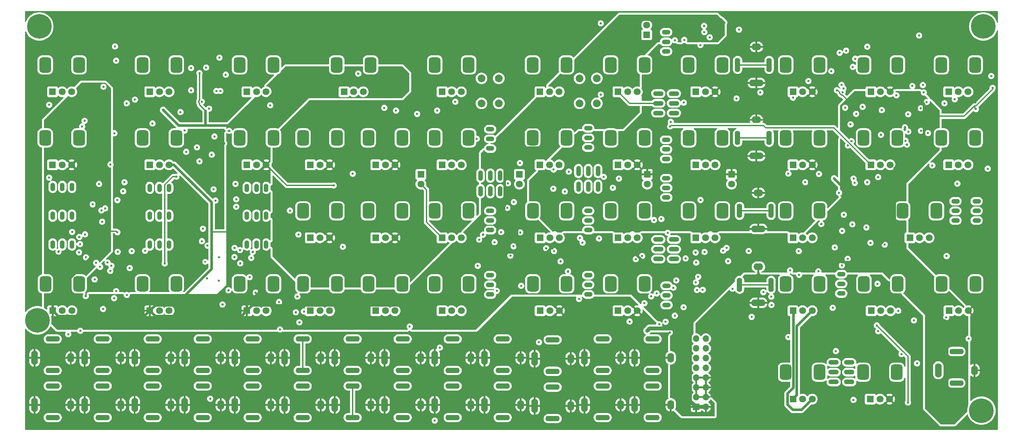
<source format=gbr>
%TF.GenerationSoftware,KiCad,Pcbnew,7.0.9*%
%TF.CreationDate,2023-12-27T12:05:44-06:00*%
%TF.ProjectId,SynthProj,53796e74-6850-4726-9f6a-2e6b69636164,rev?*%
%TF.SameCoordinates,Original*%
%TF.FileFunction,Copper,L3,Inr*%
%TF.FilePolarity,Positive*%
%FSLAX46Y46*%
G04 Gerber Fmt 4.6, Leading zero omitted, Abs format (unit mm)*
G04 Created by KiCad (PCBNEW 7.0.9) date 2023-12-27 12:05:44*
%MOMM*%
%LPD*%
G01*
G04 APERTURE LIST*
G04 Aperture macros list*
%AMRoundRect*
0 Rectangle with rounded corners*
0 $1 Rounding radius*
0 $2 $3 $4 $5 $6 $7 $8 $9 X,Y pos of 4 corners*
0 Add a 4 corners polygon primitive as box body*
4,1,4,$2,$3,$4,$5,$6,$7,$8,$9,$2,$3,0*
0 Add four circle primitives for the rounded corners*
1,1,$1+$1,$2,$3*
1,1,$1+$1,$4,$5*
1,1,$1+$1,$6,$7*
1,1,$1+$1,$8,$9*
0 Add four rect primitives between the rounded corners*
20,1,$1+$1,$2,$3,$4,$5,0*
20,1,$1+$1,$4,$5,$6,$7,0*
20,1,$1+$1,$6,$7,$8,$9,0*
20,1,$1+$1,$8,$9,$2,$3,0*%
G04 Aperture macros list end*
%TA.AperFunction,ComponentPad*%
%ADD10O,2.200000X1.250000*%
%TD*%
%TA.AperFunction,ComponentPad*%
%ADD11O,1.750000X3.700000*%
%TD*%
%TA.AperFunction,ComponentPad*%
%ADD12O,1.750000X2.500000*%
%TD*%
%TA.AperFunction,ComponentPad*%
%ADD13O,3.700000X1.400000*%
%TD*%
%TA.AperFunction,ComponentPad*%
%ADD14R,1.800000X1.800000*%
%TD*%
%TA.AperFunction,ComponentPad*%
%ADD15C,1.800000*%
%TD*%
%TA.AperFunction,ComponentPad*%
%ADD16RoundRect,0.750000X0.750000X-1.250000X0.750000X1.250000X-0.750000X1.250000X-0.750000X-1.250000X0*%
%TD*%
%TA.AperFunction,ComponentPad*%
%ADD17O,2.700000X1.250000*%
%TD*%
%TA.AperFunction,ComponentPad*%
%ADD18O,1.250000X2.700000*%
%TD*%
%TA.AperFunction,ComponentPad*%
%ADD19O,1.250000X2.200000*%
%TD*%
%TA.AperFunction,ComponentPad*%
%ADD20O,3.700000X1.750000*%
%TD*%
%TA.AperFunction,ComponentPad*%
%ADD21O,2.500000X1.750000*%
%TD*%
%TA.AperFunction,ComponentPad*%
%ADD22O,1.400000X3.700000*%
%TD*%
%TA.AperFunction,ComponentPad*%
%ADD23C,2.000000*%
%TD*%
%TA.AperFunction,ComponentPad*%
%ADD24C,6.400000*%
%TD*%
%TA.AperFunction,ComponentPad*%
%ADD25R,1.700000X1.700000*%
%TD*%
%TA.AperFunction,ComponentPad*%
%ADD26O,1.700000X1.700000*%
%TD*%
%TA.AperFunction,ViaPad*%
%ADD27C,0.600000*%
%TD*%
%TA.AperFunction,ViaPad*%
%ADD28C,0.500000*%
%TD*%
%TA.AperFunction,Conductor*%
%ADD29C,0.660400*%
%TD*%
%TA.AperFunction,Conductor*%
%ADD30C,0.355600*%
%TD*%
%TA.AperFunction,Conductor*%
%ADD31C,1.016000*%
%TD*%
G04 APERTURE END LIST*
D10*
%TO.N,Net-(D6-K)*%
%TO.C,SW12*%
X313000000Y-176000000D03*
%TO.N,Net-(SW12-B)*%
X313000000Y-173500000D03*
%TO.N,Net-(D7-A)*%
X313000000Y-171000000D03*
%TD*%
D11*
%TO.N,GNDREF*%
%TO.C,J34*%
X304800000Y-240000000D03*
D12*
X314200000Y-240000000D03*
D13*
%TO.N,Net-(SW5B-A)*%
X309500000Y-235100000D03*
X309500000Y-243300000D03*
%TD*%
D11*
%TO.N,GNDREF*%
%TO.C,J17*%
X213800000Y-227750000D03*
D12*
X223200000Y-227750000D03*
D13*
%TO.N,/VCO3/X31*%
X218500000Y-222850000D03*
X218500000Y-231050000D03*
%TD*%
D11*
%TO.N,GNDREF*%
%TO.C,J22*%
X200800000Y-240000000D03*
D12*
X210200000Y-240000000D03*
D13*
%TO.N,/VCO3/X36*%
X205500000Y-235100000D03*
X205500000Y-243300000D03*
%TD*%
D14*
%TO.N,/Sample&Hold/S&H_In*%
%TO.C,RV36*%
X320750000Y-158500000D03*
D15*
%TO.N,X86*%
X323250000Y-158500000D03*
%TO.N,GNDREF*%
X325750000Y-158500000D03*
D16*
%TO.N,N/C*%
X318850000Y-151500000D03*
X327650000Y-151500000D03*
%TD*%
D11*
%TO.N,GNDREF*%
%TO.C,J21*%
X265800000Y-240000000D03*
D12*
X275200000Y-240000000D03*
D13*
%TO.N,AD2A*%
X270500000Y-235100000D03*
X270500000Y-243300000D03*
%TD*%
D17*
%TO.N,Net-(SW27-B)*%
%TO.C,SW28*%
X310970000Y-202040000D03*
%TO.N,Net-(C107-Pad2)*%
X310970000Y-199500000D03*
%TO.N,unconnected-(SW28-C-Pad3)*%
X310970000Y-196960000D03*
%TO.N,Net-(R217-Pad1)*%
X315030000Y-202040000D03*
%TO.N,/LFO1/LFO*%
X315030000Y-199500000D03*
%TO.N,Net-(R219-Pad1)*%
X315030000Y-196960000D03*
%TD*%
D14*
%TO.N,Net-(SW8-B)*%
%TO.C,RV19*%
X386560000Y-215500000D03*
D15*
%TO.N,X81*%
X389060000Y-215500000D03*
%TO.N,GNDREF*%
X391560000Y-215500000D03*
D16*
%TO.N,N/C*%
X384660000Y-208500000D03*
X393460000Y-208500000D03*
%TD*%
D14*
%TO.N,+12V*%
%TO.C,RV5*%
X386500000Y-177500000D03*
D15*
%TO.N,X11*%
X389000000Y-177500000D03*
%TO.N,unconnected-(RV5-Pad3)*%
X391500000Y-177500000D03*
D16*
%TO.N,N/C*%
X384600000Y-170500000D03*
X393400000Y-170500000D03*
%TD*%
D11*
%TO.N,GNDREF*%
%TO.C,J20*%
X252800000Y-240000000D03*
D12*
X262200000Y-240000000D03*
D13*
%TO.N,AD1A*%
X257500000Y-235100000D03*
X257500000Y-243300000D03*
%TD*%
D14*
%TO.N,Net-(SW10-B)*%
%TO.C,RV22*%
X220500000Y-196500000D03*
D15*
%TO.N,X68*%
X223000000Y-196500000D03*
%TO.N,GNDREF*%
X225500000Y-196500000D03*
D16*
%TO.N,N/C*%
X218600000Y-189500000D03*
X227400000Y-189500000D03*
%TD*%
D14*
%TO.N,X1*%
%TO.C,RV1*%
X386500000Y-158500000D03*
D15*
%TO.N,X2*%
X389000000Y-158500000D03*
%TO.N,X3*%
X391500000Y-158500000D03*
D16*
%TO.N,N/C*%
X384600000Y-151500000D03*
X393400000Y-151500000D03*
%TD*%
D14*
%TO.N,Net-(C158-Pad2)*%
%TO.C,RV78*%
X346000000Y-177500000D03*
D15*
%TO.N,Net-(R295-Pad1)*%
X348500000Y-177500000D03*
%TO.N,GNDREF*%
X351000000Y-177500000D03*
D16*
%TO.N,N/C*%
X344100000Y-170500000D03*
X352900000Y-170500000D03*
%TD*%
D18*
%TO.N,Net-(D18-K)*%
%TO.C,SW20*%
X269840000Y-184380000D03*
%TO.N,Net-(R141-Pad1)*%
X267300000Y-184380000D03*
%TO.N,N/C*%
X264760000Y-184380000D03*
%TO.N,Net-(D18-K)*%
X269840000Y-180320000D03*
%TO.N,Net-(Q16-S)*%
X267300000Y-180320000D03*
%TO.N,N/C*%
X264760000Y-180320000D03*
%TD*%
D11*
%TO.N,GNDREF*%
%TO.C,J4*%
X148800000Y-227750000D03*
D12*
X158200000Y-227750000D03*
D13*
%TO.N,/VCO3/X37*%
X153500000Y-222850000D03*
X153500000Y-231050000D03*
%TD*%
D11*
%TO.N,GNDREF*%
%TO.C,J14*%
X265800000Y-227750000D03*
D12*
X275200000Y-227750000D03*
D13*
%TO.N,KBV*%
X270500000Y-222850000D03*
X270500000Y-231050000D03*
%TD*%
D11*
%TO.N,GNDREF*%
%TO.C,J12*%
X278800000Y-227965000D03*
D12*
X288200000Y-227965000D03*
D13*
%TO.N,LFO1A*%
X283500000Y-223065000D03*
X283500000Y-231265000D03*
%TD*%
D10*
%TO.N,X56*%
%TO.C,SW22*%
X292750000Y-168000000D03*
%TO.N,X57*%
X292750000Y-170500000D03*
%TO.N,N/C*%
X292750000Y-173000000D03*
%TD*%
D17*
%TO.N,Net-(SW12-B)*%
%TO.C,SW13*%
X310970000Y-164040000D03*
%TO.N,Net-(C62-Pad2)*%
X310970000Y-161500000D03*
%TO.N,unconnected-(SW13-C-Pad3)*%
X310970000Y-158960000D03*
%TO.N,Net-(R129-Pad1)*%
X315030000Y-164040000D03*
%TO.N,/LFO/LFO*%
X315030000Y-161500000D03*
%TO.N,Net-(R131-Pad1)*%
X315030000Y-158960000D03*
%TD*%
D10*
%TO.N,Net-(D36-K)*%
%TO.C,SW27*%
X313100000Y-209000000D03*
%TO.N,Net-(SW27-B)*%
X313100000Y-211500000D03*
%TO.N,Net-(D37-A)*%
X313100000Y-214000000D03*
%TD*%
D11*
%TO.N,GNDREF*%
%TO.C,J18*%
X304800000Y-227750000D03*
D12*
X314200000Y-227750000D03*
D13*
%TO.N,X7*%
X309500000Y-222850000D03*
X309500000Y-231050000D03*
%TD*%
D19*
%TO.N,/Mixer/X16*%
%TO.C,SW9*%
X153500000Y-183250000D03*
%TO.N,Net-(SW9-B)*%
X156000000Y-183250000D03*
%TO.N,/Mixer/X17*%
X158500000Y-183250000D03*
%TD*%
D14*
%TO.N,-12V*%
%TO.C,RV17*%
X178750000Y-215500000D03*
D15*
%TO.N,Net-(R95-Pad1)*%
X181250000Y-215500000D03*
%TO.N,+12V*%
X183750000Y-215500000D03*
D16*
%TO.N,N/C*%
X176850000Y-208500000D03*
X185650000Y-208500000D03*
%TD*%
D14*
%TO.N,Net-(SW29-B)*%
%TO.C,RV50*%
X220500000Y-177500000D03*
D15*
%TO.N,Net-(C114-Pad2)*%
X223000000Y-177500000D03*
%TO.N,GNDREF*%
X225500000Y-177500000D03*
D16*
%TO.N,N/C*%
X218600000Y-170500000D03*
X227400000Y-170500000D03*
%TD*%
D11*
%TO.N,GNDREF*%
%TO.C,J3*%
X174800000Y-240000000D03*
D12*
X184200000Y-240000000D03*
D13*
%TO.N,/VCO2/X36*%
X179500000Y-235100000D03*
X179500000Y-243300000D03*
%TD*%
D20*
%TO.N,GNDREF*%
%TO.C,J32*%
X336500000Y-175200000D03*
D21*
X336500000Y-165800000D03*
D22*
%TO.N,/PT2399Echo/Echo_CV_Input*%
X331600000Y-170500000D03*
X339800000Y-170500000D03*
%TD*%
D10*
%TO.N,Net-(SW17-C)*%
%TO.C,SW18*%
X267250000Y-194500000D03*
%TO.N,X46*%
X267250000Y-192000000D03*
%TO.N,X50*%
X267250000Y-189500000D03*
%TD*%
%TO.N,KBV*%
%TO.C,SW1*%
X393750000Y-192000000D03*
%TO.N,X94*%
X393750000Y-189500000D03*
%TO.N,N/C*%
X393750000Y-187000000D03*
%TD*%
D11*
%TO.N,GNDREF*%
%TO.C,J8*%
X161800000Y-240000000D03*
D12*
X171200000Y-240000000D03*
D13*
%TO.N,/VCO1/X19*%
X166500000Y-235100000D03*
X166500000Y-243300000D03*
%TD*%
D11*
%TO.N,GNDREF*%
%TO.C,J23*%
X200800000Y-227750000D03*
D12*
X210200000Y-227750000D03*
D13*
%TO.N,/VCO2/X37*%
X205500000Y-222850000D03*
X205500000Y-231050000D03*
%TD*%
D23*
%TO.N,+12V*%
%TO.C,SW15*%
X290500000Y-161500000D03*
X290500000Y-155000000D03*
%TO.N,Net-(D12-A)*%
X295000000Y-161500000D03*
X295000000Y-155000000D03*
%TD*%
D10*
%TO.N,X9*%
%TO.C,SW2*%
X388250000Y-187000000D03*
%TO.N,/VCA/X84*%
X388250000Y-189500000D03*
%TO.N,X10*%
X388250000Y-192000000D03*
%TD*%
D14*
%TO.N,GNDREF*%
%TO.C,D32*%
X330000000Y-180000000D03*
D15*
%TO.N,Net-(D32-A)*%
X330000000Y-182540000D03*
%TD*%
D19*
%TO.N,KBV*%
%TO.C,SW6*%
X183750000Y-190750000D03*
%TO.N,X33*%
X181250000Y-190750000D03*
%TO.N,AD2A*%
X178750000Y-190750000D03*
%TD*%
D11*
%TO.N,GNDREF*%
%TO.C,J2*%
X187800000Y-240000000D03*
D12*
X197200000Y-240000000D03*
D13*
%TO.N,/VCO2/X32*%
X192500000Y-235100000D03*
X192500000Y-243300000D03*
%TD*%
D19*
%TO.N,/Mixer/VCO3_SquareIn*%
%TO.C,SW29*%
X209000000Y-183500000D03*
%TO.N,Net-(SW29-B)*%
X206500000Y-183500000D03*
%TO.N,/Mixer/VCO3_RampIn*%
X204000000Y-183500000D03*
%TD*%
D11*
%TO.N,GNDREF*%
%TO.C,J25*%
X383800000Y-231000000D03*
D12*
X393200000Y-231000000D03*
D13*
%TO.N,/VCA/Main_Out*%
X388500000Y-226100000D03*
X388500000Y-234300000D03*
%TD*%
D19*
%TO.N,S&H*%
%TO.C,SW4*%
X153500000Y-190750000D03*
%TO.N,X22*%
X156000000Y-190750000D03*
%TO.N,LFO1A*%
X158500000Y-190750000D03*
%TD*%
D20*
%TO.N,GNDREF*%
%TO.C,J33*%
X336500000Y-156200000D03*
D21*
X336500000Y-146800000D03*
D22*
%TO.N,Net-(SW5A-A)*%
X331600000Y-151500000D03*
X339800000Y-151500000D03*
%TD*%
D11*
%TO.N,GNDREF*%
%TO.C,J10*%
X226800000Y-240000000D03*
D12*
X236200000Y-240000000D03*
D13*
%TO.N,/Mixer/Mixer_ExtIn1*%
X231500000Y-235100000D03*
X231500000Y-243300000D03*
%TD*%
D14*
%TO.N,Net-(D19-K)*%
%TO.C,D19*%
X249250000Y-180000000D03*
D15*
%TO.N,X50*%
X249250000Y-182540000D03*
%TD*%
D14*
%TO.N,/LFO/LFO*%
%TO.C,RV27*%
X300500000Y-177500000D03*
D15*
%TO.N,LFO1A*%
X303000000Y-177500000D03*
%TO.N,GNDREF*%
X305500000Y-177500000D03*
D16*
%TO.N,N/C*%
X298600000Y-170500000D03*
X307400000Y-170500000D03*
%TD*%
D11*
%TO.N,GNDREF*%
%TO.C,J11*%
X291800000Y-240000000D03*
D12*
X301200000Y-240000000D03*
D13*
%TO.N,S&H*%
X296500000Y-235100000D03*
X296500000Y-243300000D03*
%TD*%
D10*
%TO.N,KBG*%
%TO.C,SW16*%
X267250000Y-206250000D03*
%TO.N,X66*%
X267250000Y-208750000D03*
%TO.N,N/C*%
X267250000Y-211250000D03*
%TD*%
D11*
%TO.N,GNDREF*%
%TO.C,J24*%
X174800000Y-227750000D03*
D12*
X184200000Y-227750000D03*
D13*
%TO.N,/VCO1/X29*%
X179500000Y-222850000D03*
X179500000Y-231050000D03*
%TD*%
D14*
%TO.N,X47*%
%TO.C,RV33*%
X254750000Y-177500000D03*
D15*
%TO.N,X40*%
X257250000Y-177500000D03*
X259750000Y-177500000D03*
D16*
%TO.N,N/C*%
X252850000Y-170500000D03*
X261650000Y-170500000D03*
%TD*%
D14*
%TO.N,GNDREF*%
%TO.C,D38*%
X308100000Y-180000000D03*
D15*
%TO.N,Net-(D38-A)*%
X308100000Y-182540000D03*
%TD*%
D14*
%TO.N,Net-(D28-K)*%
%TO.C,D28*%
X274850000Y-180000000D03*
D15*
%TO.N,Net-(D28-A)*%
X274850000Y-182540000D03*
%TD*%
D14*
%TO.N,Net-(SW9-B)*%
%TO.C,RV21*%
X229250000Y-158500000D03*
D15*
%TO.N,X67*%
X231750000Y-158500000D03*
%TO.N,GNDREF*%
X234250000Y-158500000D03*
D16*
%TO.N,N/C*%
X227350000Y-151500000D03*
X236150000Y-151500000D03*
%TD*%
D14*
%TO.N,+12V*%
%TO.C,RV43*%
X204000000Y-177500000D03*
D15*
%TO.N,Net-(R177-Pad1)*%
X206500000Y-177500000D03*
%TO.N,-12V*%
X209000000Y-177500000D03*
D16*
%TO.N,N/C*%
X202100000Y-170500000D03*
X210900000Y-170500000D03*
%TD*%
D14*
%TO.N,X6*%
%TO.C,RV4*%
X376400000Y-196500000D03*
D15*
X378900000Y-196500000D03*
%TO.N,X8*%
X381400000Y-196500000D03*
D16*
%TO.N,N/C*%
X374500000Y-189500000D03*
X383300000Y-189500000D03*
%TD*%
D14*
%TO.N,AD2*%
%TO.C,RV18*%
X366350000Y-215500000D03*
D15*
%TO.N,X82*%
X368850000Y-215500000D03*
%TO.N,Net-(R98-Pad1)*%
X371350000Y-215500000D03*
D16*
%TO.N,N/C*%
X364450000Y-208500000D03*
X373250000Y-208500000D03*
%TD*%
D11*
%TO.N,GNDREF*%
%TO.C,J6*%
X291800000Y-227750000D03*
D12*
X301200000Y-227750000D03*
D13*
%TO.N,/Sample&Hold/S&H_In*%
X296500000Y-222850000D03*
X296500000Y-231050000D03*
%TD*%
D14*
%TO.N,Net-(C62-Pad2)*%
%TO.C,RV26*%
X300500000Y-158500000D03*
D15*
%TO.N,Net-(SW11-B)*%
X303000000Y-158500000D03*
%TO.N,Net-(R126-Pad1)*%
X305500000Y-158500000D03*
D16*
%TO.N,N/C*%
X298600000Y-151500000D03*
X307400000Y-151500000D03*
%TD*%
D11*
%TO.N,GNDREF*%
%TO.C,J1*%
X187800000Y-227750000D03*
D12*
X197200000Y-227750000D03*
D13*
%TO.N,/VCO2/X31*%
X192500000Y-222850000D03*
X192500000Y-231050000D03*
%TD*%
D14*
%TO.N,/Mixer/Mixer_ExtIn3*%
%TO.C,RV52*%
X237500000Y-215500000D03*
D15*
%TO.N,Net-(C116-Pad2)*%
X240000000Y-215500000D03*
%TO.N,GNDREF*%
X242500000Y-215500000D03*
D16*
%TO.N,N/C*%
X235600000Y-208500000D03*
X244400000Y-208500000D03*
%TD*%
D14*
%TO.N,/LFO/LFO*%
%TO.C,RV2*%
X366250000Y-177500000D03*
D15*
%TO.N,X4*%
X368750000Y-177500000D03*
%TO.N,GNDREF*%
X371250000Y-177500000D03*
D16*
%TO.N,N/C*%
X364350000Y-170500000D03*
X373150000Y-170500000D03*
%TD*%
D14*
%TO.N,Net-(C107-Pad2)*%
%TO.C,RV48*%
X300500000Y-196500000D03*
D15*
%TO.N,Net-(SW26-B)*%
X303000000Y-196500000D03*
%TO.N,Net-(R214-Pad1)*%
X305500000Y-196500000D03*
D16*
%TO.N,N/C*%
X298600000Y-189500000D03*
X307400000Y-189500000D03*
%TD*%
D10*
%TO.N,KBG*%
%TO.C,SW14*%
X292750000Y-211250000D03*
%TO.N,Net-(D11-A)*%
X292750000Y-208750000D03*
%TO.N,N/C*%
X292750000Y-206250000D03*
%TD*%
D14*
%TO.N,X61*%
%TO.C,RV31*%
X280200400Y-177509200D03*
D15*
%TO.N,X56*%
X282700400Y-177509200D03*
X285200400Y-177509200D03*
D16*
%TO.N,N/C*%
X278300400Y-170509200D03*
X287100400Y-170509200D03*
%TD*%
D11*
%TO.N,GNDREF*%
%TO.C,J13*%
X252800000Y-227750000D03*
D12*
X262200000Y-227750000D03*
D13*
%TO.N,KBG*%
X257500000Y-222850000D03*
X257500000Y-231050000D03*
%TD*%
D10*
%TO.N,Net-(SW11-A)*%
%TO.C,SW11*%
X313000000Y-143000000D03*
%TO.N,Net-(SW11-B)*%
X313000000Y-145500000D03*
%TO.N,unconnected-(SW11-C-Pad3)*%
X313000000Y-148000000D03*
%TD*%
D14*
%TO.N,Net-(R71-Pad1)*%
%TO.C,RV14*%
X178750000Y-158500000D03*
D15*
%TO.N,Net-(R65-Pad1)*%
X181250000Y-158500000D03*
%TO.N,Net-(R66-Pad2)*%
X183750000Y-158500000D03*
D16*
%TO.N,N/C*%
X176850000Y-151500000D03*
X185650000Y-151500000D03*
%TD*%
D14*
%TO.N,+12V*%
%TO.C,RV8*%
X153450000Y-177500000D03*
D15*
%TO.N,X15*%
X155950000Y-177500000D03*
%TO.N,-12V*%
X158450000Y-177500000D03*
D16*
%TO.N,N/C*%
X151550000Y-170500000D03*
X160350000Y-170500000D03*
%TD*%
D14*
%TO.N,X62*%
%TO.C,RV30*%
X280200400Y-158509200D03*
D15*
%TO.N,X56*%
X282700400Y-158509200D03*
X285200400Y-158509200D03*
D16*
%TO.N,N/C*%
X278300400Y-151509200D03*
X287100400Y-151509200D03*
%TD*%
D14*
%TO.N,+5V*%
%TO.C,RV74*%
X346000000Y-238500000D03*
D15*
%TO.N,Net-(R263-Pad2)*%
X348500000Y-238500000D03*
%TO.N,-5V*%
X351000000Y-238500000D03*
D16*
%TO.N,N/C*%
X344100000Y-231500000D03*
X352900000Y-231500000D03*
%TD*%
D18*
%TO.N,X55*%
%TO.C,SW21*%
X295290000Y-183180000D03*
%TO.N,X54*%
X292750000Y-183180000D03*
%TO.N,N/C*%
X290210000Y-183180000D03*
%TO.N,X55*%
X295290000Y-179120000D03*
%TO.N,X59*%
X292750000Y-179120000D03*
%TO.N,N/C*%
X290210000Y-179120000D03*
%TD*%
D19*
%TO.N,S&H*%
%TO.C,SW7*%
X183750000Y-198250000D03*
%TO.N,X35*%
X181250000Y-198250000D03*
%TO.N,LFO1A*%
X178750000Y-198250000D03*
%TD*%
D14*
%TO.N,X13*%
%TO.C,RV9*%
X153450000Y-158500000D03*
D15*
%TO.N,X14*%
X155950000Y-158500000D03*
%TO.N,X12*%
X158450000Y-158500000D03*
D16*
%TO.N,N/C*%
X151550000Y-151500000D03*
X160350000Y-151500000D03*
%TD*%
D11*
%TO.N,GNDREF*%
%TO.C,J19*%
X213800000Y-240030000D03*
D12*
X223200000Y-240030000D03*
D13*
%TO.N,/VCO3/X32*%
X218500000Y-235130000D03*
X218500000Y-243330000D03*
%TD*%
D10*
%TO.N,X40*%
%TO.C,SW23*%
X267250000Y-168250000D03*
%TO.N,X41*%
X267250000Y-170750000D03*
%TO.N,N/C*%
X267250000Y-173250000D03*
%TD*%
D11*
%TO.N,GNDREF*%
%TO.C,J47*%
X239800000Y-240000000D03*
D12*
X249200000Y-240000000D03*
D13*
%TO.N,/Mixer/Mixer_ExtIn3*%
X244500000Y-235100000D03*
X244500000Y-243300000D03*
%TD*%
D14*
%TO.N,X50*%
%TO.C,RV28*%
X254750000Y-196500000D03*
D15*
%TO.N,X51*%
X257250000Y-196500000D03*
X259750000Y-196500000D03*
D16*
%TO.N,N/C*%
X252850000Y-189500000D03*
X261650000Y-189500000D03*
%TD*%
D14*
%TO.N,X85*%
%TO.C,RV20*%
X366100000Y-238500000D03*
D15*
%TO.N,/VCA/Main_Out*%
X368600000Y-238500000D03*
%TO.N,GNDREF*%
X371100000Y-238500000D03*
D16*
%TO.N,N/C*%
X364200000Y-231500000D03*
X373000000Y-231500000D03*
%TD*%
D14*
%TO.N,AD2*%
%TO.C,RV34*%
X280250000Y-215500000D03*
D15*
%TO.N,AD2A*%
X282750000Y-215500000D03*
%TO.N,GNDREF*%
X285250000Y-215500000D03*
D16*
%TO.N,N/C*%
X278350000Y-208500000D03*
X287150000Y-208500000D03*
%TD*%
D14*
%TO.N,/LFO1/LFO*%
%TO.C,RV49*%
X300500000Y-215500000D03*
D15*
%TO.N,LFO2A*%
X303000000Y-215500000D03*
%TO.N,GNDREF*%
X305500000Y-215500000D03*
D16*
%TO.N,N/C*%
X298600000Y-208500000D03*
X307400000Y-208500000D03*
%TD*%
D10*
%TO.N,/VCA/VCO1*%
%TO.C,SW8*%
X358540000Y-206000000D03*
%TO.N,Net-(SW8-B)*%
X358540000Y-208500000D03*
%TO.N,/LFO/LFO*%
X358540000Y-211000000D03*
%TD*%
D19*
%TO.N,KBV*%
%TO.C,SW3*%
X153500000Y-198250000D03*
%TO.N,X20*%
X156000000Y-198250000D03*
%TO.N,AD1A*%
X158500000Y-198250000D03*
%TD*%
D14*
%TO.N,-5V*%
%TO.C,RV77*%
X346000000Y-215500000D03*
D15*
%TO.N,Net-(R288-Pad1)*%
X348500000Y-215500000D03*
%TO.N,+5V*%
X351000000Y-215500000D03*
D16*
%TO.N,N/C*%
X344100000Y-208500000D03*
X352900000Y-208500000D03*
%TD*%
D17*
%TO.N,Net-(SW5A-A)*%
%TO.C,SW5*%
X356570000Y-234040000D03*
%TO.N,/PT2399Echo/Echo_ExtIn*%
X356570000Y-231500000D03*
%TO.N,/VCA/Main_Out*%
X356570000Y-228960000D03*
%TO.N,Net-(SW5B-A)*%
X360630000Y-234040000D03*
%TO.N,/PT2399Echo/EchoOut*%
X360630000Y-231500000D03*
%TO.N,/EchoOut*%
X360630000Y-228960000D03*
%TD*%
D19*
%TO.N,KBV*%
%TO.C,SW24*%
X209000000Y-190750000D03*
%TO.N,X33*%
X206500000Y-190750000D03*
%TO.N,AD2A*%
X204000000Y-190750000D03*
%TD*%
D14*
%TO.N,-12V*%
%TO.C,RV47*%
X204000000Y-215500000D03*
D15*
%TO.N,Net-(R208-Pad1)*%
X206500000Y-215500000D03*
%TO.N,+12V*%
X209000000Y-215500000D03*
D16*
%TO.N,N/C*%
X202100000Y-208500000D03*
X210900000Y-208500000D03*
%TD*%
D14*
%TO.N,X48*%
%TO.C,RV32*%
X254750000Y-158500000D03*
D15*
%TO.N,X40*%
X257250000Y-158500000D03*
X259750000Y-158500000D03*
D16*
%TO.N,N/C*%
X252850000Y-151500000D03*
X261650000Y-151500000D03*
%TD*%
D14*
%TO.N,/Mixer/X38*%
%TO.C,RV23*%
X220500000Y-215500000D03*
D15*
%TO.N,X69*%
X223000000Y-215500000D03*
%TO.N,GNDREF*%
X225500000Y-215500000D03*
D16*
%TO.N,N/C*%
X218600000Y-208500000D03*
X227400000Y-208500000D03*
%TD*%
D11*
%TO.N,GNDREF*%
%TO.C,J9*%
X161800000Y-227750000D03*
D12*
X171200000Y-227750000D03*
D13*
%TO.N,/VCO1/X18*%
X166500000Y-222850000D03*
X166500000Y-231050000D03*
%TD*%
D24*
%TO.N,N/C*%
%TO.C,H4*%
X149500000Y-218000000D03*
%TD*%
D11*
%TO.N,GNDREF*%
%TO.C,J39*%
X226800000Y-227750000D03*
D12*
X236200000Y-227750000D03*
D13*
%TO.N,/Mixer/X38*%
X231500000Y-222850000D03*
X231500000Y-231050000D03*
%TD*%
D14*
%TO.N,AD1*%
%TO.C,RV3*%
X366250000Y-158500000D03*
D15*
%TO.N,X5*%
X368750000Y-158500000D03*
%TO.N,GNDREF*%
X371250000Y-158500000D03*
D16*
%TO.N,N/C*%
X364350000Y-151500000D03*
X373150000Y-151500000D03*
%TD*%
D23*
%TO.N,X42*%
%TO.C,SW19*%
X265000000Y-161500000D03*
X265000000Y-155000000D03*
%TO.N,+12V*%
X269500000Y-161500000D03*
X269500000Y-155000000D03*
%TD*%
D14*
%TO.N,+5V*%
%TO.C,RV76*%
X346000000Y-196500000D03*
D15*
%TO.N,Net-(R275-Pad1)*%
X348500000Y-196500000D03*
%TO.N,-5V*%
X351000000Y-196500000D03*
D16*
%TO.N,N/C*%
X344100000Y-189500000D03*
X352900000Y-189500000D03*
%TD*%
D11*
%TO.N,GNDREF*%
%TO.C,J16*%
X278800000Y-240285000D03*
D12*
X288200000Y-240285000D03*
D13*
%TO.N,LFO2A*%
X283500000Y-235385000D03*
X283500000Y-243585000D03*
%TD*%
D11*
%TO.N,GNDREF*%
%TO.C,J46*%
X239800000Y-227750000D03*
D12*
X249200000Y-227750000D03*
D13*
%TO.N,/Mixer/Mixer_ExtIn2*%
X244500000Y-222850000D03*
X244500000Y-231050000D03*
%TD*%
D14*
%TO.N,X91*%
%TO.C,RV37*%
X320750000Y-196500000D03*
D15*
%TO.N,X90*%
X323250000Y-196500000D03*
X325750000Y-196500000D03*
D16*
%TO.N,N/C*%
X318850000Y-189500000D03*
X327650000Y-189500000D03*
%TD*%
D24*
%TO.N,N/C*%
%TO.C,H3*%
X150000000Y-141500000D03*
%TD*%
D10*
%TO.N,Net-(D28-A)*%
%TO.C,SW17*%
X292750000Y-189500000D03*
%TO.N,X58*%
X292750000Y-192000000D03*
%TO.N,Net-(SW17-C)*%
X292750000Y-194500000D03*
%TD*%
D14*
%TO.N,Net-(D28-A)*%
%TO.C,RV29*%
X280250000Y-196500000D03*
D15*
%TO.N,Net-(R158-Pad2)*%
X282750000Y-196500000D03*
X285250000Y-196500000D03*
D16*
%TO.N,N/C*%
X278350000Y-189500000D03*
X287150000Y-189500000D03*
%TD*%
D19*
%TO.N,/Mixer/X29*%
%TO.C,SW10*%
X183750000Y-183500000D03*
%TO.N,Net-(SW10-B)*%
X181250000Y-183500000D03*
%TO.N,/Mixer/X30*%
X178750000Y-183500000D03*
%TD*%
D10*
%TO.N,Net-(SW26-A)*%
%TO.C,SW26*%
X313050000Y-181000000D03*
%TO.N,Net-(SW26-B)*%
X313050000Y-183500000D03*
%TO.N,unconnected-(SW26-C-Pad3)*%
X313050000Y-186000000D03*
%TD*%
D14*
%TO.N,/Mixer/Mixer_ExtIn2*%
%TO.C,RV42*%
X237500000Y-196500000D03*
D15*
%TO.N,Net-(C115-Pad2)*%
X240000000Y-196500000D03*
%TO.N,GNDREF*%
X242500000Y-196500000D03*
D16*
%TO.N,N/C*%
X235600000Y-189500000D03*
X244400000Y-189500000D03*
%TD*%
D14*
%TO.N,GNDREF*%
%TO.C,D8*%
X307950000Y-143650000D03*
D15*
%TO.N,Net-(D8-A)*%
X307950000Y-141110000D03*
%TD*%
D14*
%TO.N,Net-(R184-Pad1)*%
%TO.C,RV44*%
X204000000Y-158500000D03*
D15*
%TO.N,Net-(R178-Pad1)*%
X206500000Y-158500000D03*
%TO.N,Net-(R179-Pad2)*%
X209000000Y-158500000D03*
D16*
%TO.N,N/C*%
X202100000Y-151500000D03*
X210900000Y-151500000D03*
%TD*%
D20*
%TO.N,GNDREF*%
%TO.C,J31*%
X337000000Y-194200000D03*
D21*
X337000000Y-184800000D03*
D22*
%TO.N,/PT2399Echo/Echo_Repeat_CV_Input*%
X332100000Y-189500000D03*
X340300000Y-189500000D03*
%TD*%
D14*
%TO.N,+12V*%
%TO.C,RV13*%
X178750000Y-177500000D03*
D15*
%TO.N,Net-(R64-Pad1)*%
X181250000Y-177500000D03*
%TO.N,-12V*%
X183750000Y-177500000D03*
D16*
%TO.N,N/C*%
X176850000Y-170500000D03*
X185650000Y-170500000D03*
%TD*%
D24*
%TO.N,N/C*%
%TO.C,H1*%
X395000000Y-241500000D03*
%TD*%
D11*
%TO.N,GNDREF*%
%TO.C,J7*%
X148800000Y-240000000D03*
D12*
X158200000Y-240000000D03*
D13*
%TO.N,/VCO1/X23*%
X153500000Y-235100000D03*
X153500000Y-243300000D03*
%TD*%
D20*
%TO.N,GNDREF*%
%TO.C,J30*%
X337000000Y-213450000D03*
D21*
X337000000Y-204050000D03*
D22*
%TO.N,/PT2399Echo/Echo_DT_CV_Input*%
X332100000Y-208750000D03*
X340300000Y-208750000D03*
%TD*%
D14*
%TO.N,X88*%
%TO.C,RV38*%
X320750000Y-177500000D03*
D15*
%TO.N,X87*%
X323250000Y-177500000D03*
X325750000Y-177500000D03*
D16*
%TO.N,N/C*%
X318850000Y-170500000D03*
X327650000Y-170500000D03*
%TD*%
D24*
%TO.N,N/C*%
%TO.C,H2*%
X395500000Y-141500000D03*
%TD*%
D14*
%TO.N,-12V*%
%TO.C,RV12*%
X153500000Y-215500000D03*
D15*
%TO.N,X21*%
X156000000Y-215500000D03*
%TO.N,+12V*%
X158500000Y-215500000D03*
D16*
%TO.N,N/C*%
X151600000Y-208500000D03*
X160400000Y-208500000D03*
%TD*%
D14*
%TO.N,/Mixer/Mixer_ExtIn1*%
%TO.C,RV24*%
X237500000Y-177500000D03*
D15*
%TO.N,X70*%
X240000000Y-177500000D03*
%TO.N,GNDREF*%
X242500000Y-177500000D03*
D16*
%TO.N,N/C*%
X235600000Y-170500000D03*
X244400000Y-170500000D03*
%TD*%
D14*
%TO.N,/PT2399Echo/Echo_ExtIn*%
%TO.C,RV51*%
X346000000Y-158500000D03*
D15*
%TO.N,Net-(C148-Pad2)*%
X348500000Y-158500000D03*
%TO.N,GNDREF*%
X351000000Y-158500000D03*
D16*
%TO.N,N/C*%
X344100000Y-151500000D03*
X352900000Y-151500000D03*
%TD*%
D19*
%TO.N,S&H*%
%TO.C,SW25*%
X209000000Y-198250000D03*
%TO.N,X35*%
X206500000Y-198250000D03*
%TO.N,LFO2A*%
X204000000Y-198250000D03*
%TD*%
D14*
%TO.N,AD1*%
%TO.C,RV35*%
X254750000Y-215500000D03*
D15*
%TO.N,AD1A*%
X257250000Y-215500000D03*
%TO.N,GNDREF*%
X259750000Y-215500000D03*
D16*
%TO.N,N/C*%
X252850000Y-208500000D03*
X261650000Y-208500000D03*
%TD*%
D25*
%TO.N,-12V*%
%TO.C,J5*%
X320797000Y-240523000D03*
D26*
X323337000Y-240523000D03*
%TO.N,GNDREF*%
X320797000Y-237983000D03*
X323337000Y-237983000D03*
X320797000Y-235443000D03*
X323337000Y-235443000D03*
X320797000Y-232903000D03*
X323337000Y-232903000D03*
%TO.N,+12V*%
X320797000Y-230363000D03*
X323337000Y-230363000D03*
%TO.N,Net-(J5-Pin_11)*%
X320797000Y-227823000D03*
X323337000Y-227823000D03*
%TO.N,Net-(J5-Pin_13)*%
X320797000Y-225283000D03*
X323337000Y-225283000D03*
%TO.N,Net-(J5-Pin_15)*%
X320797000Y-222743000D03*
X323337000Y-222743000D03*
%TD*%
D27*
%TO.N,GNDREF*%
X171221400Y-206705200D03*
X160350200Y-200304400D03*
X169392600Y-195529200D03*
X287502600Y-205257400D03*
X218973400Y-162534600D03*
X253669800Y-161620200D03*
X175113755Y-186897336D03*
X341757000Y-233095800D03*
X223012000Y-169976800D03*
X392353800Y-197713600D03*
X369087400Y-163271200D03*
X383413000Y-182829200D03*
X368884200Y-169697400D03*
X343865200Y-234772200D03*
X322884800Y-141351000D03*
X200787000Y-199136000D03*
X196951600Y-180136800D03*
X334492600Y-199948800D03*
X281914600Y-188899800D03*
X376402600Y-148463000D03*
X160401000Y-196291200D03*
X214731600Y-204724000D03*
X281823173Y-199251000D03*
X199009000Y-159486600D03*
X200750000Y-201525000D03*
X375107200Y-167767000D03*
X232943400Y-153771600D03*
X190525400Y-162026600D03*
X186207400Y-176377600D03*
X322275200Y-219075000D03*
X389001000Y-170103800D03*
X201015600Y-182473600D03*
X166598600Y-215036400D03*
X364109000Y-162407600D03*
X368147600Y-180721000D03*
X318082033Y-201894633D03*
X155016200Y-200101200D03*
X377977400Y-154381200D03*
X217652600Y-218516200D03*
X197154800Y-177546000D03*
X216738200Y-215900000D03*
X368909600Y-218211400D03*
X192862200Y-180187600D03*
X193724599Y-201650279D03*
X217119200Y-211810600D03*
X393471400Y-161264600D03*
X359232200Y-190500000D03*
X350139000Y-181991000D03*
X202200000Y-199708200D03*
X352450400Y-162712400D03*
X352577400Y-157505400D03*
X186918600Y-156108400D03*
X181250000Y-209450000D03*
X331368400Y-211099400D03*
X368808000Y-244805200D03*
X356082600Y-242824000D03*
X199212200Y-210185000D03*
X353364800Y-192913000D03*
X192836800Y-171983400D03*
X395600000Y-234625000D03*
X189255400Y-184175400D03*
X299034200Y-175056800D03*
X329133200Y-202590400D03*
X285572200Y-202641200D03*
X366166400Y-197840600D03*
X296011600Y-159232600D03*
X321332406Y-220554000D03*
X375640600Y-172262800D03*
X175056800Y-201168000D03*
X206273400Y-210794600D03*
X202269400Y-203149200D03*
X278206200Y-181686200D03*
X239369600Y-170307000D03*
X197662800Y-213868000D03*
X384378200Y-204698600D03*
X265396141Y-195697060D03*
X297307000Y-177876200D03*
X205500000Y-200200000D03*
X198069200Y-171907200D03*
X190576200Y-147497800D03*
X162077400Y-211683600D03*
X313893200Y-228549200D03*
X382981200Y-194106800D03*
X315645800Y-207594200D03*
X361213400Y-171348400D03*
X365302800Y-182041800D03*
X377240017Y-227076783D03*
X394766800Y-227939600D03*
X310163807Y-218660886D03*
X335457800Y-236270800D03*
X189788800Y-197942200D03*
X169468800Y-212242400D03*
X193700400Y-184708800D03*
X196215000Y-160655000D03*
X162153600Y-201616400D03*
X199364600Y-168656000D03*
X330733400Y-227914200D03*
X323011800Y-200202800D03*
X192151000Y-163677600D03*
X358775000Y-194716400D03*
X320675000Y-200329800D03*
X297586400Y-194106800D03*
X169773600Y-191693800D03*
X313948801Y-221173355D03*
X383413000Y-176580800D03*
%TO.N,+12V*%
X217398600Y-195656200D03*
X397560800Y-154406600D03*
X171831000Y-184404000D03*
X160600000Y-198150000D03*
X358728150Y-203703150D03*
X359132896Y-157631217D03*
X361744400Y-181102000D03*
X295563400Y-196706600D03*
D28*
X193167000Y-202793600D03*
D27*
X189484000Y-152318000D03*
X317736200Y-144990800D03*
X198501000Y-154051000D03*
X231521000Y-179832000D03*
X385394200Y-161493200D03*
X315264800Y-216789000D03*
X377444000Y-218008200D03*
X205109000Y-201749547D03*
X283750000Y-178750000D03*
X299161200Y-183489600D03*
X374212686Y-226778952D03*
X195571200Y-170134484D03*
X195326000Y-183896000D03*
X275310600Y-209016600D03*
X174040800Y-199974200D03*
X273319768Y-198725602D03*
X369834113Y-198282513D03*
X189484000Y-158115000D03*
X382219200Y-177660800D03*
X174879000Y-160528000D03*
X152577800Y-161899600D03*
X168468234Y-205126401D03*
X248259600Y-164261800D03*
X167132000Y-188849000D03*
X362423800Y-164242117D03*
X372897400Y-159410400D03*
X331317600Y-160248600D03*
X273419800Y-187223400D03*
X321017200Y-210099001D03*
%TO.N,-12V*%
X194818000Y-188568000D03*
X272618200Y-171475400D03*
X291363400Y-200329800D03*
X245262400Y-156133800D03*
X328091800Y-140512800D03*
X191650000Y-153650000D03*
X326425000Y-209145800D03*
X331616605Y-198610116D03*
X275564600Y-191262000D03*
X201396600Y-194995800D03*
X393569600Y-162995668D03*
X308076600Y-220700600D03*
X397916400Y-157480000D03*
X319239000Y-217703400D03*
X170307000Y-195072000D03*
X373507000Y-201168000D03*
X283452093Y-199251000D03*
X213614000Y-156083000D03*
X350650000Y-201450000D03*
X384916410Y-217910857D03*
X164973000Y-200116522D03*
X365937800Y-164236400D03*
X300000000Y-199100000D03*
X226568000Y-182880000D03*
X193250000Y-163450000D03*
X384124200Y-242366800D03*
X383540013Y-164871426D03*
X357408811Y-158104481D03*
X356692200Y-181051200D03*
X182200000Y-163200000D03*
X206988199Y-201672000D03*
X164338000Y-158601600D03*
X372469800Y-182524400D03*
X292811200Y-165164000D03*
X189820529Y-209657929D03*
X164553200Y-184404000D03*
X279044400Y-200329800D03*
%TO.N,Net-(Q6-G)*%
X388061200Y-160451800D03*
X380771400Y-161179600D03*
%TO.N,Net-(C17-Pad1)*%
X170002200Y-210388200D03*
X170300000Y-186700000D03*
%TO.N,Net-(Q8-C)*%
X169545000Y-169291000D03*
X161163000Y-167513000D03*
%TO.N,Net-(D3-A)*%
X166166800Y-189382400D03*
X165563688Y-182505488D03*
%TO.N,Net-(U5B-+)*%
X167767000Y-202946000D03*
X165816760Y-204064821D03*
%TO.N,Net-(Q10-C)*%
X188214000Y-174117000D03*
X191008000Y-172974000D03*
%TO.N,Net-(Q12-S)*%
X196050000Y-158300000D03*
X186721050Y-163778950D03*
%TO.N,Net-(U8B-+)*%
X170399233Y-200149233D03*
X168757685Y-203807685D03*
%TO.N,/VCA/X84*%
X368150888Y-220824584D03*
%TO.N,Net-(C38-Pad2)*%
X361730200Y-238708083D03*
X373380000Y-215519000D03*
%TO.N,/Mixer/X38*%
X228955600Y-198856600D03*
%TO.N,Net-(C61-Pad2)*%
X317601600Y-161315400D03*
X322961000Y-142951200D03*
%TO.N,Net-(D12-A)*%
X287700000Y-179275000D03*
%TO.N,Net-(Q16-S)*%
X263753600Y-170738800D03*
X264402800Y-196993409D03*
%TO.N,X56*%
X275066600Y-195100014D03*
%TO.N,X40*%
X272522200Y-201160367D03*
%TO.N,Net-(Q19-S)*%
X320827400Y-202971400D03*
X327831886Y-199873018D03*
%TO.N,Net-(U16C-+)*%
X321950000Y-186675000D03*
X322525000Y-210075000D03*
%TO.N,Net-(C62-Pad2)*%
X324332611Y-144322789D03*
%TO.N,/PT2399Echo/VR2*%
X352750000Y-179900000D03*
X344800000Y-179800000D03*
X358625000Y-156700000D03*
%TO.N,Net-(U31-LPF2-OUT)*%
X335250000Y-217100000D03*
X330275000Y-209750000D03*
%TO.N,Net-(C156-Pad2)*%
X355981000Y-153127800D03*
X345250000Y-205002399D03*
%TO.N,Net-(C158-Pad2)*%
X358142878Y-148358400D03*
%TO.N,/PT2399Echo/EchoOut*%
X360273600Y-172491400D03*
X367969800Y-208483200D03*
%TO.N,Net-(C159-Pad1)*%
X347500000Y-199977800D03*
X361438167Y-193011833D03*
%TO.N,Net-(D2-A)*%
X161800000Y-166050000D03*
X172745100Y-161502887D03*
%TO.N,Net-(D4-A)*%
X192550000Y-194150000D03*
X191654092Y-176597400D03*
%TO.N,Net-(D11-K)*%
X271875400Y-182315190D03*
X286666367Y-184452800D03*
X290372800Y-212420200D03*
%TO.N,X58*%
X283675000Y-183725000D03*
%TO.N,Net-(D13-K)*%
X239725200Y-162687000D03*
X258191000Y-161086800D03*
X268960600Y-210312000D03*
%TO.N,X46*%
X242773200Y-163389400D03*
%TO.N,X50*%
X283874166Y-199961984D03*
X291287200Y-197764400D03*
%TO.N,Net-(D20-A)*%
X296800000Y-180650000D03*
X275000000Y-177050000D03*
%TO.N,AD2*%
X279950000Y-223700000D03*
%TO.N,AD1*%
X271709429Y-188717824D03*
%TO.N,/PT2399Echo/Echo_B*%
X360222228Y-201982037D03*
X356867498Y-199027800D03*
X357978800Y-184777800D03*
%TO.N,Net-(Q2-E)*%
X388750000Y-182400000D03*
X378800000Y-143850000D03*
%TO.N,Net-(U2C-+)*%
X296011600Y-140690600D03*
X377037600Y-156997400D03*
X385953000Y-201269600D03*
X365328200Y-146761200D03*
%TO.N,X7*%
X344805000Y-222351600D03*
X365099600Y-193827400D03*
%TO.N,X11*%
X396646400Y-178511200D03*
%TO.N,Net-(U2C--)*%
X381101600Y-169240200D03*
X380009400Y-158673800D03*
%TO.N,X6*%
X375987400Y-168883890D03*
%TO.N,X10*%
X375962000Y-164338000D03*
%TO.N,Net-(U2A-+)*%
X375259600Y-171246800D03*
X379780800Y-156743400D03*
%TO.N,X9*%
X379281600Y-168655904D03*
X379231600Y-162782504D03*
%TO.N,X15*%
X170000000Y-150400000D03*
%TO.N,Net-(U3A--)*%
X166700000Y-157200000D03*
X164400000Y-207350000D03*
%TO.N,/VCO1/X19*%
X169700000Y-146700000D03*
%TO.N,/VCO1/X23*%
X168529000Y-177419000D03*
%TO.N,Net-(U5A--)*%
X172150000Y-182050000D03*
X163900000Y-187800000D03*
%TO.N,/Mixer/X17*%
X166356398Y-192328598D03*
%TO.N,Net-(U5B--)*%
X164778500Y-203013500D03*
X160666833Y-220712433D03*
%TO.N,/VCO2/X32*%
X192300000Y-197400000D03*
%TO.N,/VCO2/X36*%
X182626000Y-203200000D03*
X185674000Y-180594000D03*
%TO.N,Net-(U7B--)*%
X192250000Y-161070734D03*
X193400000Y-152200000D03*
%TO.N,Net-(U8A--)*%
X179451000Y-166751000D03*
X187807600Y-168579800D03*
%TO.N,/Mixer/X29*%
X173522200Y-204385367D03*
X177527800Y-199900000D03*
%TO.N,Net-(R98-Pad1)*%
X378254673Y-229208122D03*
%TO.N,Net-(U10A--)*%
X385846153Y-217197557D03*
X367792000Y-219329000D03*
X375896399Y-239395000D03*
%TO.N,Net-(U11--)*%
X357149400Y-226009200D03*
X254177800Y-225094800D03*
%TO.N,Net-(U13B--)*%
X315264800Y-145084800D03*
X314223721Y-166331013D03*
%TO.N,Net-(R131-Pad1)*%
X321925000Y-146350000D03*
%TO.N,X51*%
X290601400Y-196545200D03*
%TO.N,Net-(R150-Pad1)*%
X264033000Y-203809600D03*
X268405833Y-197654000D03*
%TO.N,Net-(U15A--)*%
X270115000Y-195040304D03*
X253480502Y-163389400D03*
%TO.N,Net-(U16A-+)*%
X331952600Y-142316200D03*
X320750454Y-208128346D03*
%TO.N,Net-(Q19-D)*%
X321333833Y-206681367D03*
X328722788Y-199148765D03*
%TO.N,X87*%
X317550000Y-214600000D03*
%TO.N,Net-(U29A-+)*%
X362079022Y-182210224D03*
X361569000Y-152019000D03*
%TO.N,Net-(R263-Pad2)*%
X359575000Y-162650000D03*
%TO.N,/LFO/LFO*%
X314058300Y-167525700D03*
%TO.N,AD1A*%
X252831600Y-244080600D03*
%TO.N,Net-(SW9-B)*%
X152577800Y-180850000D03*
%TO.N,AD2A*%
X204698600Y-206756000D03*
%TO.N,S&H*%
X218829759Y-215678253D03*
X158550000Y-194977800D03*
X246329200Y-219608400D03*
%TO.N,Net-(Q22-C)*%
X337515200Y-158673800D03*
X338302600Y-210667600D03*
%TO.N,/PT2399Echo/Echo_DT_CV_Input*%
X347600000Y-206150000D03*
X360968200Y-166980119D03*
%TO.N,Net-(R275-Pad1)*%
X359830311Y-147802800D03*
%TO.N,/PT2399Echo/Echo_CV_Input*%
X362175000Y-149900000D03*
%TO.N,Net-(U28A-+)*%
X358866686Y-158609799D03*
X346008933Y-160035267D03*
%TO.N,/PT2399Echo/Echo_Repeat_CV_Input*%
X340360000Y-211836000D03*
%TO.N,Net-(U29C--)*%
X352602800Y-205257400D03*
X349199200Y-182041800D03*
%TO.N,/PT2399Echo/Echo_ExtIn*%
X356331869Y-214740134D03*
X350012000Y-155702000D03*
%TO.N,KBV*%
X391668000Y-222758000D03*
%TO.N,Net-(SW5A-A)*%
X340410800Y-213995000D03*
%TO.N,/VCO3/X37*%
X172783496Y-211391504D03*
X157527800Y-221625000D03*
%TO.N,Net-(Q26-S)*%
X196785367Y-201585367D03*
X193760762Y-198555503D03*
X193623084Y-207100165D03*
%TO.N,Net-(Q25-C)*%
X196675000Y-207713011D03*
X197078600Y-158292800D03*
%TO.N,Net-(U19B-+)*%
X201218800Y-186486800D03*
X201218800Y-188442600D03*
%TO.N,Net-(U20B--)*%
X303504600Y-218313000D03*
X314900000Y-209500000D03*
X311775000Y-191625000D03*
X311218705Y-219033000D03*
%TO.N,Net-(C106-Pad2)*%
X305127800Y-202057000D03*
X310545475Y-211001744D03*
X300736000Y-181102000D03*
%TO.N,Net-(C107-Pad2)*%
X312873517Y-218369845D03*
X313425600Y-195217333D03*
%TO.N,Net-(D36-A)*%
X307365400Y-213537800D03*
X309118000Y-211759800D03*
%TO.N,/VCO3/X32*%
X215188800Y-189433200D03*
%TO.N,Net-(R183-Pad2)*%
X194843400Y-174879000D03*
X194157600Y-162890200D03*
%TO.N,/VCO3/X36*%
X210058000Y-162026600D03*
%TO.N,Net-(U19B--)*%
X212344000Y-213233000D03*
X212598000Y-220370400D03*
%TO.N,Net-(SW26-B)*%
X309865989Y-191886250D03*
%TO.N,Net-(R217-Pad1)*%
X306768506Y-201249257D03*
%TO.N,/VCO2/X37*%
X196850000Y-149602300D03*
%TO.N,LFO1A*%
X194462400Y-238404400D03*
X161899600Y-195622000D03*
%TO.N,/Mixer/VCO3_RampIn*%
X195822067Y-186818333D03*
%TD*%
D29*
%TO.N,-12V*%
X205430200Y-214069800D02*
X251976009Y-214069800D01*
D30*
X358138886Y-158616178D02*
X357666200Y-158143492D01*
X378815600Y-160426400D02*
X369747800Y-160426400D01*
D29*
X158450000Y-177500000D02*
X164338000Y-171612000D01*
X380111800Y-165023800D02*
X380111800Y-161722600D01*
D30*
X191650000Y-161499999D02*
X191522200Y-161372199D01*
X201396600Y-194995800D02*
X194945000Y-194995800D01*
D29*
X326500000Y-205105000D02*
X331503347Y-205105000D01*
X288721800Y-164642800D02*
X292290000Y-164642800D01*
X164973000Y-184023000D02*
X158450000Y-177500000D01*
X281660600Y-200329800D02*
X282436000Y-201105200D01*
X207743144Y-178756856D02*
X207743144Y-200917055D01*
X202569800Y-216930200D02*
X204000000Y-215500000D01*
D31*
X319239000Y-220091000D02*
X308686200Y-220091000D01*
D29*
X194818000Y-188568000D02*
X194818000Y-195122800D01*
X274293061Y-175766461D02*
X274293061Y-173150261D01*
X328091800Y-140512800D02*
X327258800Y-139679800D01*
D30*
X242976400Y-156743400D02*
X243586000Y-156133800D01*
X369747800Y-160426400D02*
X365937800Y-164236400D01*
D29*
X193250000Y-163450000D02*
X193250000Y-167259800D01*
D30*
X357447822Y-158143492D02*
X357408811Y-158104481D01*
D29*
X292811200Y-149479000D02*
X292811200Y-165164000D01*
X380111800Y-161722600D02*
X378815600Y-160426400D01*
X282436000Y-201105200D02*
X290588000Y-201105200D01*
D30*
X164973000Y-195199000D02*
X165396000Y-194776000D01*
D29*
X300100000Y-200329800D02*
X304645391Y-200329800D01*
X276098000Y-200329800D02*
X279044400Y-200329800D01*
X372469800Y-194435017D02*
X372469800Y-186232800D01*
X209000000Y-177500000D02*
X208100000Y-176600000D01*
X372469800Y-186232800D02*
X372469800Y-182524400D01*
D30*
X357666200Y-158143492D02*
X357447822Y-158143492D01*
X191522200Y-160769269D02*
X191650000Y-160641469D01*
D29*
X365228817Y-201676000D02*
X372469800Y-194435017D01*
X242316000Y-156083000D02*
X242976400Y-156743400D01*
X357506209Y-201676000D02*
X358653159Y-202822950D01*
D30*
X275564600Y-191262000D02*
X271046000Y-191262000D01*
X397916400Y-157810200D02*
X393585700Y-162140900D01*
D29*
X270829229Y-191045229D02*
X270829229Y-188353233D01*
X194818000Y-204660458D02*
X189820529Y-209657929D01*
D30*
X282739400Y-199251000D02*
X283452093Y-199251000D01*
X383540013Y-164871426D02*
X383370987Y-164702400D01*
X390524974Y-164871426D02*
X383540013Y-164871426D01*
D29*
X274199968Y-194415968D02*
X270995200Y-191211200D01*
X204000000Y-213939600D02*
X207209743Y-210729857D01*
X183750000Y-177500000D02*
X185022792Y-177500000D01*
X204000000Y-215500000D02*
X205430200Y-214069800D01*
D30*
X164973000Y-184023000D02*
X164934200Y-184023000D01*
X214380000Y-182880000D02*
X209000000Y-177500000D01*
X282550973Y-199552465D02*
X282550973Y-199439427D01*
X243586000Y-156133800D02*
X245262400Y-156133800D01*
D29*
X209000000Y-177500000D02*
X207743144Y-178756856D01*
X356692200Y-181051200D02*
X361596200Y-185955200D01*
X153500000Y-215500000D02*
X153500000Y-211589522D01*
D31*
X319239000Y-216331800D02*
X326425000Y-209145800D01*
D29*
X204000000Y-215500000D02*
X204000000Y-213939600D01*
D31*
X319239000Y-220091000D02*
X319239000Y-217703400D01*
D29*
X153500000Y-211589522D02*
X164973000Y-200116522D01*
X180180200Y-216930200D02*
X202569800Y-216930200D01*
X331503347Y-205105000D02*
X334932347Y-201676000D01*
D30*
X334932347Y-201676000D02*
X334721200Y-201676000D01*
D29*
X208100000Y-161597000D02*
X213614000Y-156083000D01*
X208100000Y-167309800D02*
X193200000Y-167309800D01*
D30*
X380433200Y-164702400D02*
X380111800Y-165023800D01*
D29*
X189820529Y-209657929D02*
X185408658Y-214069800D01*
X304645391Y-200329800D02*
X309420591Y-205105000D01*
X182200000Y-163250000D02*
X182200000Y-163200000D01*
X185408658Y-214069800D02*
X180180200Y-214069800D01*
D30*
X373507000Y-201168000D02*
X373507000Y-204966800D01*
D29*
X327258800Y-139679800D02*
X302610400Y-139679800D01*
X251976009Y-214069800D02*
X265303592Y-200742217D01*
D31*
X319239000Y-238965000D02*
X319239000Y-220091000D01*
D30*
X384916410Y-216376210D02*
X384916410Y-217910857D01*
X282011600Y-199978800D02*
X282124638Y-199978800D01*
X393255500Y-162140900D02*
X393255500Y-162681568D01*
D29*
X270829229Y-188353233D02*
X270995200Y-188187262D01*
X208100000Y-176600000D02*
X208100000Y-167309800D01*
D30*
X164934200Y-184023000D02*
X164553200Y-184404000D01*
D29*
X277020122Y-173039400D02*
X280325200Y-173039400D01*
X164338000Y-171612000D02*
X164338000Y-158601600D01*
X276098000Y-200329800D02*
X274199968Y-198431768D01*
D30*
X363759108Y-164236400D02*
X358860307Y-159337599D01*
D29*
X207743144Y-200917055D02*
X206988199Y-201672000D01*
X153500000Y-215500000D02*
X154930200Y-216930200D01*
D30*
X281660600Y-200329800D02*
X282011600Y-199978800D01*
D29*
X185022792Y-177500000D02*
X194818000Y-187295208D01*
X193250000Y-167259800D02*
X193200000Y-167309800D01*
X372469800Y-178354600D02*
X380111800Y-170712600D01*
X372192200Y-185955200D02*
X372469800Y-186232800D01*
X302610400Y-139679800D02*
X292811200Y-149479000D01*
X274293061Y-175766461D02*
X277020122Y-173039400D01*
X178750000Y-215500000D02*
X180180200Y-216930200D01*
X270995200Y-179064322D02*
X274293061Y-175766461D01*
D30*
X393255500Y-162140900D02*
X390524974Y-164871426D01*
X300000000Y-200229800D02*
X300100000Y-200329800D01*
X383370987Y-164702400D02*
X380433200Y-164702400D01*
D29*
X270995200Y-191211200D02*
X270829229Y-191045229D01*
X270619560Y-200329800D02*
X276098000Y-200329800D01*
D30*
X386254600Y-218463862D02*
X385701595Y-217910857D01*
D29*
X291363400Y-200329800D02*
X300100000Y-200329800D01*
X265303592Y-200742217D02*
X270207143Y-200742217D01*
X274293061Y-173150261D02*
X272618200Y-171475400D01*
D31*
X320797000Y-240523000D02*
X323337000Y-240523000D01*
D30*
X193250000Y-163450000D02*
X191650000Y-161850000D01*
X331655316Y-198610116D02*
X331616605Y-198610116D01*
D29*
X177319800Y-216930200D02*
X178750000Y-215500000D01*
X207209743Y-201893544D02*
X206988199Y-201672000D01*
X194818000Y-187295208D02*
X194818000Y-188568000D01*
X290588000Y-201105200D02*
X291363400Y-200329800D01*
X213614000Y-156083000D02*
X242316000Y-156083000D01*
X164973000Y-200116522D02*
X164973000Y-195199000D01*
D30*
X393585700Y-162140900D02*
X393255500Y-162140900D01*
X384124200Y-242366800D02*
X386254600Y-240236400D01*
X282550973Y-199439427D02*
X282739400Y-199251000D01*
X226568000Y-182880000D02*
X214380000Y-182880000D01*
D29*
X334932347Y-201676000D02*
X357506209Y-201676000D01*
D30*
X282124638Y-199978800D02*
X282550973Y-199552465D01*
D29*
X274199968Y-198431768D02*
X274199968Y-194415968D01*
X164973000Y-195199000D02*
X164973000Y-184023000D01*
X270995200Y-188187262D02*
X270995200Y-179064322D01*
X292290000Y-164642800D02*
X292811200Y-165164000D01*
D30*
X373507000Y-204966800D02*
X384916410Y-216376210D01*
D29*
X326425000Y-205180000D02*
X326500000Y-205105000D01*
D30*
X386254600Y-240236400D02*
X386254600Y-218463862D01*
X397916400Y-157480000D02*
X397916400Y-157810200D01*
D29*
X154930200Y-216930200D02*
X177319800Y-216930200D01*
D30*
X358138886Y-158911264D02*
X358138886Y-158616178D01*
D29*
X194818000Y-195122800D02*
X194818000Y-204660458D01*
D30*
X358565221Y-159337599D02*
X358138886Y-158911264D01*
D29*
X364081867Y-202822950D02*
X365228817Y-201676000D01*
D30*
X191522200Y-161372199D02*
X191522200Y-160769269D01*
D29*
X380111800Y-170712600D02*
X380111800Y-165023800D01*
D30*
X372999000Y-201676000D02*
X373507000Y-201168000D01*
D29*
X208100000Y-167309800D02*
X208100000Y-161597000D01*
D30*
X194945000Y-194995800D02*
X194818000Y-195122800D01*
D31*
X319239000Y-217703400D02*
X319239000Y-216331800D01*
D30*
X271046000Y-191262000D02*
X270995200Y-191211200D01*
X191650000Y-160641469D02*
X191650000Y-153650000D01*
D31*
X308686200Y-220091000D02*
X308076600Y-220700600D01*
D29*
X372469800Y-182524400D02*
X372469800Y-178354600D01*
D31*
X326425000Y-205180000D02*
X326425000Y-209145800D01*
D29*
X270207143Y-200742217D02*
X270619560Y-200329800D01*
D30*
X358860307Y-159337599D02*
X358565221Y-159337599D01*
D29*
X207209743Y-210729857D02*
X207209743Y-201893544D01*
D30*
X385701595Y-217910857D02*
X384916410Y-217910857D01*
X170011000Y-194776000D02*
X170307000Y-195072000D01*
D29*
X280325200Y-173039400D02*
X288721800Y-164642800D01*
X309420591Y-205105000D02*
X326500000Y-205105000D01*
X180180200Y-214069800D02*
X178750000Y-215500000D01*
D30*
X393255500Y-162681568D02*
X393569600Y-162995668D01*
D29*
X358653159Y-202822950D02*
X364081867Y-202822950D01*
D30*
X300000000Y-199100000D02*
X300000000Y-200229800D01*
X165396000Y-194776000D02*
X170011000Y-194776000D01*
X365937800Y-164236400D02*
X363759108Y-164236400D01*
X334721200Y-201676000D02*
X331655316Y-198610116D01*
D29*
X361596200Y-185955200D02*
X372192200Y-185955200D01*
X279044400Y-200329800D02*
X281660600Y-200329800D01*
X186259800Y-167309800D02*
X182200000Y-163250000D01*
X193200000Y-167309800D02*
X186259800Y-167309800D01*
D30*
X365228817Y-201676000D02*
X372999000Y-201676000D01*
D31*
X320797000Y-240523000D02*
X319239000Y-238965000D01*
D30*
X191650000Y-161850000D02*
X191650000Y-161499999D01*
%TO.N,Net-(C62-Pad2)*%
X303500000Y-161500000D02*
X310970000Y-161500000D01*
X300500000Y-158500000D02*
X303500000Y-161500000D01*
D29*
%TO.N,+5V*%
X346990600Y-219509400D02*
X351000000Y-215500000D01*
X346990600Y-237509400D02*
X346990600Y-219509400D01*
X346000000Y-238500000D02*
X346990600Y-237509400D01*
D30*
%TO.N,X50*%
X250723400Y-184013400D02*
X249250000Y-182540000D01*
X254750000Y-196500000D02*
X250723400Y-192473400D01*
X250723400Y-192473400D02*
X250723400Y-184013400D01*
%TO.N,/VCO2/X36*%
X182626000Y-203200000D02*
X182626000Y-182730827D01*
X184762827Y-180594000D02*
X185674000Y-180594000D01*
X182626000Y-182730827D02*
X184762827Y-180594000D01*
%TO.N,Net-(U10A--)*%
X375896399Y-239395000D02*
X375896399Y-227433399D01*
X375896399Y-227433399D02*
X367792000Y-219329000D01*
%TO.N,/LFO/LFO*%
X356618600Y-167868600D02*
X338912200Y-167868600D01*
X314299600Y-167284400D02*
X314058300Y-167525700D01*
X338328000Y-167284400D02*
X314299600Y-167284400D01*
X366250000Y-177500000D02*
X356618600Y-167868600D01*
X338912200Y-167868600D02*
X338328000Y-167284400D01*
%TO.N,/PT2399Echo/Echo_DT_CV_Input*%
X332194800Y-208775800D02*
X340394800Y-208775800D01*
D29*
%TO.N,-5V*%
X346130200Y-235509400D02*
X344569800Y-237069800D01*
X345939600Y-241300000D02*
X348200000Y-241300000D01*
X346130200Y-215630200D02*
X346130200Y-235509400D01*
X348200000Y-241300000D02*
X351000000Y-238500000D01*
X346000000Y-215500000D02*
X346130200Y-215630200D01*
X344569800Y-237069800D02*
X344569800Y-239930200D01*
X344569800Y-239930200D02*
X345939600Y-241300000D01*
D30*
%TO.N,/PT2399Echo/Echo_CV_Input*%
X331600000Y-170500000D02*
X339800000Y-170500000D01*
%TO.N,/PT2399Echo/Echo_Repeat_CV_Input*%
X332100000Y-189500000D02*
X340300000Y-189500000D01*
%TO.N,Net-(SW5A-A)*%
X331600000Y-151500000D02*
X339800000Y-151500000D01*
%TO.N,/VCO3/X31*%
X218500000Y-222850000D02*
X218500000Y-231050000D01*
%TO.N,/Mixer/Mixer_ExtIn1*%
X231500000Y-235100000D02*
X231500000Y-243300000D01*
%TD*%
%TA.AperFunction,Conductor*%
%TO.N,GNDREF*%
G36*
X399242539Y-137520185D02*
G01*
X399288294Y-137572989D01*
X399299500Y-137624500D01*
X399299500Y-140440422D01*
X399279815Y-140507461D01*
X399227011Y-140553216D01*
X399157853Y-140563160D01*
X399094297Y-140534135D01*
X399056523Y-140475357D01*
X399055737Y-140472558D01*
X399024214Y-140354913D01*
X399018902Y-140341076D01*
X398959736Y-140186942D01*
X398885214Y-139992806D01*
X398709125Y-139647211D01*
X398497876Y-139321916D01*
X398253781Y-139020484D01*
X397979516Y-138746219D01*
X397678084Y-138502124D01*
X397678082Y-138502122D01*
X397352793Y-138290877D01*
X397007197Y-138114787D01*
X396645094Y-137975788D01*
X396600235Y-137963768D01*
X396270433Y-137875398D01*
X396270429Y-137875397D01*
X396270428Y-137875397D01*
X395887339Y-137814722D01*
X395500001Y-137794422D01*
X395499999Y-137794422D01*
X395112660Y-137814722D01*
X394729572Y-137875397D01*
X394729570Y-137875397D01*
X394354905Y-137975788D01*
X393992802Y-138114787D01*
X393647206Y-138290877D01*
X393321917Y-138502122D01*
X393020488Y-138746215D01*
X393020480Y-138746222D01*
X392746222Y-139020480D01*
X392746215Y-139020488D01*
X392502122Y-139321917D01*
X392290877Y-139647206D01*
X392114787Y-139992802D01*
X391975788Y-140354905D01*
X391875397Y-140729570D01*
X391875397Y-140729572D01*
X391814722Y-141112660D01*
X391794422Y-141499999D01*
X391794422Y-141500000D01*
X391796831Y-141545975D01*
X391814722Y-141887338D01*
X391875398Y-142270433D01*
X391946916Y-142537344D01*
X391975788Y-142645094D01*
X392114787Y-143007197D01*
X392290877Y-143352793D01*
X392502122Y-143678082D01*
X392604297Y-143804257D01*
X392746219Y-143979516D01*
X393020484Y-144253781D01*
X393142098Y-144352262D01*
X393321917Y-144497877D01*
X393647206Y-144709122D01*
X393647211Y-144709125D01*
X393992806Y-144885214D01*
X394354913Y-145024214D01*
X394729567Y-145124602D01*
X395112662Y-145185278D01*
X395478576Y-145204455D01*
X395499999Y-145205578D01*
X395500000Y-145205578D01*
X395500001Y-145205578D01*
X395520301Y-145204514D01*
X395887338Y-145185278D01*
X396270433Y-145124602D01*
X396645087Y-145024214D01*
X397007194Y-144885214D01*
X397352789Y-144709125D01*
X397678084Y-144497876D01*
X397979516Y-144253781D01*
X398253781Y-143979516D01*
X398497876Y-143678084D01*
X398709125Y-143352789D01*
X398885214Y-143007194D01*
X399024214Y-142645087D01*
X399055725Y-142527482D01*
X399092090Y-142467823D01*
X399154937Y-142437294D01*
X399224312Y-142445589D01*
X399278190Y-142490074D01*
X399299465Y-142556626D01*
X399299500Y-142559577D01*
X399299500Y-246375500D01*
X399279815Y-246442539D01*
X399227011Y-246488294D01*
X399175500Y-246499500D01*
X146424500Y-246499500D01*
X146357461Y-246479815D01*
X146311706Y-246427011D01*
X146300500Y-246375500D01*
X146300500Y-243411243D01*
X151149500Y-243411243D01*
X151190382Y-243629940D01*
X151270752Y-243837398D01*
X151270754Y-243837404D01*
X151387874Y-244026560D01*
X151387876Y-244026562D01*
X151537761Y-244190979D01*
X151715308Y-244325056D01*
X151715316Y-244325061D01*
X151914461Y-244424224D01*
X151914465Y-244424225D01*
X151914472Y-244424229D01*
X152128464Y-244485115D01*
X152294497Y-244500500D01*
X152294501Y-244500500D01*
X154705499Y-244500500D01*
X154705503Y-244500500D01*
X154871536Y-244485115D01*
X155085528Y-244424229D01*
X155284689Y-244325058D01*
X155462236Y-244190981D01*
X155612124Y-244026562D01*
X155729247Y-243837401D01*
X155809618Y-243629940D01*
X155850500Y-243411243D01*
X164149500Y-243411243D01*
X164190382Y-243629940D01*
X164270752Y-243837398D01*
X164270754Y-243837404D01*
X164387874Y-244026560D01*
X164387876Y-244026562D01*
X164537761Y-244190979D01*
X164715308Y-244325056D01*
X164715316Y-244325061D01*
X164914461Y-244424224D01*
X164914465Y-244424225D01*
X164914472Y-244424229D01*
X165128464Y-244485115D01*
X165294497Y-244500500D01*
X165294501Y-244500500D01*
X167705499Y-244500500D01*
X167705503Y-244500500D01*
X167871536Y-244485115D01*
X168085528Y-244424229D01*
X168284689Y-244325058D01*
X168462236Y-244190981D01*
X168612124Y-244026562D01*
X168729247Y-243837401D01*
X168809618Y-243629940D01*
X168850500Y-243411243D01*
X177149500Y-243411243D01*
X177190382Y-243629940D01*
X177270752Y-243837398D01*
X177270754Y-243837404D01*
X177387874Y-244026560D01*
X177387876Y-244026562D01*
X177537761Y-244190979D01*
X177715308Y-244325056D01*
X177715316Y-244325061D01*
X177914461Y-244424224D01*
X177914465Y-244424225D01*
X177914472Y-244424229D01*
X178128464Y-244485115D01*
X178294497Y-244500500D01*
X178294501Y-244500500D01*
X180705499Y-244500500D01*
X180705503Y-244500500D01*
X180871536Y-244485115D01*
X181085528Y-244424229D01*
X181284689Y-244325058D01*
X181462236Y-244190981D01*
X181612124Y-244026562D01*
X181729247Y-243837401D01*
X181809618Y-243629940D01*
X181850500Y-243411243D01*
X190149500Y-243411243D01*
X190190382Y-243629940D01*
X190270752Y-243837398D01*
X190270754Y-243837404D01*
X190387874Y-244026560D01*
X190387876Y-244026562D01*
X190537761Y-244190979D01*
X190715308Y-244325056D01*
X190715316Y-244325061D01*
X190914461Y-244424224D01*
X190914465Y-244424225D01*
X190914472Y-244424229D01*
X191128464Y-244485115D01*
X191294497Y-244500500D01*
X191294501Y-244500500D01*
X193705499Y-244500500D01*
X193705503Y-244500500D01*
X193871536Y-244485115D01*
X194085528Y-244424229D01*
X194284689Y-244325058D01*
X194462236Y-244190981D01*
X194612124Y-244026562D01*
X194729247Y-243837401D01*
X194809618Y-243629940D01*
X194850500Y-243411243D01*
X203149500Y-243411243D01*
X203190382Y-243629940D01*
X203270752Y-243837398D01*
X203270754Y-243837404D01*
X203387874Y-244026560D01*
X203387876Y-244026562D01*
X203537761Y-244190979D01*
X203715308Y-244325056D01*
X203715316Y-244325061D01*
X203914461Y-244424224D01*
X203914465Y-244424225D01*
X203914472Y-244424229D01*
X204128464Y-244485115D01*
X204294497Y-244500500D01*
X204294501Y-244500500D01*
X206705499Y-244500500D01*
X206705503Y-244500500D01*
X206871536Y-244485115D01*
X207085528Y-244424229D01*
X207284689Y-244325058D01*
X207462236Y-244190981D01*
X207612124Y-244026562D01*
X207729247Y-243837401D01*
X207809618Y-243629940D01*
X207844892Y-243441243D01*
X216149500Y-243441243D01*
X216190382Y-243659940D01*
X216259130Y-243837398D01*
X216270752Y-243867398D01*
X216270754Y-243867404D01*
X216387874Y-244056560D01*
X216387876Y-244056562D01*
X216537761Y-244220979D01*
X216715308Y-244355056D01*
X216715316Y-244355061D01*
X216914461Y-244454224D01*
X216914465Y-244454225D01*
X216914472Y-244454229D01*
X217128464Y-244515115D01*
X217294497Y-244530500D01*
X217294501Y-244530500D01*
X219705499Y-244530500D01*
X219705503Y-244530500D01*
X219871536Y-244515115D01*
X220085528Y-244454229D01*
X220284689Y-244355058D01*
X220462236Y-244220981D01*
X220612124Y-244056562D01*
X220729247Y-243867401D01*
X220809618Y-243659940D01*
X220850500Y-243441243D01*
X220850500Y-243411243D01*
X229149500Y-243411243D01*
X229190382Y-243629940D01*
X229270752Y-243837398D01*
X229270754Y-243837404D01*
X229387874Y-244026560D01*
X229387876Y-244026562D01*
X229537761Y-244190979D01*
X229715308Y-244325056D01*
X229715316Y-244325061D01*
X229914461Y-244424224D01*
X229914465Y-244424225D01*
X229914472Y-244424229D01*
X230128464Y-244485115D01*
X230294497Y-244500500D01*
X230294501Y-244500500D01*
X232705499Y-244500500D01*
X232705503Y-244500500D01*
X232871536Y-244485115D01*
X233085528Y-244424229D01*
X233284689Y-244325058D01*
X233462236Y-244190981D01*
X233612124Y-244026562D01*
X233729247Y-243837401D01*
X233809618Y-243629940D01*
X233850500Y-243411243D01*
X242149500Y-243411243D01*
X242190382Y-243629940D01*
X242270752Y-243837398D01*
X242270754Y-243837404D01*
X242387874Y-244026560D01*
X242387876Y-244026562D01*
X242537761Y-244190979D01*
X242715308Y-244325056D01*
X242715316Y-244325061D01*
X242914461Y-244424224D01*
X242914465Y-244424225D01*
X242914472Y-244424229D01*
X243128464Y-244485115D01*
X243294497Y-244500500D01*
X243294501Y-244500500D01*
X245705499Y-244500500D01*
X245705503Y-244500500D01*
X245871536Y-244485115D01*
X246085528Y-244424229D01*
X246284689Y-244325058D01*
X246462236Y-244190981D01*
X246562859Y-244080603D01*
X252026035Y-244080603D01*
X252046230Y-244259849D01*
X252046231Y-244259854D01*
X252105811Y-244430123D01*
X252168883Y-244530500D01*
X252201784Y-244582862D01*
X252329338Y-244710416D01*
X252482078Y-244806389D01*
X252652345Y-244865968D01*
X252652350Y-244865969D01*
X252831596Y-244886165D01*
X252831600Y-244886165D01*
X252831604Y-244886165D01*
X253010849Y-244865969D01*
X253010852Y-244865968D01*
X253010855Y-244865968D01*
X253181122Y-244806389D01*
X253333862Y-244710416D01*
X253461416Y-244582862D01*
X253557389Y-244430122D01*
X253616968Y-244259855D01*
X253617652Y-244253784D01*
X253637165Y-244080603D01*
X253637165Y-244080596D01*
X253616969Y-243901350D01*
X253616968Y-243901345D01*
X253557389Y-243731078D01*
X253461416Y-243578338D01*
X253333862Y-243450784D01*
X253270933Y-243411243D01*
X255149500Y-243411243D01*
X255190382Y-243629940D01*
X255270752Y-243837398D01*
X255270754Y-243837404D01*
X255387874Y-244026560D01*
X255387876Y-244026562D01*
X255537761Y-244190979D01*
X255715308Y-244325056D01*
X255715316Y-244325061D01*
X255914461Y-244424224D01*
X255914465Y-244424225D01*
X255914472Y-244424229D01*
X256128464Y-244485115D01*
X256294497Y-244500500D01*
X256294501Y-244500500D01*
X258705499Y-244500500D01*
X258705503Y-244500500D01*
X258871536Y-244485115D01*
X259085528Y-244424229D01*
X259284689Y-244325058D01*
X259462236Y-244190981D01*
X259612124Y-244026562D01*
X259729247Y-243837401D01*
X259809618Y-243629940D01*
X259850500Y-243411243D01*
X268149500Y-243411243D01*
X268190382Y-243629940D01*
X268270752Y-243837398D01*
X268270754Y-243837404D01*
X268387874Y-244026560D01*
X268387876Y-244026562D01*
X268537761Y-244190979D01*
X268715308Y-244325056D01*
X268715316Y-244325061D01*
X268914461Y-244424224D01*
X268914465Y-244424225D01*
X268914472Y-244424229D01*
X269128464Y-244485115D01*
X269294497Y-244500500D01*
X269294501Y-244500500D01*
X271705499Y-244500500D01*
X271705503Y-244500500D01*
X271871536Y-244485115D01*
X272085528Y-244424229D01*
X272284689Y-244325058D01*
X272462236Y-244190981D01*
X272612124Y-244026562D01*
X272729247Y-243837401D01*
X272783932Y-243696243D01*
X281149500Y-243696243D01*
X281190382Y-243914940D01*
X281270752Y-244122398D01*
X281270754Y-244122404D01*
X281387874Y-244311560D01*
X281387876Y-244311562D01*
X281537761Y-244475979D01*
X281715308Y-244610056D01*
X281715316Y-244610061D01*
X281914461Y-244709224D01*
X281914465Y-244709225D01*
X281914472Y-244709229D01*
X282128464Y-244770115D01*
X282294497Y-244785500D01*
X282294501Y-244785500D01*
X284705499Y-244785500D01*
X284705503Y-244785500D01*
X284871536Y-244770115D01*
X285085528Y-244709229D01*
X285284689Y-244610058D01*
X285462236Y-244475981D01*
X285612124Y-244311562D01*
X285729247Y-244122401D01*
X285809618Y-243914940D01*
X285850500Y-243696243D01*
X285850500Y-243473757D01*
X285838814Y-243411243D01*
X294149500Y-243411243D01*
X294190382Y-243629940D01*
X294270752Y-243837398D01*
X294270754Y-243837404D01*
X294387874Y-244026560D01*
X294387876Y-244026562D01*
X294537761Y-244190979D01*
X294715308Y-244325056D01*
X294715316Y-244325061D01*
X294914461Y-244424224D01*
X294914465Y-244424225D01*
X294914472Y-244424229D01*
X295128464Y-244485115D01*
X295294497Y-244500500D01*
X295294501Y-244500500D01*
X297705499Y-244500500D01*
X297705503Y-244500500D01*
X297871536Y-244485115D01*
X298085528Y-244424229D01*
X298284689Y-244325058D01*
X298462236Y-244190981D01*
X298612124Y-244026562D01*
X298729247Y-243837401D01*
X298809618Y-243629940D01*
X298850500Y-243411243D01*
X307149500Y-243411243D01*
X307190382Y-243629940D01*
X307270752Y-243837398D01*
X307270754Y-243837404D01*
X307387874Y-244026560D01*
X307387876Y-244026562D01*
X307537761Y-244190979D01*
X307715308Y-244325056D01*
X307715316Y-244325061D01*
X307914461Y-244424224D01*
X307914465Y-244424225D01*
X307914472Y-244424229D01*
X308128464Y-244485115D01*
X308294497Y-244500500D01*
X308294501Y-244500500D01*
X310705499Y-244500500D01*
X310705503Y-244500500D01*
X310871536Y-244485115D01*
X311085528Y-244424229D01*
X311284689Y-244325058D01*
X311462236Y-244190981D01*
X311612124Y-244026562D01*
X311729247Y-243837401D01*
X311809618Y-243629940D01*
X311850500Y-243411243D01*
X311850500Y-243188757D01*
X311809618Y-242970060D01*
X311729247Y-242762599D01*
X311686784Y-242694019D01*
X311612125Y-242573439D01*
X311612123Y-242573437D01*
X311462238Y-242409020D01*
X311284691Y-242274943D01*
X311284683Y-242274938D01*
X311085538Y-242175775D01*
X311085523Y-242175769D01*
X310871537Y-242114885D01*
X310871535Y-242114884D01*
X310753653Y-242103961D01*
X310705503Y-242099500D01*
X308294497Y-242099500D01*
X308249601Y-242103660D01*
X308128464Y-242114884D01*
X308128462Y-242114885D01*
X307914476Y-242175769D01*
X307914461Y-242175775D01*
X307715316Y-242274938D01*
X307715308Y-242274943D01*
X307537761Y-242409020D01*
X307387876Y-242573437D01*
X307387874Y-242573439D01*
X307270754Y-242762595D01*
X307270753Y-242762599D01*
X307190382Y-242970060D01*
X307149500Y-243188757D01*
X307149500Y-243411243D01*
X298850500Y-243411243D01*
X298850500Y-243188757D01*
X298809618Y-242970060D01*
X298729247Y-242762599D01*
X298686784Y-242694019D01*
X298612125Y-242573439D01*
X298612123Y-242573437D01*
X298462238Y-242409020D01*
X298284691Y-242274943D01*
X298284683Y-242274938D01*
X298085538Y-242175775D01*
X298085523Y-242175769D01*
X297871537Y-242114885D01*
X297871535Y-242114884D01*
X297753653Y-242103961D01*
X297705503Y-242099500D01*
X295294497Y-242099500D01*
X295249601Y-242103660D01*
X295128464Y-242114884D01*
X295128462Y-242114885D01*
X294914476Y-242175769D01*
X294914461Y-242175775D01*
X294715316Y-242274938D01*
X294715308Y-242274943D01*
X294537761Y-242409020D01*
X294387876Y-242573437D01*
X294387874Y-242573439D01*
X294270754Y-242762595D01*
X294270753Y-242762599D01*
X294190382Y-242970060D01*
X294149500Y-243188757D01*
X294149500Y-243411243D01*
X285838814Y-243411243D01*
X285809618Y-243255060D01*
X285729247Y-243047599D01*
X285704231Y-243007197D01*
X285612125Y-242858439D01*
X285612123Y-242858437D01*
X285462238Y-242694020D01*
X285284691Y-242559943D01*
X285284683Y-242559938D01*
X285085538Y-242460775D01*
X285085523Y-242460769D01*
X284871537Y-242399885D01*
X284871535Y-242399884D01*
X284753653Y-242388961D01*
X284705503Y-242384500D01*
X282294497Y-242384500D01*
X282249601Y-242388660D01*
X282128464Y-242399884D01*
X282128462Y-242399885D01*
X281914476Y-242460769D01*
X281914461Y-242460775D01*
X281715316Y-242559938D01*
X281715308Y-242559943D01*
X281537761Y-242694020D01*
X281387876Y-242858437D01*
X281387874Y-242858439D01*
X281270754Y-243047595D01*
X281270752Y-243047601D01*
X281241207Y-243123864D01*
X281190382Y-243255060D01*
X281149500Y-243473757D01*
X281149500Y-243696243D01*
X272783932Y-243696243D01*
X272809618Y-243629940D01*
X272850500Y-243411243D01*
X272850500Y-243188757D01*
X272809618Y-242970060D01*
X272729247Y-242762599D01*
X272686784Y-242694019D01*
X272612125Y-242573439D01*
X272612123Y-242573437D01*
X272462238Y-242409020D01*
X272284691Y-242274943D01*
X272284683Y-242274938D01*
X272085538Y-242175775D01*
X272085523Y-242175769D01*
X271871537Y-242114885D01*
X271871535Y-242114884D01*
X271753653Y-242103961D01*
X271705503Y-242099500D01*
X269294497Y-242099500D01*
X269249601Y-242103660D01*
X269128464Y-242114884D01*
X269128462Y-242114885D01*
X268914476Y-242175769D01*
X268914461Y-242175775D01*
X268715316Y-242274938D01*
X268715308Y-242274943D01*
X268537761Y-242409020D01*
X268387876Y-242573437D01*
X268387874Y-242573439D01*
X268270754Y-242762595D01*
X268270753Y-242762599D01*
X268190382Y-242970060D01*
X268149500Y-243188757D01*
X268149500Y-243411243D01*
X259850500Y-243411243D01*
X259850500Y-243188757D01*
X259809618Y-242970060D01*
X259729247Y-242762599D01*
X259686784Y-242694019D01*
X259612125Y-242573439D01*
X259612123Y-242573437D01*
X259462238Y-242409020D01*
X259284691Y-242274943D01*
X259284683Y-242274938D01*
X259085538Y-242175775D01*
X259085523Y-242175769D01*
X258871537Y-242114885D01*
X258871535Y-242114884D01*
X258753653Y-242103961D01*
X258705503Y-242099500D01*
X256294497Y-242099500D01*
X256249601Y-242103660D01*
X256128464Y-242114884D01*
X256128462Y-242114885D01*
X255914476Y-242175769D01*
X255914461Y-242175775D01*
X255715316Y-242274938D01*
X255715308Y-242274943D01*
X255537761Y-242409020D01*
X255387876Y-242573437D01*
X255387874Y-242573439D01*
X255270754Y-242762595D01*
X255270753Y-242762599D01*
X255190382Y-242970060D01*
X255149500Y-243188757D01*
X255149500Y-243411243D01*
X253270933Y-243411243D01*
X253181123Y-243354811D01*
X253010854Y-243295231D01*
X253010849Y-243295230D01*
X252831604Y-243275035D01*
X252831596Y-243275035D01*
X252652350Y-243295230D01*
X252652345Y-243295231D01*
X252482076Y-243354811D01*
X252329337Y-243450784D01*
X252201784Y-243578337D01*
X252105811Y-243731076D01*
X252046231Y-243901345D01*
X252046230Y-243901350D01*
X252026035Y-244080596D01*
X252026035Y-244080603D01*
X246562859Y-244080603D01*
X246612124Y-244026562D01*
X246729247Y-243837401D01*
X246809618Y-243629940D01*
X246850500Y-243411243D01*
X246850500Y-243188757D01*
X246809618Y-242970060D01*
X246729247Y-242762599D01*
X246686784Y-242694019D01*
X246612125Y-242573439D01*
X246612123Y-242573437D01*
X246462238Y-242409020D01*
X246284691Y-242274943D01*
X246284683Y-242274938D01*
X246085538Y-242175775D01*
X246085523Y-242175769D01*
X245871537Y-242114885D01*
X245871535Y-242114884D01*
X245753653Y-242103961D01*
X245705503Y-242099500D01*
X243294497Y-242099500D01*
X243249601Y-242103660D01*
X243128464Y-242114884D01*
X243128462Y-242114885D01*
X242914476Y-242175769D01*
X242914461Y-242175775D01*
X242715316Y-242274938D01*
X242715308Y-242274943D01*
X242537761Y-242409020D01*
X242387876Y-242573437D01*
X242387874Y-242573439D01*
X242270754Y-242762595D01*
X242270753Y-242762599D01*
X242190382Y-242970060D01*
X242149500Y-243188757D01*
X242149500Y-243411243D01*
X233850500Y-243411243D01*
X233850500Y-243188757D01*
X233809618Y-242970060D01*
X233729247Y-242762599D01*
X233686784Y-242694019D01*
X233612125Y-242573439D01*
X233612123Y-242573437D01*
X233462238Y-242409020D01*
X233284691Y-242274943D01*
X233284683Y-242274938D01*
X233085538Y-242175775D01*
X233085523Y-242175769D01*
X232871537Y-242114885D01*
X232871535Y-242114884D01*
X232753653Y-242103961D01*
X232705503Y-242099500D01*
X232705499Y-242099500D01*
X232302300Y-242099500D01*
X232235261Y-242079815D01*
X232189506Y-242027011D01*
X232178300Y-241975500D01*
X232178300Y-240433409D01*
X234825000Y-240433409D01*
X234839877Y-240608211D01*
X234898855Y-240834722D01*
X234995262Y-241047999D01*
X234995267Y-241048007D01*
X235126331Y-241241923D01*
X235288288Y-241410906D01*
X235288289Y-241410907D01*
X235476466Y-241550083D01*
X235685467Y-241655459D01*
X235909272Y-241723998D01*
X235949999Y-241729212D01*
X235950000Y-241729212D01*
X235950000Y-240683686D01*
X235990156Y-240709493D01*
X236128111Y-240750000D01*
X236271889Y-240750000D01*
X236409844Y-240709493D01*
X236450000Y-240683686D01*
X236450000Y-241727689D01*
X236604087Y-241694481D01*
X236604088Y-241694481D01*
X236821264Y-241607213D01*
X237020578Y-241484491D01*
X237196273Y-241329859D01*
X237196275Y-241329857D01*
X237343318Y-241147749D01*
X237343319Y-241147749D01*
X237407194Y-241033409D01*
X238425000Y-241033409D01*
X238439877Y-241208211D01*
X238498855Y-241434722D01*
X238595262Y-241647999D01*
X238595267Y-241648007D01*
X238726331Y-241841923D01*
X238888288Y-242010906D01*
X238888289Y-242010907D01*
X239076466Y-242150083D01*
X239285467Y-242255459D01*
X239509272Y-242323998D01*
X239549999Y-242329212D01*
X239550000Y-242329212D01*
X239550000Y-241244852D01*
X239687047Y-241293559D01*
X239837886Y-241303877D01*
X239985915Y-241273116D01*
X240050000Y-241239909D01*
X240050000Y-242327689D01*
X240204087Y-242294481D01*
X240204088Y-242294481D01*
X240421264Y-242207213D01*
X240620578Y-242084491D01*
X240796273Y-241929859D01*
X240796275Y-241929857D01*
X240943318Y-241747749D01*
X240943319Y-241747749D01*
X241057468Y-241543414D01*
X241135440Y-241322729D01*
X241135443Y-241322717D01*
X241174999Y-241092038D01*
X241175000Y-241092029D01*
X241175000Y-240433409D01*
X247825000Y-240433409D01*
X247839877Y-240608211D01*
X247898855Y-240834722D01*
X247995262Y-241047999D01*
X247995267Y-241048007D01*
X248126331Y-241241923D01*
X248288288Y-241410906D01*
X248288289Y-241410907D01*
X248476466Y-241550083D01*
X248685467Y-241655459D01*
X248909272Y-241723998D01*
X248949999Y-241729212D01*
X248950000Y-241729212D01*
X248950000Y-240683686D01*
X248990156Y-240709493D01*
X249128111Y-240750000D01*
X249271889Y-240750000D01*
X249409844Y-240709493D01*
X249450000Y-240683686D01*
X249450000Y-241727689D01*
X249604087Y-241694481D01*
X249604088Y-241694481D01*
X249821264Y-241607213D01*
X250020578Y-241484491D01*
X250196273Y-241329859D01*
X250196275Y-241329857D01*
X250343318Y-241147749D01*
X250343319Y-241147749D01*
X250407194Y-241033409D01*
X251425000Y-241033409D01*
X251439877Y-241208211D01*
X251498855Y-241434722D01*
X251595262Y-241647999D01*
X251595267Y-241648007D01*
X251726331Y-241841923D01*
X251888288Y-242010906D01*
X251888289Y-242010907D01*
X252076466Y-242150083D01*
X252285467Y-242255459D01*
X252509272Y-242323998D01*
X252550000Y-242329212D01*
X252550000Y-241244852D01*
X252687047Y-241293559D01*
X252837886Y-241303877D01*
X252985915Y-241273116D01*
X253050000Y-241239909D01*
X253050000Y-242327689D01*
X253204087Y-242294481D01*
X253204088Y-242294481D01*
X253421264Y-242207213D01*
X253620578Y-242084491D01*
X253796273Y-241929859D01*
X253796275Y-241929857D01*
X253943318Y-241747749D01*
X253943319Y-241747749D01*
X254057468Y-241543414D01*
X254135440Y-241322729D01*
X254135443Y-241322717D01*
X254174999Y-241092038D01*
X254175000Y-241092029D01*
X254175000Y-240433409D01*
X260825000Y-240433409D01*
X260839877Y-240608211D01*
X260898855Y-240834722D01*
X260995262Y-241047999D01*
X260995267Y-241048007D01*
X261126331Y-241241923D01*
X261288288Y-241410906D01*
X261288289Y-241410907D01*
X261476466Y-241550083D01*
X261685467Y-241655459D01*
X261909272Y-241723998D01*
X261950000Y-241729212D01*
X261950000Y-240683686D01*
X261990156Y-240709493D01*
X262128111Y-240750000D01*
X262271889Y-240750000D01*
X262409844Y-240709493D01*
X262450000Y-240683686D01*
X262450000Y-241727689D01*
X262604087Y-241694481D01*
X262604088Y-241694481D01*
X262821264Y-241607213D01*
X263020578Y-241484491D01*
X263196273Y-241329859D01*
X263196275Y-241329857D01*
X263343318Y-241147749D01*
X263343319Y-241147749D01*
X263407194Y-241033409D01*
X264425000Y-241033409D01*
X264439877Y-241208211D01*
X264498855Y-241434722D01*
X264595262Y-241647999D01*
X264595267Y-241648007D01*
X264726331Y-241841923D01*
X264888288Y-242010906D01*
X264888289Y-242010907D01*
X265076466Y-242150083D01*
X265285467Y-242255459D01*
X265509272Y-242323998D01*
X265550000Y-242329212D01*
X265550000Y-241244852D01*
X265687047Y-241293559D01*
X265837886Y-241303877D01*
X265985915Y-241273116D01*
X266050000Y-241239909D01*
X266050000Y-242327689D01*
X266204087Y-242294481D01*
X266204088Y-242294481D01*
X266421264Y-242207213D01*
X266620578Y-242084491D01*
X266796273Y-241929859D01*
X266796275Y-241929857D01*
X266943318Y-241747749D01*
X266943319Y-241747749D01*
X267057468Y-241543414D01*
X267135440Y-241322729D01*
X267135443Y-241322717D01*
X267174999Y-241092038D01*
X267175000Y-241092029D01*
X267175000Y-240433409D01*
X273825000Y-240433409D01*
X273839877Y-240608211D01*
X273898855Y-240834722D01*
X273995262Y-241047999D01*
X273995267Y-241048007D01*
X274126331Y-241241923D01*
X274288288Y-241410906D01*
X274288289Y-241410907D01*
X274476466Y-241550083D01*
X274685467Y-241655459D01*
X274909272Y-241723998D01*
X274950000Y-241729212D01*
X274950000Y-240683686D01*
X274990156Y-240709493D01*
X275128111Y-240750000D01*
X275271889Y-240750000D01*
X275409844Y-240709493D01*
X275450000Y-240683686D01*
X275450000Y-241727689D01*
X275604087Y-241694481D01*
X275604088Y-241694481D01*
X275821264Y-241607213D01*
X276020578Y-241484491D01*
X276196273Y-241329859D01*
X276196275Y-241329857D01*
X276205519Y-241318409D01*
X277425000Y-241318409D01*
X277439877Y-241493211D01*
X277498855Y-241719722D01*
X277595262Y-241932999D01*
X277595267Y-241933007D01*
X277726331Y-242126923D01*
X277888288Y-242295906D01*
X277888289Y-242295907D01*
X278076466Y-242435083D01*
X278285467Y-242540459D01*
X278509272Y-242608998D01*
X278549999Y-242614212D01*
X278550000Y-242614212D01*
X278550000Y-241529852D01*
X278687047Y-241578559D01*
X278837886Y-241588877D01*
X278985915Y-241558116D01*
X279050000Y-241524909D01*
X279050000Y-242612689D01*
X279204087Y-242579481D01*
X279204088Y-242579481D01*
X279421264Y-242492213D01*
X279620578Y-242369491D01*
X279796273Y-242214859D01*
X279796275Y-242214857D01*
X279943318Y-242032749D01*
X279943319Y-242032749D01*
X280057468Y-241828414D01*
X280135440Y-241607729D01*
X280135443Y-241607717D01*
X280174999Y-241377038D01*
X280175000Y-241377029D01*
X280175000Y-240718409D01*
X286825000Y-240718409D01*
X286839877Y-240893211D01*
X286898855Y-241119722D01*
X286995262Y-241332999D01*
X286995267Y-241333007D01*
X287126331Y-241526923D01*
X287288288Y-241695906D01*
X287288289Y-241695907D01*
X287476466Y-241835083D01*
X287685467Y-241940459D01*
X287909272Y-242008998D01*
X287949999Y-242014212D01*
X287950000Y-242014212D01*
X287950000Y-240968686D01*
X287990156Y-240994493D01*
X288128111Y-241035000D01*
X288271889Y-241035000D01*
X288409844Y-240994493D01*
X288450000Y-240968686D01*
X288450000Y-242012689D01*
X288604087Y-241979481D01*
X288604088Y-241979481D01*
X288821264Y-241892213D01*
X289020578Y-241769491D01*
X289196273Y-241614859D01*
X289196275Y-241614857D01*
X289343318Y-241432749D01*
X289343319Y-241432749D01*
X289457468Y-241228414D01*
X289526367Y-241033409D01*
X290425000Y-241033409D01*
X290439877Y-241208211D01*
X290498855Y-241434722D01*
X290595262Y-241647999D01*
X290595267Y-241648007D01*
X290726331Y-241841923D01*
X290888288Y-242010906D01*
X290888289Y-242010907D01*
X291076466Y-242150083D01*
X291285467Y-242255459D01*
X291509272Y-242323998D01*
X291550000Y-242329212D01*
X291550000Y-241244852D01*
X291687047Y-241293559D01*
X291837886Y-241303877D01*
X291985915Y-241273116D01*
X292050000Y-241239909D01*
X292050000Y-242327689D01*
X292204087Y-242294481D01*
X292204088Y-242294481D01*
X292421264Y-242207213D01*
X292620578Y-242084491D01*
X292796273Y-241929859D01*
X292796275Y-241929857D01*
X292943318Y-241747749D01*
X292943319Y-241747749D01*
X293057468Y-241543414D01*
X293135440Y-241322729D01*
X293135443Y-241322717D01*
X293174999Y-241092038D01*
X293175000Y-241092029D01*
X293175000Y-240433409D01*
X299825000Y-240433409D01*
X299839877Y-240608211D01*
X299898855Y-240834722D01*
X299995262Y-241047999D01*
X299995267Y-241048007D01*
X300126331Y-241241923D01*
X300288288Y-241410906D01*
X300288289Y-241410907D01*
X300476466Y-241550083D01*
X300685467Y-241655459D01*
X300909272Y-241723998D01*
X300950000Y-241729212D01*
X300950000Y-240683686D01*
X300990156Y-240709493D01*
X301128111Y-240750000D01*
X301271889Y-240750000D01*
X301409844Y-240709493D01*
X301450000Y-240683686D01*
X301450000Y-241727689D01*
X301604087Y-241694481D01*
X301604088Y-241694481D01*
X301821264Y-241607213D01*
X302020578Y-241484491D01*
X302196273Y-241329859D01*
X302196275Y-241329857D01*
X302343318Y-241147749D01*
X302343319Y-241147749D01*
X302407194Y-241033409D01*
X303425000Y-241033409D01*
X303439877Y-241208211D01*
X303498855Y-241434722D01*
X303595262Y-241647999D01*
X303595267Y-241648007D01*
X303726331Y-241841923D01*
X303888288Y-242010906D01*
X303888289Y-242010907D01*
X304076466Y-242150083D01*
X304285467Y-242255459D01*
X304509272Y-242323998D01*
X304550000Y-242329212D01*
X304550000Y-241244852D01*
X304687047Y-241293559D01*
X304837886Y-241303877D01*
X304985915Y-241273116D01*
X305050000Y-241239909D01*
X305050000Y-242327689D01*
X305204087Y-242294481D01*
X305204088Y-242294481D01*
X305421264Y-242207213D01*
X305620578Y-242084491D01*
X305796273Y-241929859D01*
X305796275Y-241929857D01*
X305943318Y-241747749D01*
X305943319Y-241747749D01*
X306057468Y-241543414D01*
X306135440Y-241322729D01*
X306135443Y-241322717D01*
X306174999Y-241092038D01*
X306175000Y-241092029D01*
X306175000Y-240250000D01*
X305350000Y-240250000D01*
X305350000Y-239750000D01*
X306175000Y-239750000D01*
X306175000Y-238966591D01*
X306160122Y-238791788D01*
X306101144Y-238565277D01*
X306004737Y-238352000D01*
X306004730Y-238351988D01*
X305873668Y-238158076D01*
X305711711Y-237989093D01*
X305711710Y-237989092D01*
X305523533Y-237849916D01*
X305314532Y-237744540D01*
X305090727Y-237676001D01*
X305090730Y-237676001D01*
X305050000Y-237670786D01*
X305050000Y-238755147D01*
X304912953Y-238706441D01*
X304762114Y-238696123D01*
X304614085Y-238726884D01*
X304550000Y-238760090D01*
X304550000Y-237672309D01*
X304395910Y-237705518D01*
X304178735Y-237792786D01*
X303979421Y-237915508D01*
X303803726Y-238070140D01*
X303803724Y-238070142D01*
X303656681Y-238252250D01*
X303656680Y-238252250D01*
X303542531Y-238456585D01*
X303464559Y-238677270D01*
X303464556Y-238677282D01*
X303425000Y-238907961D01*
X303425000Y-239750000D01*
X304250000Y-239750000D01*
X304250000Y-240250000D01*
X303425000Y-240250000D01*
X303425000Y-241033409D01*
X302407194Y-241033409D01*
X302457468Y-240943414D01*
X302535440Y-240722729D01*
X302535443Y-240722717D01*
X302574999Y-240492038D01*
X302575000Y-240492029D01*
X302575000Y-240250000D01*
X301700000Y-240250000D01*
X301700000Y-239750000D01*
X302575000Y-239750000D01*
X302575000Y-239566591D01*
X302560122Y-239391788D01*
X302501144Y-239165277D01*
X302404737Y-238952000D01*
X302404732Y-238951992D01*
X302273668Y-238758076D01*
X302111711Y-238589093D01*
X302111710Y-238589092D01*
X301923533Y-238449916D01*
X301714532Y-238344540D01*
X301490727Y-238276001D01*
X301490730Y-238276001D01*
X301450000Y-238270786D01*
X301450000Y-239316313D01*
X301409844Y-239290507D01*
X301271889Y-239250000D01*
X301128111Y-239250000D01*
X300990156Y-239290507D01*
X300950000Y-239316313D01*
X300950000Y-238272309D01*
X300795910Y-238305518D01*
X300578735Y-238392786D01*
X300379421Y-238515508D01*
X300203726Y-238670140D01*
X300203724Y-238670142D01*
X300056681Y-238852250D01*
X300056680Y-238852250D01*
X299942531Y-239056585D01*
X299864559Y-239277270D01*
X299864556Y-239277282D01*
X299825000Y-239507961D01*
X299825000Y-239750000D01*
X300700000Y-239750000D01*
X300700000Y-240250000D01*
X299825000Y-240250000D01*
X299825000Y-240433409D01*
X293175000Y-240433409D01*
X293175000Y-240250000D01*
X292350000Y-240250000D01*
X292350000Y-239750000D01*
X293175000Y-239750000D01*
X293175000Y-238966591D01*
X293160122Y-238791788D01*
X293101144Y-238565277D01*
X293004737Y-238352000D01*
X293004730Y-238351988D01*
X292873668Y-238158076D01*
X292711711Y-237989093D01*
X292711710Y-237989092D01*
X292523533Y-237849916D01*
X292314532Y-237744540D01*
X292090727Y-237676001D01*
X292090730Y-237676001D01*
X292050000Y-237670786D01*
X292050000Y-238755147D01*
X291912953Y-238706441D01*
X291762114Y-238696123D01*
X291614085Y-238726884D01*
X291550000Y-238760090D01*
X291550000Y-237672309D01*
X291395910Y-237705518D01*
X291178735Y-237792786D01*
X290979421Y-237915508D01*
X290803726Y-238070140D01*
X290803724Y-238070142D01*
X290656681Y-238252250D01*
X290656680Y-238252250D01*
X290542531Y-238456585D01*
X290464559Y-238677270D01*
X290464556Y-238677282D01*
X290425000Y-238907961D01*
X290425000Y-239750000D01*
X291250000Y-239750000D01*
X291250000Y-240250000D01*
X290425000Y-240250000D01*
X290425000Y-241033409D01*
X289526367Y-241033409D01*
X289535440Y-241007729D01*
X289535443Y-241007717D01*
X289574999Y-240777038D01*
X289575000Y-240777029D01*
X289575000Y-240535000D01*
X288700000Y-240535000D01*
X288700000Y-240035000D01*
X289575000Y-240035000D01*
X289575000Y-239851591D01*
X289560122Y-239676788D01*
X289501144Y-239450277D01*
X289404737Y-239237000D01*
X289404732Y-239236992D01*
X289273668Y-239043076D01*
X289111711Y-238874093D01*
X289111710Y-238874092D01*
X288923533Y-238734916D01*
X288714532Y-238629540D01*
X288490727Y-238561001D01*
X288490730Y-238561001D01*
X288450000Y-238555786D01*
X288450000Y-239601313D01*
X288409844Y-239575507D01*
X288271889Y-239535000D01*
X288128111Y-239535000D01*
X287990156Y-239575507D01*
X287950000Y-239601313D01*
X287950000Y-238557309D01*
X287795910Y-238590518D01*
X287578735Y-238677786D01*
X287379421Y-238800508D01*
X287203726Y-238955140D01*
X287203724Y-238955142D01*
X287056681Y-239137250D01*
X287056680Y-239137250D01*
X286942531Y-239341585D01*
X286864559Y-239562270D01*
X286864556Y-239562282D01*
X286825000Y-239792961D01*
X286825000Y-240035000D01*
X287700000Y-240035000D01*
X287700000Y-240535000D01*
X286825000Y-240535000D01*
X286825000Y-240718409D01*
X280175000Y-240718409D01*
X280175000Y-240535000D01*
X279350000Y-240535000D01*
X279350000Y-240035000D01*
X280175000Y-240035000D01*
X280175000Y-239251591D01*
X280160122Y-239076788D01*
X280101144Y-238850277D01*
X280004737Y-238637000D01*
X280004732Y-238636992D01*
X279873668Y-238443076D01*
X279711711Y-238274093D01*
X279711710Y-238274092D01*
X279523533Y-238134916D01*
X279314532Y-238029540D01*
X279090727Y-237961001D01*
X279090730Y-237961001D01*
X279050000Y-237955786D01*
X279050000Y-239040147D01*
X278912953Y-238991441D01*
X278762114Y-238981123D01*
X278614085Y-239011884D01*
X278550000Y-239045090D01*
X278550000Y-237957309D01*
X278395910Y-237990518D01*
X278178735Y-238077786D01*
X277979421Y-238200508D01*
X277803726Y-238355140D01*
X277803724Y-238355142D01*
X277656681Y-238537250D01*
X277656680Y-238537250D01*
X277542531Y-238741585D01*
X277464559Y-238962270D01*
X277464556Y-238962282D01*
X277425000Y-239192961D01*
X277425000Y-240035000D01*
X278250000Y-240035000D01*
X278250000Y-240535000D01*
X277425000Y-240535000D01*
X277425000Y-241318409D01*
X276205519Y-241318409D01*
X276343318Y-241147749D01*
X276343319Y-241147749D01*
X276457468Y-240943414D01*
X276535440Y-240722729D01*
X276535443Y-240722717D01*
X276574999Y-240492038D01*
X276575000Y-240492029D01*
X276575000Y-240250000D01*
X275700000Y-240250000D01*
X275700000Y-239750000D01*
X276575000Y-239750000D01*
X276575000Y-239566591D01*
X276560122Y-239391788D01*
X276501144Y-239165277D01*
X276404737Y-238952000D01*
X276404732Y-238951992D01*
X276273668Y-238758076D01*
X276111711Y-238589093D01*
X276111710Y-238589092D01*
X275923533Y-238449916D01*
X275714532Y-238344540D01*
X275490727Y-238276001D01*
X275490730Y-238276001D01*
X275450000Y-238270786D01*
X275450000Y-239316313D01*
X275409844Y-239290507D01*
X275271889Y-239250000D01*
X275128111Y-239250000D01*
X274990156Y-239290507D01*
X274950000Y-239316313D01*
X274950000Y-238272309D01*
X274795910Y-238305518D01*
X274578735Y-238392786D01*
X274379421Y-238515508D01*
X274203726Y-238670140D01*
X274203724Y-238670142D01*
X274056681Y-238852250D01*
X274056680Y-238852250D01*
X273942531Y-239056585D01*
X273864559Y-239277270D01*
X273864556Y-239277282D01*
X273825000Y-239507961D01*
X273825000Y-239750000D01*
X274700000Y-239750000D01*
X274700000Y-240250000D01*
X273825000Y-240250000D01*
X273825000Y-240433409D01*
X267175000Y-240433409D01*
X267175000Y-240250000D01*
X266350000Y-240250000D01*
X266350000Y-239750000D01*
X267175000Y-239750000D01*
X267175000Y-238966591D01*
X267160122Y-238791788D01*
X267101144Y-238565277D01*
X267004737Y-238352000D01*
X267004730Y-238351988D01*
X266873668Y-238158076D01*
X266711711Y-237989093D01*
X266711710Y-237989092D01*
X266523533Y-237849916D01*
X266314532Y-237744540D01*
X266090727Y-237676001D01*
X266090730Y-237676001D01*
X266050000Y-237670786D01*
X266050000Y-238755147D01*
X265912953Y-238706441D01*
X265762114Y-238696123D01*
X265614085Y-238726884D01*
X265550000Y-238760090D01*
X265550000Y-237672309D01*
X265395910Y-237705518D01*
X265178735Y-237792786D01*
X264979421Y-237915508D01*
X264803726Y-238070140D01*
X264803724Y-238070142D01*
X264656681Y-238252250D01*
X264656680Y-238252250D01*
X264542531Y-238456585D01*
X264464559Y-238677270D01*
X264464556Y-238677282D01*
X264425000Y-238907961D01*
X264425000Y-239750000D01*
X265250000Y-239750000D01*
X265250000Y-240250000D01*
X264425000Y-240250000D01*
X264425000Y-241033409D01*
X263407194Y-241033409D01*
X263457468Y-240943414D01*
X263535440Y-240722729D01*
X263535443Y-240722717D01*
X263574999Y-240492038D01*
X263575000Y-240492029D01*
X263575000Y-240250000D01*
X262700000Y-240250000D01*
X262700000Y-239750000D01*
X263575000Y-239750000D01*
X263575000Y-239566591D01*
X263560122Y-239391788D01*
X263501144Y-239165277D01*
X263404737Y-238952000D01*
X263404732Y-238951992D01*
X263273668Y-238758076D01*
X263111711Y-238589093D01*
X263111710Y-238589092D01*
X262923533Y-238449916D01*
X262714532Y-238344540D01*
X262490727Y-238276001D01*
X262490730Y-238276001D01*
X262450000Y-238270786D01*
X262450000Y-239316313D01*
X262409844Y-239290507D01*
X262271889Y-239250000D01*
X262128111Y-239250000D01*
X261990156Y-239290507D01*
X261950000Y-239316313D01*
X261950000Y-238272309D01*
X261795910Y-238305518D01*
X261578735Y-238392786D01*
X261379421Y-238515508D01*
X261203726Y-238670140D01*
X261203724Y-238670142D01*
X261056681Y-238852250D01*
X261056680Y-238852250D01*
X260942531Y-239056585D01*
X260864559Y-239277270D01*
X260864556Y-239277282D01*
X260825000Y-239507961D01*
X260825000Y-239750000D01*
X261700000Y-239750000D01*
X261700000Y-240250000D01*
X260825000Y-240250000D01*
X260825000Y-240433409D01*
X254175000Y-240433409D01*
X254175000Y-240250000D01*
X253350000Y-240250000D01*
X253350000Y-239750000D01*
X254175000Y-239750000D01*
X254175000Y-238966591D01*
X254160122Y-238791788D01*
X254101144Y-238565277D01*
X254004737Y-238352000D01*
X254004730Y-238351988D01*
X253873668Y-238158076D01*
X253711711Y-237989093D01*
X253711710Y-237989092D01*
X253523533Y-237849916D01*
X253314532Y-237744540D01*
X253090727Y-237676001D01*
X253090730Y-237676001D01*
X253050000Y-237670786D01*
X253050000Y-238755147D01*
X252912953Y-238706441D01*
X252762114Y-238696123D01*
X252614085Y-238726884D01*
X252550000Y-238760090D01*
X252550000Y-237672309D01*
X252395910Y-237705518D01*
X252178735Y-237792786D01*
X251979421Y-237915508D01*
X251803726Y-238070140D01*
X251803724Y-238070142D01*
X251656681Y-238252250D01*
X251656680Y-238252250D01*
X251542531Y-238456585D01*
X251464559Y-238677270D01*
X251464556Y-238677282D01*
X251425000Y-238907961D01*
X251425000Y-239750000D01*
X252250000Y-239750000D01*
X252250000Y-240250000D01*
X251425000Y-240250000D01*
X251425000Y-241033409D01*
X250407194Y-241033409D01*
X250457468Y-240943414D01*
X250535440Y-240722729D01*
X250535443Y-240722717D01*
X250574999Y-240492038D01*
X250575000Y-240492029D01*
X250575000Y-240250000D01*
X249700000Y-240250000D01*
X249700000Y-239750000D01*
X250575000Y-239750000D01*
X250575000Y-239566591D01*
X250560122Y-239391788D01*
X250501144Y-239165277D01*
X250404737Y-238952000D01*
X250404732Y-238951992D01*
X250273668Y-238758076D01*
X250111711Y-238589093D01*
X250111710Y-238589092D01*
X249923533Y-238449916D01*
X249714532Y-238344540D01*
X249490727Y-238276001D01*
X249490730Y-238276001D01*
X249450000Y-238270786D01*
X249450000Y-239316313D01*
X249409844Y-239290507D01*
X249271889Y-239250000D01*
X249128111Y-239250000D01*
X248990156Y-239290507D01*
X248950000Y-239316313D01*
X248950000Y-238272309D01*
X248795910Y-238305518D01*
X248578735Y-238392786D01*
X248379421Y-238515508D01*
X248203726Y-238670140D01*
X248203724Y-238670142D01*
X248056681Y-238852250D01*
X248056680Y-238852250D01*
X247942531Y-239056585D01*
X247864559Y-239277270D01*
X247864556Y-239277282D01*
X247825000Y-239507961D01*
X247825000Y-239750000D01*
X248700000Y-239750000D01*
X248700000Y-240250000D01*
X247825000Y-240250000D01*
X247825000Y-240433409D01*
X241175000Y-240433409D01*
X241175000Y-240250000D01*
X240350000Y-240250000D01*
X240350000Y-239750000D01*
X241175000Y-239750000D01*
X241175000Y-238966591D01*
X241160122Y-238791788D01*
X241101144Y-238565277D01*
X241004737Y-238352000D01*
X241004730Y-238351988D01*
X240873668Y-238158076D01*
X240711711Y-237989093D01*
X240711710Y-237989092D01*
X240523533Y-237849916D01*
X240314532Y-237744540D01*
X240090727Y-237676001D01*
X240090730Y-237676001D01*
X240050000Y-237670786D01*
X240050000Y-238755147D01*
X239912953Y-238706441D01*
X239762114Y-238696123D01*
X239614085Y-238726884D01*
X239550000Y-238760090D01*
X239550000Y-237672309D01*
X239395910Y-237705518D01*
X239178735Y-237792786D01*
X238979421Y-237915508D01*
X238803726Y-238070140D01*
X238803724Y-238070142D01*
X238656681Y-238252250D01*
X238656680Y-238252250D01*
X238542531Y-238456585D01*
X238464559Y-238677270D01*
X238464556Y-238677282D01*
X238425000Y-238907961D01*
X238425000Y-239750000D01*
X239250000Y-239750000D01*
X239250000Y-240250000D01*
X238425000Y-240250000D01*
X238425000Y-241033409D01*
X237407194Y-241033409D01*
X237457468Y-240943414D01*
X237535440Y-240722729D01*
X237535443Y-240722717D01*
X237574999Y-240492038D01*
X237575000Y-240492029D01*
X237575000Y-240250000D01*
X236700000Y-240250000D01*
X236700000Y-239750000D01*
X237575000Y-239750000D01*
X237575000Y-239566591D01*
X237560122Y-239391788D01*
X237501144Y-239165277D01*
X237404737Y-238952000D01*
X237404732Y-238951992D01*
X237273668Y-238758076D01*
X237111711Y-238589093D01*
X237111710Y-238589092D01*
X236923533Y-238449916D01*
X236714532Y-238344540D01*
X236490727Y-238276001D01*
X236490730Y-238276001D01*
X236450000Y-238270786D01*
X236450000Y-239316313D01*
X236409844Y-239290507D01*
X236271889Y-239250000D01*
X236128111Y-239250000D01*
X235990156Y-239290507D01*
X235950000Y-239316313D01*
X235950000Y-238272309D01*
X235795910Y-238305518D01*
X235578735Y-238392786D01*
X235379421Y-238515508D01*
X235203726Y-238670140D01*
X235203724Y-238670142D01*
X235056681Y-238852250D01*
X235056680Y-238852250D01*
X234942531Y-239056585D01*
X234864559Y-239277270D01*
X234864556Y-239277282D01*
X234825000Y-239507961D01*
X234825000Y-239750000D01*
X235700000Y-239750000D01*
X235700000Y-240250000D01*
X234825000Y-240250000D01*
X234825000Y-240433409D01*
X232178300Y-240433409D01*
X232178300Y-236424500D01*
X232197985Y-236357461D01*
X232250789Y-236311706D01*
X232302300Y-236300500D01*
X232705499Y-236300500D01*
X232705503Y-236300500D01*
X232871536Y-236285115D01*
X233085528Y-236224229D01*
X233284689Y-236125058D01*
X233462236Y-235990981D01*
X233612124Y-235826562D01*
X233729247Y-235637401D01*
X233809618Y-235429940D01*
X233850500Y-235211243D01*
X242149500Y-235211243D01*
X242190382Y-235429940D01*
X242270752Y-235637398D01*
X242270754Y-235637404D01*
X242387874Y-235826560D01*
X242387876Y-235826562D01*
X242537761Y-235990979D01*
X242715308Y-236125056D01*
X242715316Y-236125061D01*
X242914461Y-236224224D01*
X242914465Y-236224225D01*
X242914472Y-236224229D01*
X243128464Y-236285115D01*
X243294497Y-236300500D01*
X243294501Y-236300500D01*
X245705499Y-236300500D01*
X245705503Y-236300500D01*
X245871536Y-236285115D01*
X246085528Y-236224229D01*
X246284689Y-236125058D01*
X246462236Y-235990981D01*
X246612124Y-235826562D01*
X246729247Y-235637401D01*
X246809618Y-235429940D01*
X246850500Y-235211243D01*
X255149500Y-235211243D01*
X255190382Y-235429940D01*
X255270752Y-235637398D01*
X255270754Y-235637404D01*
X255387874Y-235826560D01*
X255387876Y-235826562D01*
X255537761Y-235990979D01*
X255715308Y-236125056D01*
X255715316Y-236125061D01*
X255914461Y-236224224D01*
X255914465Y-236224225D01*
X255914472Y-236224229D01*
X256128464Y-236285115D01*
X256294497Y-236300500D01*
X256294501Y-236300500D01*
X258705499Y-236300500D01*
X258705503Y-236300500D01*
X258871536Y-236285115D01*
X259085528Y-236224229D01*
X259284689Y-236125058D01*
X259462236Y-235990981D01*
X259612124Y-235826562D01*
X259729247Y-235637401D01*
X259809618Y-235429940D01*
X259850500Y-235211243D01*
X268149500Y-235211243D01*
X268190382Y-235429940D01*
X268270752Y-235637398D01*
X268270754Y-235637404D01*
X268387874Y-235826560D01*
X268387876Y-235826562D01*
X268537761Y-235990979D01*
X268715308Y-236125056D01*
X268715316Y-236125061D01*
X268914461Y-236224224D01*
X268914465Y-236224225D01*
X268914472Y-236224229D01*
X269128464Y-236285115D01*
X269294497Y-236300500D01*
X269294501Y-236300500D01*
X271705499Y-236300500D01*
X271705503Y-236300500D01*
X271871536Y-236285115D01*
X272085528Y-236224229D01*
X272284689Y-236125058D01*
X272462236Y-235990981D01*
X272612124Y-235826562D01*
X272729247Y-235637401D01*
X272783932Y-235496243D01*
X281149500Y-235496243D01*
X281190382Y-235714940D01*
X281264590Y-235906492D01*
X281270752Y-235922398D01*
X281270754Y-235922404D01*
X281387874Y-236111560D01*
X281387876Y-236111562D01*
X281537761Y-236275979D01*
X281715308Y-236410056D01*
X281715316Y-236410061D01*
X281914461Y-236509224D01*
X281914465Y-236509225D01*
X281914472Y-236509229D01*
X282128464Y-236570115D01*
X282294497Y-236585500D01*
X282294501Y-236585500D01*
X284705499Y-236585500D01*
X284705503Y-236585500D01*
X284871536Y-236570115D01*
X285085528Y-236509229D01*
X285284689Y-236410058D01*
X285462236Y-236275981D01*
X285474703Y-236262306D01*
X285509419Y-236224224D01*
X285612124Y-236111562D01*
X285729247Y-235922401D01*
X285809618Y-235714940D01*
X285850500Y-235496243D01*
X285850500Y-235273757D01*
X285838814Y-235211243D01*
X294149500Y-235211243D01*
X294190382Y-235429940D01*
X294270752Y-235637398D01*
X294270754Y-235637404D01*
X294387874Y-235826560D01*
X294387876Y-235826562D01*
X294537761Y-235990979D01*
X294715308Y-236125056D01*
X294715316Y-236125061D01*
X294914461Y-236224224D01*
X294914465Y-236224225D01*
X294914472Y-236224229D01*
X295128464Y-236285115D01*
X295294497Y-236300500D01*
X295294501Y-236300500D01*
X297705499Y-236300500D01*
X297705503Y-236300500D01*
X297871536Y-236285115D01*
X298085528Y-236224229D01*
X298284689Y-236125058D01*
X298462236Y-235990981D01*
X298612124Y-235826562D01*
X298729247Y-235637401D01*
X298809618Y-235429940D01*
X298850500Y-235211243D01*
X307149500Y-235211243D01*
X307190382Y-235429940D01*
X307270752Y-235637398D01*
X307270754Y-235637404D01*
X307387874Y-235826560D01*
X307387876Y-235826562D01*
X307537761Y-235990979D01*
X307715308Y-236125056D01*
X307715316Y-236125061D01*
X307914461Y-236224224D01*
X307914465Y-236224225D01*
X307914472Y-236224229D01*
X308128464Y-236285115D01*
X308294497Y-236300500D01*
X308294501Y-236300500D01*
X310705499Y-236300500D01*
X310705503Y-236300500D01*
X310871536Y-236285115D01*
X311085528Y-236224229D01*
X311284689Y-236125058D01*
X311462236Y-235990981D01*
X311612124Y-235826562D01*
X311729247Y-235637401D01*
X311809618Y-235429940D01*
X311850500Y-235211243D01*
X311850500Y-234988757D01*
X311809618Y-234770060D01*
X311729247Y-234562599D01*
X311719483Y-234546830D01*
X311612125Y-234373439D01*
X311612123Y-234373437D01*
X311462238Y-234209020D01*
X311284691Y-234074943D01*
X311284683Y-234074938D01*
X311085538Y-233975775D01*
X311085523Y-233975769D01*
X310871537Y-233914885D01*
X310871535Y-233914884D01*
X310753653Y-233903961D01*
X310705503Y-233899500D01*
X308294497Y-233899500D01*
X308249601Y-233903660D01*
X308128464Y-233914884D01*
X308128462Y-233914885D01*
X307914476Y-233975769D01*
X307914461Y-233975775D01*
X307715316Y-234074938D01*
X307715308Y-234074943D01*
X307537761Y-234209020D01*
X307387876Y-234373437D01*
X307387874Y-234373439D01*
X307270754Y-234562595D01*
X307270752Y-234562601D01*
X307254207Y-234605308D01*
X307190382Y-234770060D01*
X307149500Y-234988757D01*
X307149500Y-235211243D01*
X298850500Y-235211243D01*
X298850500Y-234988757D01*
X298809618Y-234770060D01*
X298729247Y-234562599D01*
X298719483Y-234546830D01*
X298612125Y-234373439D01*
X298612123Y-234373437D01*
X298462238Y-234209020D01*
X298284691Y-234074943D01*
X298284683Y-234074938D01*
X298085538Y-233975775D01*
X298085523Y-233975769D01*
X297871537Y-233914885D01*
X297871535Y-233914884D01*
X297753653Y-233903961D01*
X297705503Y-233899500D01*
X295294497Y-233899500D01*
X295249601Y-233903660D01*
X295128464Y-233914884D01*
X295128462Y-233914885D01*
X294914476Y-233975769D01*
X294914461Y-233975775D01*
X294715316Y-234074938D01*
X294715308Y-234074943D01*
X294537761Y-234209020D01*
X294387876Y-234373437D01*
X294387874Y-234373439D01*
X294270754Y-234562595D01*
X294270752Y-234562601D01*
X294254207Y-234605308D01*
X294190382Y-234770060D01*
X294149500Y-234988757D01*
X294149500Y-235211243D01*
X285838814Y-235211243D01*
X285809618Y-235055060D01*
X285729247Y-234847599D01*
X285699813Y-234800062D01*
X285612125Y-234658439D01*
X285612123Y-234658437D01*
X285462238Y-234494020D01*
X285284691Y-234359943D01*
X285284683Y-234359938D01*
X285085538Y-234260775D01*
X285085523Y-234260769D01*
X284871537Y-234199885D01*
X284871535Y-234199884D01*
X284753653Y-234188961D01*
X284705503Y-234184500D01*
X282294497Y-234184500D01*
X282249601Y-234188660D01*
X282128464Y-234199884D01*
X282128462Y-234199885D01*
X281914476Y-234260769D01*
X281914461Y-234260775D01*
X281715316Y-234359938D01*
X281715308Y-234359943D01*
X281537761Y-234494020D01*
X281387876Y-234658437D01*
X281387874Y-234658439D01*
X281270754Y-234847595D01*
X281270752Y-234847601D01*
X281266620Y-234858268D01*
X281190382Y-235055060D01*
X281149500Y-235273757D01*
X281149500Y-235496243D01*
X272783932Y-235496243D01*
X272809618Y-235429940D01*
X272850500Y-235211243D01*
X272850500Y-234988757D01*
X272809618Y-234770060D01*
X272729247Y-234562599D01*
X272719483Y-234546830D01*
X272612125Y-234373439D01*
X272612123Y-234373437D01*
X272462238Y-234209020D01*
X272284691Y-234074943D01*
X272284683Y-234074938D01*
X272085538Y-233975775D01*
X272085523Y-233975769D01*
X271871537Y-233914885D01*
X271871535Y-233914884D01*
X271753653Y-233903961D01*
X271705503Y-233899500D01*
X269294497Y-233899500D01*
X269249601Y-233903660D01*
X269128464Y-233914884D01*
X269128462Y-233914885D01*
X268914476Y-233975769D01*
X268914461Y-233975775D01*
X268715316Y-234074938D01*
X268715308Y-234074943D01*
X268537761Y-234209020D01*
X268387876Y-234373437D01*
X268387874Y-234373439D01*
X268270754Y-234562595D01*
X268270752Y-234562601D01*
X268254207Y-234605308D01*
X268190382Y-234770060D01*
X268149500Y-234988757D01*
X268149500Y-235211243D01*
X259850500Y-235211243D01*
X259850500Y-234988757D01*
X259809618Y-234770060D01*
X259729247Y-234562599D01*
X259719483Y-234546830D01*
X259612125Y-234373439D01*
X259612123Y-234373437D01*
X259462238Y-234209020D01*
X259284691Y-234074943D01*
X259284683Y-234074938D01*
X259085538Y-233975775D01*
X259085523Y-233975769D01*
X258871537Y-233914885D01*
X258871535Y-233914884D01*
X258753653Y-233903961D01*
X258705503Y-233899500D01*
X256294497Y-233899500D01*
X256249601Y-233903660D01*
X256128464Y-233914884D01*
X256128462Y-233914885D01*
X255914476Y-233975769D01*
X255914461Y-233975775D01*
X255715316Y-234074938D01*
X255715308Y-234074943D01*
X255537761Y-234209020D01*
X255387876Y-234373437D01*
X255387874Y-234373439D01*
X255270754Y-234562595D01*
X255270752Y-234562601D01*
X255254207Y-234605308D01*
X255190382Y-234770060D01*
X255149500Y-234988757D01*
X255149500Y-235211243D01*
X246850500Y-235211243D01*
X246850500Y-234988757D01*
X246809618Y-234770060D01*
X246729247Y-234562599D01*
X246719483Y-234546830D01*
X246612125Y-234373439D01*
X246612123Y-234373437D01*
X246462238Y-234209020D01*
X246284691Y-234074943D01*
X246284683Y-234074938D01*
X246085538Y-233975775D01*
X246085523Y-233975769D01*
X245871537Y-233914885D01*
X245871535Y-233914884D01*
X245753653Y-233903961D01*
X245705503Y-233899500D01*
X243294497Y-233899500D01*
X243249601Y-233903660D01*
X243128464Y-233914884D01*
X243128462Y-233914885D01*
X242914476Y-233975769D01*
X242914461Y-233975775D01*
X242715316Y-234074938D01*
X242715308Y-234074943D01*
X242537761Y-234209020D01*
X242387876Y-234373437D01*
X242387874Y-234373439D01*
X242270754Y-234562595D01*
X242270752Y-234562601D01*
X242254207Y-234605308D01*
X242190382Y-234770060D01*
X242149500Y-234988757D01*
X242149500Y-235211243D01*
X233850500Y-235211243D01*
X233850500Y-234988757D01*
X233809618Y-234770060D01*
X233729247Y-234562599D01*
X233719483Y-234546830D01*
X233612125Y-234373439D01*
X233612123Y-234373437D01*
X233462238Y-234209020D01*
X233284691Y-234074943D01*
X233284683Y-234074938D01*
X233085538Y-233975775D01*
X233085523Y-233975769D01*
X232871537Y-233914885D01*
X232871535Y-233914884D01*
X232753653Y-233903961D01*
X232705503Y-233899500D01*
X230294497Y-233899500D01*
X230249601Y-233903660D01*
X230128464Y-233914884D01*
X230128462Y-233914885D01*
X229914476Y-233975769D01*
X229914461Y-233975775D01*
X229715316Y-234074938D01*
X229715308Y-234074943D01*
X229537761Y-234209020D01*
X229387876Y-234373437D01*
X229387874Y-234373439D01*
X229270754Y-234562595D01*
X229270752Y-234562601D01*
X229254207Y-234605308D01*
X229190382Y-234770060D01*
X229149500Y-234988757D01*
X229149500Y-235211243D01*
X229190382Y-235429940D01*
X229270752Y-235637398D01*
X229270754Y-235637404D01*
X229387874Y-235826560D01*
X229387876Y-235826562D01*
X229537761Y-235990979D01*
X229715308Y-236125056D01*
X229715316Y-236125061D01*
X229914461Y-236224224D01*
X229914465Y-236224225D01*
X229914472Y-236224229D01*
X230128464Y-236285115D01*
X230294497Y-236300500D01*
X230697700Y-236300500D01*
X230764739Y-236320185D01*
X230810494Y-236372989D01*
X230821700Y-236424500D01*
X230821700Y-241975500D01*
X230802015Y-242042539D01*
X230749211Y-242088294D01*
X230697700Y-242099500D01*
X230294497Y-242099500D01*
X230249601Y-242103660D01*
X230128464Y-242114884D01*
X230128462Y-242114885D01*
X229914476Y-242175769D01*
X229914461Y-242175775D01*
X229715316Y-242274938D01*
X229715308Y-242274943D01*
X229537761Y-242409020D01*
X229387876Y-242573437D01*
X229387874Y-242573439D01*
X229270754Y-242762595D01*
X229270753Y-242762599D01*
X229190382Y-242970060D01*
X229149500Y-243188757D01*
X229149500Y-243411243D01*
X220850500Y-243411243D01*
X220850500Y-243218757D01*
X220809618Y-243000060D01*
X220729247Y-242792599D01*
X220710673Y-242762601D01*
X220612125Y-242603439D01*
X220612123Y-242603437D01*
X220462238Y-242439020D01*
X220284691Y-242304943D01*
X220284683Y-242304938D01*
X220085538Y-242205775D01*
X220085523Y-242205769D01*
X219871537Y-242144885D01*
X219871535Y-242144884D01*
X219753653Y-242133961D01*
X219705503Y-242129500D01*
X217294497Y-242129500D01*
X217258431Y-242132842D01*
X217128464Y-242144884D01*
X217128462Y-242144885D01*
X216914476Y-242205769D01*
X216914461Y-242205775D01*
X216715316Y-242304938D01*
X216715308Y-242304943D01*
X216537761Y-242439020D01*
X216387876Y-242603437D01*
X216387874Y-242603439D01*
X216270754Y-242792595D01*
X216270753Y-242792599D01*
X216190382Y-243000060D01*
X216149500Y-243218757D01*
X216149500Y-243441243D01*
X207844892Y-243441243D01*
X207850500Y-243411243D01*
X207850500Y-243188757D01*
X207809618Y-242970060D01*
X207729247Y-242762599D01*
X207686784Y-242694019D01*
X207612125Y-242573439D01*
X207612123Y-242573437D01*
X207462238Y-242409020D01*
X207284691Y-242274943D01*
X207284683Y-242274938D01*
X207085538Y-242175775D01*
X207085523Y-242175769D01*
X206871537Y-242114885D01*
X206871535Y-242114884D01*
X206753653Y-242103961D01*
X206705503Y-242099500D01*
X204294497Y-242099500D01*
X204249601Y-242103660D01*
X204128464Y-242114884D01*
X204128462Y-242114885D01*
X203914476Y-242175769D01*
X203914461Y-242175775D01*
X203715316Y-242274938D01*
X203715308Y-242274943D01*
X203537761Y-242409020D01*
X203387876Y-242573437D01*
X203387874Y-242573439D01*
X203270754Y-242762595D01*
X203270753Y-242762599D01*
X203190382Y-242970060D01*
X203149500Y-243188757D01*
X203149500Y-243411243D01*
X194850500Y-243411243D01*
X194850500Y-243188757D01*
X194809618Y-242970060D01*
X194729247Y-242762599D01*
X194686784Y-242694019D01*
X194612125Y-242573439D01*
X194612123Y-242573437D01*
X194462238Y-242409020D01*
X194284691Y-242274943D01*
X194284683Y-242274938D01*
X194085538Y-242175775D01*
X194085523Y-242175769D01*
X193871537Y-242114885D01*
X193871535Y-242114884D01*
X193753653Y-242103961D01*
X193705503Y-242099500D01*
X191294497Y-242099500D01*
X191249601Y-242103660D01*
X191128464Y-242114884D01*
X191128462Y-242114885D01*
X190914476Y-242175769D01*
X190914461Y-242175775D01*
X190715316Y-242274938D01*
X190715308Y-242274943D01*
X190537761Y-242409020D01*
X190387876Y-242573437D01*
X190387874Y-242573439D01*
X190270754Y-242762595D01*
X190270753Y-242762599D01*
X190190382Y-242970060D01*
X190149500Y-243188757D01*
X190149500Y-243411243D01*
X181850500Y-243411243D01*
X181850500Y-243188757D01*
X181809618Y-242970060D01*
X181729247Y-242762599D01*
X181686784Y-242694019D01*
X181612125Y-242573439D01*
X181612123Y-242573437D01*
X181462238Y-242409020D01*
X181284691Y-242274943D01*
X181284683Y-242274938D01*
X181085538Y-242175775D01*
X181085523Y-242175769D01*
X180871537Y-242114885D01*
X180871535Y-242114884D01*
X180753653Y-242103961D01*
X180705503Y-242099500D01*
X178294497Y-242099500D01*
X178249601Y-242103660D01*
X178128464Y-242114884D01*
X178128462Y-242114885D01*
X177914476Y-242175769D01*
X177914461Y-242175775D01*
X177715316Y-242274938D01*
X177715308Y-242274943D01*
X177537761Y-242409020D01*
X177387876Y-242573437D01*
X177387874Y-242573439D01*
X177270754Y-242762595D01*
X177270753Y-242762599D01*
X177190382Y-242970060D01*
X177149500Y-243188757D01*
X177149500Y-243411243D01*
X168850500Y-243411243D01*
X168850500Y-243188757D01*
X168809618Y-242970060D01*
X168729247Y-242762599D01*
X168686784Y-242694019D01*
X168612125Y-242573439D01*
X168612123Y-242573437D01*
X168462238Y-242409020D01*
X168284691Y-242274943D01*
X168284683Y-242274938D01*
X168085538Y-242175775D01*
X168085523Y-242175769D01*
X167871537Y-242114885D01*
X167871535Y-242114884D01*
X167753653Y-242103961D01*
X167705503Y-242099500D01*
X165294497Y-242099500D01*
X165249601Y-242103660D01*
X165128464Y-242114884D01*
X165128462Y-242114885D01*
X164914476Y-242175769D01*
X164914461Y-242175775D01*
X164715316Y-242274938D01*
X164715308Y-242274943D01*
X164537761Y-242409020D01*
X164387876Y-242573437D01*
X164387874Y-242573439D01*
X164270754Y-242762595D01*
X164270753Y-242762599D01*
X164190382Y-242970060D01*
X164149500Y-243188757D01*
X164149500Y-243411243D01*
X155850500Y-243411243D01*
X155850500Y-243188757D01*
X155809618Y-242970060D01*
X155729247Y-242762599D01*
X155686784Y-242694019D01*
X155612125Y-242573439D01*
X155612123Y-242573437D01*
X155462238Y-242409020D01*
X155284691Y-242274943D01*
X155284683Y-242274938D01*
X155085538Y-242175775D01*
X155085523Y-242175769D01*
X154871537Y-242114885D01*
X154871535Y-242114884D01*
X154753653Y-242103961D01*
X154705503Y-242099500D01*
X152294497Y-242099500D01*
X152249601Y-242103660D01*
X152128464Y-242114884D01*
X152128462Y-242114885D01*
X151914476Y-242175769D01*
X151914461Y-242175775D01*
X151715316Y-242274938D01*
X151715308Y-242274943D01*
X151537761Y-242409020D01*
X151387876Y-242573437D01*
X151387874Y-242573439D01*
X151270754Y-242762595D01*
X151270753Y-242762599D01*
X151190382Y-242970060D01*
X151149500Y-243188757D01*
X151149500Y-243411243D01*
X146300500Y-243411243D01*
X146300500Y-241033409D01*
X147425000Y-241033409D01*
X147439877Y-241208211D01*
X147498855Y-241434722D01*
X147595262Y-241647999D01*
X147595267Y-241648007D01*
X147726331Y-241841923D01*
X147888288Y-242010906D01*
X147888289Y-242010907D01*
X148076466Y-242150083D01*
X148285467Y-242255459D01*
X148509272Y-242323998D01*
X148549999Y-242329212D01*
X148550000Y-242329212D01*
X148550000Y-241244852D01*
X148687047Y-241293559D01*
X148837886Y-241303877D01*
X148985915Y-241273116D01*
X149050000Y-241239909D01*
X149050000Y-242327689D01*
X149204087Y-242294481D01*
X149204088Y-242294481D01*
X149421264Y-242207213D01*
X149620578Y-242084491D01*
X149796273Y-241929859D01*
X149796275Y-241929857D01*
X149943318Y-241747749D01*
X149943319Y-241747749D01*
X150057468Y-241543414D01*
X150135440Y-241322729D01*
X150135443Y-241322717D01*
X150174999Y-241092038D01*
X150175000Y-241092029D01*
X150175000Y-240433409D01*
X156825000Y-240433409D01*
X156839877Y-240608211D01*
X156898855Y-240834722D01*
X156995262Y-241047999D01*
X156995267Y-241048007D01*
X157126331Y-241241923D01*
X157288288Y-241410906D01*
X157288289Y-241410907D01*
X157476466Y-241550083D01*
X157685467Y-241655459D01*
X157909272Y-241723998D01*
X157949999Y-241729212D01*
X157950000Y-241729212D01*
X157950000Y-240683686D01*
X157990156Y-240709493D01*
X158128111Y-240750000D01*
X158271889Y-240750000D01*
X158409844Y-240709493D01*
X158450000Y-240683686D01*
X158450000Y-241727689D01*
X158604087Y-241694481D01*
X158604088Y-241694481D01*
X158821264Y-241607213D01*
X159020578Y-241484491D01*
X159196273Y-241329859D01*
X159196275Y-241329857D01*
X159343318Y-241147749D01*
X159343319Y-241147749D01*
X159407194Y-241033409D01*
X160425000Y-241033409D01*
X160439877Y-241208211D01*
X160498855Y-241434722D01*
X160595262Y-241647999D01*
X160595267Y-241648007D01*
X160726331Y-241841923D01*
X160888288Y-242010906D01*
X160888289Y-242010907D01*
X161076466Y-242150083D01*
X161285467Y-242255459D01*
X161509272Y-242323998D01*
X161549999Y-242329212D01*
X161550000Y-242329212D01*
X161550000Y-241244852D01*
X161687047Y-241293559D01*
X161837886Y-241303877D01*
X161985915Y-241273116D01*
X162050000Y-241239909D01*
X162050000Y-242327689D01*
X162204087Y-242294481D01*
X162204088Y-242294481D01*
X162421264Y-242207213D01*
X162620578Y-242084491D01*
X162796273Y-241929859D01*
X162796275Y-241929857D01*
X162943318Y-241747749D01*
X162943319Y-241747749D01*
X163057468Y-241543414D01*
X163135440Y-241322729D01*
X163135443Y-241322717D01*
X163174999Y-241092038D01*
X163175000Y-241092029D01*
X163175000Y-240433409D01*
X169825000Y-240433409D01*
X169839877Y-240608211D01*
X169898855Y-240834722D01*
X169995262Y-241047999D01*
X169995267Y-241048007D01*
X170126331Y-241241923D01*
X170288288Y-241410906D01*
X170288289Y-241410907D01*
X170476466Y-241550083D01*
X170685467Y-241655459D01*
X170909272Y-241723998D01*
X170949999Y-241729212D01*
X170950000Y-241729212D01*
X170950000Y-240683686D01*
X170990156Y-240709493D01*
X171128111Y-240750000D01*
X171271889Y-240750000D01*
X171409844Y-240709493D01*
X171450000Y-240683686D01*
X171450000Y-241727689D01*
X171604087Y-241694481D01*
X171604088Y-241694481D01*
X171821264Y-241607213D01*
X172020578Y-241484491D01*
X172196273Y-241329859D01*
X172196275Y-241329857D01*
X172343318Y-241147749D01*
X172343319Y-241147749D01*
X172407194Y-241033409D01*
X173425000Y-241033409D01*
X173439877Y-241208211D01*
X173498855Y-241434722D01*
X173595262Y-241647999D01*
X173595267Y-241648007D01*
X173726331Y-241841923D01*
X173888288Y-242010906D01*
X173888289Y-242010907D01*
X174076466Y-242150083D01*
X174285467Y-242255459D01*
X174509272Y-242323998D01*
X174549999Y-242329212D01*
X174550000Y-242329212D01*
X174550000Y-241244852D01*
X174687047Y-241293559D01*
X174837886Y-241303877D01*
X174985915Y-241273116D01*
X175050000Y-241239909D01*
X175050000Y-242327689D01*
X175204087Y-242294481D01*
X175204088Y-242294481D01*
X175421264Y-242207213D01*
X175620578Y-242084491D01*
X175796273Y-241929859D01*
X175796275Y-241929857D01*
X175943318Y-241747749D01*
X175943319Y-241747749D01*
X176057468Y-241543414D01*
X176135440Y-241322729D01*
X176135443Y-241322717D01*
X176174999Y-241092038D01*
X176175000Y-241092029D01*
X176175000Y-240433409D01*
X182825000Y-240433409D01*
X182839877Y-240608211D01*
X182898855Y-240834722D01*
X182995262Y-241047999D01*
X182995267Y-241048007D01*
X183126331Y-241241923D01*
X183288288Y-241410906D01*
X183288289Y-241410907D01*
X183476466Y-241550083D01*
X183685467Y-241655459D01*
X183909272Y-241723998D01*
X183949999Y-241729212D01*
X183950000Y-241729212D01*
X183950000Y-240683686D01*
X183990156Y-240709493D01*
X184128111Y-240750000D01*
X184271889Y-240750000D01*
X184409844Y-240709493D01*
X184450000Y-240683686D01*
X184450000Y-241727689D01*
X184604087Y-241694481D01*
X184604088Y-241694481D01*
X184821264Y-241607213D01*
X185020578Y-241484491D01*
X185196273Y-241329859D01*
X185196275Y-241329857D01*
X185343318Y-241147749D01*
X185343319Y-241147749D01*
X185407194Y-241033409D01*
X186425000Y-241033409D01*
X186439877Y-241208211D01*
X186498855Y-241434722D01*
X186595262Y-241647999D01*
X186595267Y-241648007D01*
X186726331Y-241841923D01*
X186888288Y-242010906D01*
X186888289Y-242010907D01*
X187076466Y-242150083D01*
X187285467Y-242255459D01*
X187509272Y-242323998D01*
X187549999Y-242329212D01*
X187550000Y-242329212D01*
X187550000Y-241244852D01*
X187687047Y-241293559D01*
X187837886Y-241303877D01*
X187985915Y-241273116D01*
X188050000Y-241239909D01*
X188050000Y-242327689D01*
X188204087Y-242294481D01*
X188204088Y-242294481D01*
X188421264Y-242207213D01*
X188620578Y-242084491D01*
X188796273Y-241929859D01*
X188796275Y-241929857D01*
X188943318Y-241747749D01*
X188943319Y-241747749D01*
X189057468Y-241543414D01*
X189135440Y-241322729D01*
X189135443Y-241322717D01*
X189174999Y-241092038D01*
X189175000Y-241092029D01*
X189175000Y-240433409D01*
X195825000Y-240433409D01*
X195839877Y-240608211D01*
X195898855Y-240834722D01*
X195995262Y-241047999D01*
X195995267Y-241048007D01*
X196126331Y-241241923D01*
X196288288Y-241410906D01*
X196288289Y-241410907D01*
X196476466Y-241550083D01*
X196685467Y-241655459D01*
X196909272Y-241723998D01*
X196949999Y-241729212D01*
X196950000Y-241729212D01*
X196950000Y-240683686D01*
X196990156Y-240709493D01*
X197128111Y-240750000D01*
X197271889Y-240750000D01*
X197409844Y-240709493D01*
X197450000Y-240683686D01*
X197450000Y-241727689D01*
X197604087Y-241694481D01*
X197604088Y-241694481D01*
X197821264Y-241607213D01*
X198020578Y-241484491D01*
X198196273Y-241329859D01*
X198196275Y-241329857D01*
X198343318Y-241147749D01*
X198343319Y-241147749D01*
X198407194Y-241033409D01*
X199425000Y-241033409D01*
X199439877Y-241208211D01*
X199498855Y-241434722D01*
X199595262Y-241647999D01*
X199595267Y-241648007D01*
X199726331Y-241841923D01*
X199888288Y-242010906D01*
X199888289Y-242010907D01*
X200076466Y-242150083D01*
X200285467Y-242255459D01*
X200509272Y-242323998D01*
X200549999Y-242329212D01*
X200550000Y-242329212D01*
X200550000Y-241244852D01*
X200687047Y-241293559D01*
X200837886Y-241303877D01*
X200985915Y-241273116D01*
X201050000Y-241239909D01*
X201050000Y-242327689D01*
X201204087Y-242294481D01*
X201204088Y-242294481D01*
X201421264Y-242207213D01*
X201620578Y-242084491D01*
X201796273Y-241929859D01*
X201796275Y-241929857D01*
X201943318Y-241747749D01*
X201943319Y-241747749D01*
X202057468Y-241543414D01*
X202135440Y-241322729D01*
X202135443Y-241322717D01*
X202174999Y-241092038D01*
X202175000Y-241092029D01*
X202175000Y-240433409D01*
X208825000Y-240433409D01*
X208839877Y-240608211D01*
X208898855Y-240834722D01*
X208995262Y-241047999D01*
X208995267Y-241048007D01*
X209126331Y-241241923D01*
X209288288Y-241410906D01*
X209288289Y-241410907D01*
X209476466Y-241550083D01*
X209685467Y-241655459D01*
X209909272Y-241723998D01*
X209950000Y-241729212D01*
X209950000Y-240683686D01*
X209990156Y-240709493D01*
X210128111Y-240750000D01*
X210271889Y-240750000D01*
X210409844Y-240709493D01*
X210450000Y-240683686D01*
X210450000Y-241727689D01*
X210604087Y-241694481D01*
X210604088Y-241694481D01*
X210821264Y-241607213D01*
X211020578Y-241484491D01*
X211196273Y-241329859D01*
X211196275Y-241329857D01*
X211343318Y-241147749D01*
X211343319Y-241147749D01*
X211390434Y-241063409D01*
X212425000Y-241063409D01*
X212439877Y-241238211D01*
X212498855Y-241464722D01*
X212595262Y-241677999D01*
X212595267Y-241678007D01*
X212726331Y-241871923D01*
X212888288Y-242040906D01*
X212888289Y-242040907D01*
X213076466Y-242180083D01*
X213285467Y-242285459D01*
X213509272Y-242353998D01*
X213549999Y-242359212D01*
X213550000Y-242359212D01*
X213550000Y-241274852D01*
X213687047Y-241323559D01*
X213837886Y-241333877D01*
X213985915Y-241303116D01*
X214050000Y-241269909D01*
X214050000Y-242357689D01*
X214204087Y-242324481D01*
X214204088Y-242324481D01*
X214421264Y-242237213D01*
X214620578Y-242114491D01*
X214796273Y-241959859D01*
X214796275Y-241959857D01*
X214943318Y-241777749D01*
X214943319Y-241777749D01*
X215057468Y-241573414D01*
X215135440Y-241352729D01*
X215135443Y-241352717D01*
X215174999Y-241122038D01*
X215175000Y-241122029D01*
X215175000Y-240463409D01*
X221825000Y-240463409D01*
X221839877Y-240638211D01*
X221898855Y-240864722D01*
X221995262Y-241077999D01*
X221995267Y-241078007D01*
X222126331Y-241271923D01*
X222288288Y-241440906D01*
X222288289Y-241440907D01*
X222476466Y-241580083D01*
X222685467Y-241685459D01*
X222909272Y-241753998D01*
X222949999Y-241759212D01*
X222950000Y-241759212D01*
X222950000Y-240713686D01*
X222990156Y-240739493D01*
X223128111Y-240780000D01*
X223271889Y-240780000D01*
X223409844Y-240739493D01*
X223450000Y-240713686D01*
X223450000Y-241757689D01*
X223604087Y-241724481D01*
X223604088Y-241724481D01*
X223821264Y-241637213D01*
X224020578Y-241514491D01*
X224196273Y-241359859D01*
X224196275Y-241359857D01*
X224343318Y-241177749D01*
X224343319Y-241177749D01*
X224423953Y-241033409D01*
X225425000Y-241033409D01*
X225439877Y-241208211D01*
X225498855Y-241434722D01*
X225595262Y-241647999D01*
X225595267Y-241648007D01*
X225726331Y-241841923D01*
X225888288Y-242010906D01*
X225888289Y-242010907D01*
X226076466Y-242150083D01*
X226285467Y-242255459D01*
X226509272Y-242323998D01*
X226550000Y-242329212D01*
X226550000Y-241244852D01*
X226687047Y-241293559D01*
X226837886Y-241303877D01*
X226985915Y-241273116D01*
X227050000Y-241239909D01*
X227050000Y-242327689D01*
X227204087Y-242294481D01*
X227204088Y-242294481D01*
X227421264Y-242207213D01*
X227620578Y-242084491D01*
X227796273Y-241929859D01*
X227796275Y-241929857D01*
X227943318Y-241747749D01*
X227943319Y-241747749D01*
X228057468Y-241543414D01*
X228135440Y-241322729D01*
X228135443Y-241322717D01*
X228174999Y-241092038D01*
X228175000Y-241092029D01*
X228175000Y-240250000D01*
X227350000Y-240250000D01*
X227350000Y-239750000D01*
X228175000Y-239750000D01*
X228175000Y-238966591D01*
X228160122Y-238791788D01*
X228101144Y-238565277D01*
X228004737Y-238352000D01*
X228004730Y-238351988D01*
X227873668Y-238158076D01*
X227711711Y-237989093D01*
X227711710Y-237989092D01*
X227523533Y-237849916D01*
X227314532Y-237744540D01*
X227090727Y-237676001D01*
X227090730Y-237676001D01*
X227050000Y-237670786D01*
X227050000Y-238755147D01*
X226912953Y-238706441D01*
X226762114Y-238696123D01*
X226614085Y-238726884D01*
X226550000Y-238760090D01*
X226550000Y-237672309D01*
X226395910Y-237705518D01*
X226178735Y-237792786D01*
X225979421Y-237915508D01*
X225803726Y-238070140D01*
X225803724Y-238070142D01*
X225656681Y-238252250D01*
X225656680Y-238252250D01*
X225542531Y-238456585D01*
X225464559Y-238677270D01*
X225464556Y-238677282D01*
X225425000Y-238907961D01*
X225425000Y-239750000D01*
X226250000Y-239750000D01*
X226250000Y-240250000D01*
X225425000Y-240250000D01*
X225425000Y-241033409D01*
X224423953Y-241033409D01*
X224457468Y-240973414D01*
X224535440Y-240752729D01*
X224535443Y-240752717D01*
X224574999Y-240522038D01*
X224575000Y-240522029D01*
X224575000Y-240280000D01*
X223700000Y-240280000D01*
X223700000Y-239780000D01*
X224575000Y-239780000D01*
X224575000Y-239596591D01*
X224560122Y-239421788D01*
X224501144Y-239195277D01*
X224404737Y-238982000D01*
X224404732Y-238981992D01*
X224273668Y-238788076D01*
X224111711Y-238619093D01*
X224111710Y-238619092D01*
X223923533Y-238479916D01*
X223714532Y-238374540D01*
X223490727Y-238306001D01*
X223490730Y-238306001D01*
X223450000Y-238300786D01*
X223450000Y-239346313D01*
X223409844Y-239320507D01*
X223271889Y-239280000D01*
X223128111Y-239280000D01*
X222990156Y-239320507D01*
X222950000Y-239346313D01*
X222950000Y-238302309D01*
X222795910Y-238335518D01*
X222578735Y-238422786D01*
X222379421Y-238545508D01*
X222203726Y-238700140D01*
X222203724Y-238700142D01*
X222056681Y-238882250D01*
X222056680Y-238882250D01*
X221942531Y-239086585D01*
X221864559Y-239307270D01*
X221864556Y-239307282D01*
X221825000Y-239537961D01*
X221825000Y-239780000D01*
X222700000Y-239780000D01*
X222700000Y-240280000D01*
X221825000Y-240280000D01*
X221825000Y-240463409D01*
X215175000Y-240463409D01*
X215175000Y-240280000D01*
X214350000Y-240280000D01*
X214350000Y-239780000D01*
X215175000Y-239780000D01*
X215175000Y-238996591D01*
X215160122Y-238821788D01*
X215101144Y-238595277D01*
X215004737Y-238382000D01*
X215004732Y-238381992D01*
X214873668Y-238188076D01*
X214711711Y-238019093D01*
X214711710Y-238019092D01*
X214523533Y-237879916D01*
X214314532Y-237774540D01*
X214090727Y-237706001D01*
X214090730Y-237706001D01*
X214050000Y-237700786D01*
X214050000Y-238785147D01*
X213912953Y-238736441D01*
X213762114Y-238726123D01*
X213614085Y-238756884D01*
X213550000Y-238790090D01*
X213550000Y-237702309D01*
X213395910Y-237735518D01*
X213178735Y-237822786D01*
X212979421Y-237945508D01*
X212803726Y-238100140D01*
X212803724Y-238100142D01*
X212656681Y-238282250D01*
X212656680Y-238282250D01*
X212542531Y-238486585D01*
X212464559Y-238707270D01*
X212464556Y-238707282D01*
X212425000Y-238937961D01*
X212425000Y-239780000D01*
X213250000Y-239780000D01*
X213250000Y-240280000D01*
X212425000Y-240280000D01*
X212425000Y-241063409D01*
X211390434Y-241063409D01*
X211457468Y-240943414D01*
X211535440Y-240722729D01*
X211535443Y-240722717D01*
X211574999Y-240492038D01*
X211575000Y-240492029D01*
X211575000Y-240250000D01*
X210700000Y-240250000D01*
X210700000Y-239750000D01*
X211575000Y-239750000D01*
X211575000Y-239566591D01*
X211560122Y-239391788D01*
X211501144Y-239165277D01*
X211404737Y-238952000D01*
X211404732Y-238951992D01*
X211273668Y-238758076D01*
X211111711Y-238589093D01*
X211111710Y-238589092D01*
X210923533Y-238449916D01*
X210714532Y-238344540D01*
X210490727Y-238276001D01*
X210490730Y-238276001D01*
X210450000Y-238270786D01*
X210450000Y-239316313D01*
X210409844Y-239290507D01*
X210271889Y-239250000D01*
X210128111Y-239250000D01*
X209990156Y-239290507D01*
X209950000Y-239316313D01*
X209950000Y-238272309D01*
X209795910Y-238305518D01*
X209578735Y-238392786D01*
X209379421Y-238515508D01*
X209203726Y-238670140D01*
X209203724Y-238670142D01*
X209056681Y-238852250D01*
X209056680Y-238852250D01*
X208942531Y-239056585D01*
X208864559Y-239277270D01*
X208864556Y-239277282D01*
X208825000Y-239507961D01*
X208825000Y-239750000D01*
X209700000Y-239750000D01*
X209700000Y-240250000D01*
X208825000Y-240250000D01*
X208825000Y-240433409D01*
X202175000Y-240433409D01*
X202175000Y-240250000D01*
X201350000Y-240250000D01*
X201350000Y-239750000D01*
X202175000Y-239750000D01*
X202175000Y-238966591D01*
X202160122Y-238791788D01*
X202101144Y-238565277D01*
X202004737Y-238352000D01*
X202004730Y-238351988D01*
X201873668Y-238158076D01*
X201711711Y-237989093D01*
X201711710Y-237989092D01*
X201523533Y-237849916D01*
X201314532Y-237744540D01*
X201090727Y-237676001D01*
X201090730Y-237676001D01*
X201050000Y-237670786D01*
X201050000Y-238755147D01*
X200912953Y-238706441D01*
X200762114Y-238696123D01*
X200614085Y-238726884D01*
X200550000Y-238760090D01*
X200550000Y-237672309D01*
X200395910Y-237705518D01*
X200178735Y-237792786D01*
X199979421Y-237915508D01*
X199803726Y-238070140D01*
X199803724Y-238070142D01*
X199656681Y-238252250D01*
X199656680Y-238252250D01*
X199542531Y-238456585D01*
X199464559Y-238677270D01*
X199464556Y-238677282D01*
X199425000Y-238907961D01*
X199425000Y-239750000D01*
X200250000Y-239750000D01*
X200250000Y-240250000D01*
X199425000Y-240250000D01*
X199425000Y-241033409D01*
X198407194Y-241033409D01*
X198457468Y-240943414D01*
X198535440Y-240722729D01*
X198535443Y-240722717D01*
X198574999Y-240492038D01*
X198575000Y-240492029D01*
X198575000Y-240250000D01*
X197700000Y-240250000D01*
X197700000Y-239750000D01*
X198575000Y-239750000D01*
X198575000Y-239566591D01*
X198560122Y-239391788D01*
X198501144Y-239165277D01*
X198404737Y-238952000D01*
X198404732Y-238951992D01*
X198273668Y-238758076D01*
X198111711Y-238589093D01*
X198111710Y-238589092D01*
X197923533Y-238449916D01*
X197714532Y-238344540D01*
X197490727Y-238276001D01*
X197490730Y-238276001D01*
X197450000Y-238270786D01*
X197450000Y-239316313D01*
X197409844Y-239290507D01*
X197271889Y-239250000D01*
X197128111Y-239250000D01*
X196990156Y-239290507D01*
X196950000Y-239316313D01*
X196950000Y-238272309D01*
X196795910Y-238305518D01*
X196578735Y-238392786D01*
X196379421Y-238515508D01*
X196203726Y-238670140D01*
X196203724Y-238670142D01*
X196056681Y-238852250D01*
X196056680Y-238852250D01*
X195942531Y-239056585D01*
X195864559Y-239277270D01*
X195864556Y-239277282D01*
X195825000Y-239507961D01*
X195825000Y-239750000D01*
X196700000Y-239750000D01*
X196700000Y-240250000D01*
X195825000Y-240250000D01*
X195825000Y-240433409D01*
X189175000Y-240433409D01*
X189175000Y-240250000D01*
X188350000Y-240250000D01*
X188350000Y-239750000D01*
X189175000Y-239750000D01*
X189175000Y-238966591D01*
X189160122Y-238791788D01*
X189101144Y-238565277D01*
X189028425Y-238404403D01*
X193656835Y-238404403D01*
X193677030Y-238583649D01*
X193677031Y-238583654D01*
X193736611Y-238753923D01*
X193832584Y-238906662D01*
X193960138Y-239034216D01*
X194027382Y-239076468D01*
X194109774Y-239128239D01*
X194112878Y-239130189D01*
X194239237Y-239174404D01*
X194283145Y-239189768D01*
X194283150Y-239189769D01*
X194462396Y-239209965D01*
X194462400Y-239209965D01*
X194462404Y-239209965D01*
X194641649Y-239189769D01*
X194641652Y-239189768D01*
X194641655Y-239189768D01*
X194811922Y-239130189D01*
X194964662Y-239034216D01*
X195092216Y-238906662D01*
X195188189Y-238753922D01*
X195247768Y-238583655D01*
X195249839Y-238565277D01*
X195267965Y-238404403D01*
X195267965Y-238404396D01*
X195247769Y-238225150D01*
X195247768Y-238225145D01*
X195244530Y-238215892D01*
X195188189Y-238054878D01*
X195181268Y-238043864D01*
X195147749Y-237990518D01*
X195092216Y-237902138D01*
X194964662Y-237774584D01*
X194924011Y-237749041D01*
X194811923Y-237678611D01*
X194641654Y-237619031D01*
X194641649Y-237619030D01*
X194462404Y-237598835D01*
X194462396Y-237598835D01*
X194283150Y-237619030D01*
X194283145Y-237619031D01*
X194112876Y-237678611D01*
X193960137Y-237774584D01*
X193832584Y-237902137D01*
X193736611Y-238054876D01*
X193677031Y-238225145D01*
X193677030Y-238225150D01*
X193656835Y-238404396D01*
X193656835Y-238404403D01*
X189028425Y-238404403D01*
X189004737Y-238352000D01*
X189004730Y-238351988D01*
X188873668Y-238158076D01*
X188711711Y-237989093D01*
X188711710Y-237989092D01*
X188523533Y-237849916D01*
X188314532Y-237744540D01*
X188090727Y-237676001D01*
X188090730Y-237676001D01*
X188050000Y-237670786D01*
X188050000Y-238755147D01*
X187912953Y-238706441D01*
X187762114Y-238696123D01*
X187614085Y-238726884D01*
X187550000Y-238760090D01*
X187550000Y-237672309D01*
X187395910Y-237705518D01*
X187178735Y-237792786D01*
X186979421Y-237915508D01*
X186803726Y-238070140D01*
X186803724Y-238070142D01*
X186656681Y-238252250D01*
X186656680Y-238252250D01*
X186542531Y-238456585D01*
X186464559Y-238677270D01*
X186464556Y-238677282D01*
X186425000Y-238907961D01*
X186425000Y-239750000D01*
X187250000Y-239750000D01*
X187250000Y-240250000D01*
X186425000Y-240250000D01*
X186425000Y-241033409D01*
X185407194Y-241033409D01*
X185457468Y-240943414D01*
X185535440Y-240722729D01*
X185535443Y-240722717D01*
X185574999Y-240492038D01*
X185575000Y-240492029D01*
X185575000Y-240250000D01*
X184700000Y-240250000D01*
X184700000Y-239750000D01*
X185575000Y-239750000D01*
X185575000Y-239566591D01*
X185560122Y-239391788D01*
X185501144Y-239165277D01*
X185404737Y-238952000D01*
X185404732Y-238951992D01*
X185273668Y-238758076D01*
X185111711Y-238589093D01*
X185111710Y-238589092D01*
X184923533Y-238449916D01*
X184714532Y-238344540D01*
X184490727Y-238276001D01*
X184490730Y-238276001D01*
X184450000Y-238270786D01*
X184450000Y-239316313D01*
X184409844Y-239290507D01*
X184271889Y-239250000D01*
X184128111Y-239250000D01*
X183990156Y-239290507D01*
X183950000Y-239316313D01*
X183950000Y-238272309D01*
X183795910Y-238305518D01*
X183578735Y-238392786D01*
X183379421Y-238515508D01*
X183203726Y-238670140D01*
X183203724Y-238670142D01*
X183056681Y-238852250D01*
X183056680Y-238852250D01*
X182942531Y-239056585D01*
X182864559Y-239277270D01*
X182864556Y-239277282D01*
X182825000Y-239507961D01*
X182825000Y-239750000D01*
X183700000Y-239750000D01*
X183700000Y-240250000D01*
X182825000Y-240250000D01*
X182825000Y-240433409D01*
X176175000Y-240433409D01*
X176175000Y-240250000D01*
X175350000Y-240250000D01*
X175350000Y-239750000D01*
X176175000Y-239750000D01*
X176175000Y-238966591D01*
X176160122Y-238791788D01*
X176101144Y-238565277D01*
X176004737Y-238352000D01*
X176004730Y-238351988D01*
X175873668Y-238158076D01*
X175711711Y-237989093D01*
X175711710Y-237989092D01*
X175523533Y-237849916D01*
X175314532Y-237744540D01*
X175090727Y-237676001D01*
X175090730Y-237676001D01*
X175050000Y-237670786D01*
X175050000Y-238755147D01*
X174912953Y-238706441D01*
X174762114Y-238696123D01*
X174614085Y-238726884D01*
X174550000Y-238760090D01*
X174550000Y-237672309D01*
X174395910Y-237705518D01*
X174178735Y-237792786D01*
X173979421Y-237915508D01*
X173803726Y-238070140D01*
X173803724Y-238070142D01*
X173656681Y-238252250D01*
X173656680Y-238252250D01*
X173542531Y-238456585D01*
X173464559Y-238677270D01*
X173464556Y-238677282D01*
X173425000Y-238907961D01*
X173425000Y-239750000D01*
X174250000Y-239750000D01*
X174250000Y-240250000D01*
X173425000Y-240250000D01*
X173425000Y-241033409D01*
X172407194Y-241033409D01*
X172457468Y-240943414D01*
X172535440Y-240722729D01*
X172535443Y-240722717D01*
X172574999Y-240492038D01*
X172575000Y-240492029D01*
X172575000Y-240250000D01*
X171700000Y-240250000D01*
X171700000Y-239750000D01*
X172575000Y-239750000D01*
X172575000Y-239566591D01*
X172560122Y-239391788D01*
X172501144Y-239165277D01*
X172404737Y-238952000D01*
X172404732Y-238951992D01*
X172273668Y-238758076D01*
X172111711Y-238589093D01*
X172111710Y-238589092D01*
X171923533Y-238449916D01*
X171714532Y-238344540D01*
X171490727Y-238276001D01*
X171490730Y-238276001D01*
X171450000Y-238270786D01*
X171450000Y-239316313D01*
X171409844Y-239290507D01*
X171271889Y-239250000D01*
X171128111Y-239250000D01*
X170990156Y-239290507D01*
X170950000Y-239316313D01*
X170950000Y-238272309D01*
X170795910Y-238305518D01*
X170578735Y-238392786D01*
X170379421Y-238515508D01*
X170203726Y-238670140D01*
X170203724Y-238670142D01*
X170056681Y-238852250D01*
X170056680Y-238852250D01*
X169942531Y-239056585D01*
X169864559Y-239277270D01*
X169864556Y-239277282D01*
X169825000Y-239507961D01*
X169825000Y-239750000D01*
X170700000Y-239750000D01*
X170700000Y-240250000D01*
X169825000Y-240250000D01*
X169825000Y-240433409D01*
X163175000Y-240433409D01*
X163175000Y-240250000D01*
X162350000Y-240250000D01*
X162350000Y-239750000D01*
X163175000Y-239750000D01*
X163175000Y-238966591D01*
X163160122Y-238791788D01*
X163101144Y-238565277D01*
X163004737Y-238352000D01*
X163004730Y-238351988D01*
X162873668Y-238158076D01*
X162711711Y-237989093D01*
X162711710Y-237989092D01*
X162523533Y-237849916D01*
X162314532Y-237744540D01*
X162090727Y-237676001D01*
X162090730Y-237676001D01*
X162050000Y-237670786D01*
X162050000Y-238755147D01*
X161912953Y-238706441D01*
X161762114Y-238696123D01*
X161614085Y-238726884D01*
X161550000Y-238760090D01*
X161550000Y-237672309D01*
X161395910Y-237705518D01*
X161178735Y-237792786D01*
X160979421Y-237915508D01*
X160803726Y-238070140D01*
X160803724Y-238070142D01*
X160656681Y-238252250D01*
X160656680Y-238252250D01*
X160542531Y-238456585D01*
X160464559Y-238677270D01*
X160464556Y-238677282D01*
X160425000Y-238907961D01*
X160425000Y-239750000D01*
X161250000Y-239750000D01*
X161250000Y-240250000D01*
X160425000Y-240250000D01*
X160425000Y-241033409D01*
X159407194Y-241033409D01*
X159457468Y-240943414D01*
X159535440Y-240722729D01*
X159535443Y-240722717D01*
X159574999Y-240492038D01*
X159575000Y-240492029D01*
X159575000Y-240250000D01*
X158700000Y-240250000D01*
X158700000Y-239750000D01*
X159575000Y-239750000D01*
X159575000Y-239566591D01*
X159560122Y-239391788D01*
X159501144Y-239165277D01*
X159404737Y-238952000D01*
X159404732Y-238951992D01*
X159273668Y-238758076D01*
X159111711Y-238589093D01*
X159111710Y-238589092D01*
X158923533Y-238449916D01*
X158714532Y-238344540D01*
X158490727Y-238276001D01*
X158490730Y-238276001D01*
X158450000Y-238270786D01*
X158450000Y-239316313D01*
X158409844Y-239290507D01*
X158271889Y-239250000D01*
X158128111Y-239250000D01*
X157990156Y-239290507D01*
X157950000Y-239316313D01*
X157950000Y-238272309D01*
X157795910Y-238305518D01*
X157578735Y-238392786D01*
X157379421Y-238515508D01*
X157203726Y-238670140D01*
X157203724Y-238670142D01*
X157056681Y-238852250D01*
X157056680Y-238852250D01*
X156942531Y-239056585D01*
X156864559Y-239277270D01*
X156864556Y-239277282D01*
X156825000Y-239507961D01*
X156825000Y-239750000D01*
X157700000Y-239750000D01*
X157700000Y-240250000D01*
X156825000Y-240250000D01*
X156825000Y-240433409D01*
X150175000Y-240433409D01*
X150175000Y-240250000D01*
X149350000Y-240250000D01*
X149350000Y-239750000D01*
X150175000Y-239750000D01*
X150175000Y-238966591D01*
X150160122Y-238791788D01*
X150101144Y-238565277D01*
X150004737Y-238352000D01*
X150004730Y-238351988D01*
X149873668Y-238158076D01*
X149711711Y-237989093D01*
X149711710Y-237989092D01*
X149523533Y-237849916D01*
X149314532Y-237744540D01*
X149090727Y-237676001D01*
X149090730Y-237676001D01*
X149050000Y-237670786D01*
X149050000Y-238755147D01*
X148912953Y-238706441D01*
X148762114Y-238696123D01*
X148614085Y-238726884D01*
X148550000Y-238760090D01*
X148550000Y-237672309D01*
X148395910Y-237705518D01*
X148178735Y-237792786D01*
X147979421Y-237915508D01*
X147803726Y-238070140D01*
X147803724Y-238070142D01*
X147656681Y-238252250D01*
X147656680Y-238252250D01*
X147542531Y-238456585D01*
X147464559Y-238677270D01*
X147464556Y-238677282D01*
X147425000Y-238907961D01*
X147425000Y-239750000D01*
X148250000Y-239750000D01*
X148250000Y-240250000D01*
X147425000Y-240250000D01*
X147425000Y-241033409D01*
X146300500Y-241033409D01*
X146300500Y-235211243D01*
X151149500Y-235211243D01*
X151190382Y-235429940D01*
X151270752Y-235637398D01*
X151270754Y-235637404D01*
X151387874Y-235826560D01*
X151387876Y-235826562D01*
X151537761Y-235990979D01*
X151715308Y-236125056D01*
X151715316Y-236125061D01*
X151914461Y-236224224D01*
X151914465Y-236224225D01*
X151914472Y-236224229D01*
X152128464Y-236285115D01*
X152294497Y-236300500D01*
X152294501Y-236300500D01*
X154705499Y-236300500D01*
X154705503Y-236300500D01*
X154871536Y-236285115D01*
X155085528Y-236224229D01*
X155284689Y-236125058D01*
X155462236Y-235990981D01*
X155612124Y-235826562D01*
X155729247Y-235637401D01*
X155809618Y-235429940D01*
X155850500Y-235211243D01*
X164149500Y-235211243D01*
X164190382Y-235429940D01*
X164270752Y-235637398D01*
X164270754Y-235637404D01*
X164387874Y-235826560D01*
X164387876Y-235826562D01*
X164537761Y-235990979D01*
X164715308Y-236125056D01*
X164715316Y-236125061D01*
X164914461Y-236224224D01*
X164914465Y-236224225D01*
X164914472Y-236224229D01*
X165128464Y-236285115D01*
X165294497Y-236300500D01*
X165294501Y-236300500D01*
X167705499Y-236300500D01*
X167705503Y-236300500D01*
X167871536Y-236285115D01*
X168085528Y-236224229D01*
X168284689Y-236125058D01*
X168462236Y-235990981D01*
X168612124Y-235826562D01*
X168729247Y-235637401D01*
X168809618Y-235429940D01*
X168850500Y-235211243D01*
X177149500Y-235211243D01*
X177190382Y-235429940D01*
X177270752Y-235637398D01*
X177270754Y-235637404D01*
X177387874Y-235826560D01*
X177387876Y-235826562D01*
X177537761Y-235990979D01*
X177715308Y-236125056D01*
X177715316Y-236125061D01*
X177914461Y-236224224D01*
X177914465Y-236224225D01*
X177914472Y-236224229D01*
X178128464Y-236285115D01*
X178294497Y-236300500D01*
X178294501Y-236300500D01*
X180705499Y-236300500D01*
X180705503Y-236300500D01*
X180871536Y-236285115D01*
X181085528Y-236224229D01*
X181284689Y-236125058D01*
X181462236Y-235990981D01*
X181612124Y-235826562D01*
X181729247Y-235637401D01*
X181809618Y-235429940D01*
X181850500Y-235211243D01*
X190149500Y-235211243D01*
X190190382Y-235429940D01*
X190270752Y-235637398D01*
X190270754Y-235637404D01*
X190387874Y-235826560D01*
X190387876Y-235826562D01*
X190537761Y-235990979D01*
X190715308Y-236125056D01*
X190715316Y-236125061D01*
X190914461Y-236224224D01*
X190914465Y-236224225D01*
X190914472Y-236224229D01*
X191128464Y-236285115D01*
X191294497Y-236300500D01*
X191294501Y-236300500D01*
X193705499Y-236300500D01*
X193705503Y-236300500D01*
X193871536Y-236285115D01*
X194085528Y-236224229D01*
X194284689Y-236125058D01*
X194462236Y-235990981D01*
X194612124Y-235826562D01*
X194729247Y-235637401D01*
X194809618Y-235429940D01*
X194850500Y-235211243D01*
X203149500Y-235211243D01*
X203190382Y-235429940D01*
X203270752Y-235637398D01*
X203270754Y-235637404D01*
X203387874Y-235826560D01*
X203387876Y-235826562D01*
X203537761Y-235990979D01*
X203715308Y-236125056D01*
X203715316Y-236125061D01*
X203914461Y-236224224D01*
X203914465Y-236224225D01*
X203914472Y-236224229D01*
X204128464Y-236285115D01*
X204294497Y-236300500D01*
X204294501Y-236300500D01*
X206705499Y-236300500D01*
X206705503Y-236300500D01*
X206871536Y-236285115D01*
X207085528Y-236224229D01*
X207284689Y-236125058D01*
X207462236Y-235990981D01*
X207612124Y-235826562D01*
X207729247Y-235637401D01*
X207809618Y-235429940D01*
X207844892Y-235241243D01*
X216149500Y-235241243D01*
X216190382Y-235459940D01*
X216259130Y-235637398D01*
X216270752Y-235667398D01*
X216270754Y-235667404D01*
X216387874Y-235856560D01*
X216387876Y-235856562D01*
X216537761Y-236020979D01*
X216715308Y-236155056D01*
X216715316Y-236155061D01*
X216914461Y-236254224D01*
X216914465Y-236254225D01*
X216914472Y-236254229D01*
X217128464Y-236315115D01*
X217294497Y-236330500D01*
X217294501Y-236330500D01*
X219705499Y-236330500D01*
X219705503Y-236330500D01*
X219871536Y-236315115D01*
X220085528Y-236254229D01*
X220284689Y-236155058D01*
X220462236Y-236020981D01*
X220612124Y-235856562D01*
X220729247Y-235667401D01*
X220809618Y-235459940D01*
X220850500Y-235241243D01*
X220850500Y-235018757D01*
X220809618Y-234800060D01*
X220729247Y-234592599D01*
X220716444Y-234571922D01*
X220612125Y-234403439D01*
X220612123Y-234403437D01*
X220462238Y-234239020D01*
X220284691Y-234104943D01*
X220284683Y-234104938D01*
X220085538Y-234005775D01*
X220085523Y-234005769D01*
X219871537Y-233944885D01*
X219871535Y-233944884D01*
X219753653Y-233933961D01*
X219705503Y-233929500D01*
X217294497Y-233929500D01*
X217249601Y-233933660D01*
X217128464Y-233944884D01*
X217128462Y-233944885D01*
X216914476Y-234005769D01*
X216914461Y-234005775D01*
X216715316Y-234104938D01*
X216715308Y-234104943D01*
X216537761Y-234239020D01*
X216387876Y-234403437D01*
X216387874Y-234403439D01*
X216270754Y-234592595D01*
X216270752Y-234592601D01*
X216245283Y-234658344D01*
X216190382Y-234800060D01*
X216149500Y-235018757D01*
X216149500Y-235241243D01*
X207844892Y-235241243D01*
X207850500Y-235211243D01*
X207850500Y-234988757D01*
X207809618Y-234770060D01*
X207729247Y-234562599D01*
X207719483Y-234546830D01*
X207612125Y-234373439D01*
X207612123Y-234373437D01*
X207462238Y-234209020D01*
X207284691Y-234074943D01*
X207284683Y-234074938D01*
X207085538Y-233975775D01*
X207085523Y-233975769D01*
X206871537Y-233914885D01*
X206871535Y-233914884D01*
X206753653Y-233903961D01*
X206705503Y-233899500D01*
X204294497Y-233899500D01*
X204249601Y-233903660D01*
X204128464Y-233914884D01*
X204128462Y-233914885D01*
X203914476Y-233975769D01*
X203914461Y-233975775D01*
X203715316Y-234074938D01*
X203715308Y-234074943D01*
X203537761Y-234209020D01*
X203387876Y-234373437D01*
X203387874Y-234373439D01*
X203270754Y-234562595D01*
X203270752Y-234562601D01*
X203254207Y-234605308D01*
X203190382Y-234770060D01*
X203149500Y-234988757D01*
X203149500Y-235211243D01*
X194850500Y-235211243D01*
X194850500Y-234988757D01*
X194809618Y-234770060D01*
X194729247Y-234562599D01*
X194719483Y-234546830D01*
X194612125Y-234373439D01*
X194612123Y-234373437D01*
X194462238Y-234209020D01*
X194284691Y-234074943D01*
X194284683Y-234074938D01*
X194085538Y-233975775D01*
X194085523Y-233975769D01*
X193871537Y-233914885D01*
X193871535Y-233914884D01*
X193753653Y-233903961D01*
X193705503Y-233899500D01*
X191294497Y-233899500D01*
X191249601Y-233903660D01*
X191128464Y-233914884D01*
X191128462Y-233914885D01*
X190914476Y-233975769D01*
X190914461Y-233975775D01*
X190715316Y-234074938D01*
X190715308Y-234074943D01*
X190537761Y-234209020D01*
X190387876Y-234373437D01*
X190387874Y-234373439D01*
X190270754Y-234562595D01*
X190270752Y-234562601D01*
X190254207Y-234605308D01*
X190190382Y-234770060D01*
X190149500Y-234988757D01*
X190149500Y-235211243D01*
X181850500Y-235211243D01*
X181850500Y-234988757D01*
X181809618Y-234770060D01*
X181729247Y-234562599D01*
X181719483Y-234546830D01*
X181612125Y-234373439D01*
X181612123Y-234373437D01*
X181462238Y-234209020D01*
X181284691Y-234074943D01*
X181284683Y-234074938D01*
X181085538Y-233975775D01*
X181085523Y-233975769D01*
X180871537Y-233914885D01*
X180871535Y-233914884D01*
X180753653Y-233903961D01*
X180705503Y-233899500D01*
X178294497Y-233899500D01*
X178249601Y-233903660D01*
X178128464Y-233914884D01*
X178128462Y-233914885D01*
X177914476Y-233975769D01*
X177914461Y-233975775D01*
X177715316Y-234074938D01*
X177715308Y-234074943D01*
X177537761Y-234209020D01*
X177387876Y-234373437D01*
X177387874Y-234373439D01*
X177270754Y-234562595D01*
X177270752Y-234562601D01*
X177254207Y-234605308D01*
X177190382Y-234770060D01*
X177149500Y-234988757D01*
X177149500Y-235211243D01*
X168850500Y-235211243D01*
X168850500Y-234988757D01*
X168809618Y-234770060D01*
X168729247Y-234562599D01*
X168719483Y-234546830D01*
X168612125Y-234373439D01*
X168612123Y-234373437D01*
X168462238Y-234209020D01*
X168284691Y-234074943D01*
X168284683Y-234074938D01*
X168085538Y-233975775D01*
X168085523Y-233975769D01*
X167871537Y-233914885D01*
X167871535Y-233914884D01*
X167753653Y-233903961D01*
X167705503Y-233899500D01*
X165294497Y-233899500D01*
X165249601Y-233903660D01*
X165128464Y-233914884D01*
X165128462Y-233914885D01*
X164914476Y-233975769D01*
X164914461Y-233975775D01*
X164715316Y-234074938D01*
X164715308Y-234074943D01*
X164537761Y-234209020D01*
X164387876Y-234373437D01*
X164387874Y-234373439D01*
X164270754Y-234562595D01*
X164270752Y-234562601D01*
X164254207Y-234605308D01*
X164190382Y-234770060D01*
X164149500Y-234988757D01*
X164149500Y-235211243D01*
X155850500Y-235211243D01*
X155850500Y-234988757D01*
X155809618Y-234770060D01*
X155729247Y-234562599D01*
X155719483Y-234546830D01*
X155612125Y-234373439D01*
X155612123Y-234373437D01*
X155462238Y-234209020D01*
X155284691Y-234074943D01*
X155284683Y-234074938D01*
X155085538Y-233975775D01*
X155085523Y-233975769D01*
X154871537Y-233914885D01*
X154871535Y-233914884D01*
X154753653Y-233903961D01*
X154705503Y-233899500D01*
X152294497Y-233899500D01*
X152249601Y-233903660D01*
X152128464Y-233914884D01*
X152128462Y-233914885D01*
X151914476Y-233975769D01*
X151914461Y-233975775D01*
X151715316Y-234074938D01*
X151715308Y-234074943D01*
X151537761Y-234209020D01*
X151387876Y-234373437D01*
X151387874Y-234373439D01*
X151270754Y-234562595D01*
X151270752Y-234562601D01*
X151254207Y-234605308D01*
X151190382Y-234770060D01*
X151149500Y-234988757D01*
X151149500Y-235211243D01*
X146300500Y-235211243D01*
X146300500Y-231161243D01*
X151149500Y-231161243D01*
X151190382Y-231379940D01*
X151245843Y-231523100D01*
X151270752Y-231587398D01*
X151270754Y-231587404D01*
X151387874Y-231776560D01*
X151387876Y-231776562D01*
X151537761Y-231940979D01*
X151715308Y-232075056D01*
X151715316Y-232075061D01*
X151914461Y-232174224D01*
X151914465Y-232174225D01*
X151914472Y-232174229D01*
X152128464Y-232235115D01*
X152294497Y-232250500D01*
X152294501Y-232250500D01*
X154705499Y-232250500D01*
X154705503Y-232250500D01*
X154871536Y-232235115D01*
X155085528Y-232174229D01*
X155284689Y-232075058D01*
X155462236Y-231940981D01*
X155612124Y-231776562D01*
X155729247Y-231587401D01*
X155809618Y-231379940D01*
X155850500Y-231161243D01*
X164149500Y-231161243D01*
X164190382Y-231379940D01*
X164245843Y-231523100D01*
X164270752Y-231587398D01*
X164270754Y-231587404D01*
X164387874Y-231776560D01*
X164387876Y-231776562D01*
X164537761Y-231940979D01*
X164715308Y-232075056D01*
X164715316Y-232075061D01*
X164914461Y-232174224D01*
X164914465Y-232174225D01*
X164914472Y-232174229D01*
X165128464Y-232235115D01*
X165294497Y-232250500D01*
X165294501Y-232250500D01*
X167705499Y-232250500D01*
X167705503Y-232250500D01*
X167871536Y-232235115D01*
X168085528Y-232174229D01*
X168284689Y-232075058D01*
X168462236Y-231940981D01*
X168612124Y-231776562D01*
X168729247Y-231587401D01*
X168809618Y-231379940D01*
X168850500Y-231161243D01*
X177149500Y-231161243D01*
X177190382Y-231379940D01*
X177245843Y-231523100D01*
X177270752Y-231587398D01*
X177270754Y-231587404D01*
X177387874Y-231776560D01*
X177387876Y-231776562D01*
X177537761Y-231940979D01*
X177715308Y-232075056D01*
X177715316Y-232075061D01*
X177914461Y-232174224D01*
X177914465Y-232174225D01*
X177914472Y-232174229D01*
X178128464Y-232235115D01*
X178294497Y-232250500D01*
X178294501Y-232250500D01*
X180705499Y-232250500D01*
X180705503Y-232250500D01*
X180871536Y-232235115D01*
X181085528Y-232174229D01*
X181284689Y-232075058D01*
X181462236Y-231940981D01*
X181612124Y-231776562D01*
X181729247Y-231587401D01*
X181809618Y-231379940D01*
X181850500Y-231161243D01*
X190149500Y-231161243D01*
X190190382Y-231379940D01*
X190245843Y-231523100D01*
X190270752Y-231587398D01*
X190270754Y-231587404D01*
X190387874Y-231776560D01*
X190387876Y-231776562D01*
X190537761Y-231940979D01*
X190715308Y-232075056D01*
X190715316Y-232075061D01*
X190914461Y-232174224D01*
X190914465Y-232174225D01*
X190914472Y-232174229D01*
X191128464Y-232235115D01*
X191294497Y-232250500D01*
X191294501Y-232250500D01*
X193705499Y-232250500D01*
X193705503Y-232250500D01*
X193871536Y-232235115D01*
X194085528Y-232174229D01*
X194284689Y-232075058D01*
X194462236Y-231940981D01*
X194612124Y-231776562D01*
X194729247Y-231587401D01*
X194809618Y-231379940D01*
X194850500Y-231161243D01*
X203149500Y-231161243D01*
X203190382Y-231379940D01*
X203245843Y-231523100D01*
X203270752Y-231587398D01*
X203270754Y-231587404D01*
X203387874Y-231776560D01*
X203387876Y-231776562D01*
X203537761Y-231940979D01*
X203715308Y-232075056D01*
X203715316Y-232075061D01*
X203914461Y-232174224D01*
X203914465Y-232174225D01*
X203914472Y-232174229D01*
X204128464Y-232235115D01*
X204294497Y-232250500D01*
X204294501Y-232250500D01*
X206705499Y-232250500D01*
X206705503Y-232250500D01*
X206871536Y-232235115D01*
X207085528Y-232174229D01*
X207284689Y-232075058D01*
X207462236Y-231940981D01*
X207612124Y-231776562D01*
X207729247Y-231587401D01*
X207809618Y-231379940D01*
X207850500Y-231161243D01*
X216149500Y-231161243D01*
X216190382Y-231379940D01*
X216245843Y-231523100D01*
X216270752Y-231587398D01*
X216270754Y-231587404D01*
X216387874Y-231776560D01*
X216387876Y-231776562D01*
X216537761Y-231940979D01*
X216715308Y-232075056D01*
X216715316Y-232075061D01*
X216914461Y-232174224D01*
X216914465Y-232174225D01*
X216914472Y-232174229D01*
X217128464Y-232235115D01*
X217294497Y-232250500D01*
X217294501Y-232250500D01*
X219705499Y-232250500D01*
X219705503Y-232250500D01*
X219871536Y-232235115D01*
X220085528Y-232174229D01*
X220284689Y-232075058D01*
X220462236Y-231940981D01*
X220612124Y-231776562D01*
X220729247Y-231587401D01*
X220809618Y-231379940D01*
X220850500Y-231161243D01*
X229149500Y-231161243D01*
X229190382Y-231379940D01*
X229245843Y-231523100D01*
X229270752Y-231587398D01*
X229270754Y-231587404D01*
X229387874Y-231776560D01*
X229387876Y-231776562D01*
X229537761Y-231940979D01*
X229715308Y-232075056D01*
X229715316Y-232075061D01*
X229914461Y-232174224D01*
X229914465Y-232174225D01*
X229914472Y-232174229D01*
X230128464Y-232235115D01*
X230294497Y-232250500D01*
X230294501Y-232250500D01*
X232705499Y-232250500D01*
X232705503Y-232250500D01*
X232871536Y-232235115D01*
X233085528Y-232174229D01*
X233284689Y-232075058D01*
X233462236Y-231940981D01*
X233612124Y-231776562D01*
X233729247Y-231587401D01*
X233809618Y-231379940D01*
X233850500Y-231161243D01*
X242149500Y-231161243D01*
X242190382Y-231379940D01*
X242245843Y-231523100D01*
X242270752Y-231587398D01*
X242270754Y-231587404D01*
X242387874Y-231776560D01*
X242387876Y-231776562D01*
X242537761Y-231940979D01*
X242715308Y-232075056D01*
X242715316Y-232075061D01*
X242914461Y-232174224D01*
X242914465Y-232174225D01*
X242914472Y-232174229D01*
X243128464Y-232235115D01*
X243294497Y-232250500D01*
X243294501Y-232250500D01*
X245705499Y-232250500D01*
X245705503Y-232250500D01*
X245871536Y-232235115D01*
X246085528Y-232174229D01*
X246284689Y-232075058D01*
X246462236Y-231940981D01*
X246612124Y-231776562D01*
X246729247Y-231587401D01*
X246809618Y-231379940D01*
X246850500Y-231161243D01*
X255149500Y-231161243D01*
X255190382Y-231379940D01*
X255245843Y-231523100D01*
X255270752Y-231587398D01*
X255270754Y-231587404D01*
X255387874Y-231776560D01*
X255387876Y-231776562D01*
X255537761Y-231940979D01*
X255715308Y-232075056D01*
X255715316Y-232075061D01*
X255914461Y-232174224D01*
X255914465Y-232174225D01*
X255914472Y-232174229D01*
X256128464Y-232235115D01*
X256294497Y-232250500D01*
X256294501Y-232250500D01*
X258705499Y-232250500D01*
X258705503Y-232250500D01*
X258871536Y-232235115D01*
X259085528Y-232174229D01*
X259284689Y-232075058D01*
X259462236Y-231940981D01*
X259612124Y-231776562D01*
X259729247Y-231587401D01*
X259809618Y-231379940D01*
X259850500Y-231161243D01*
X268149500Y-231161243D01*
X268190382Y-231379940D01*
X268245843Y-231523100D01*
X268270752Y-231587398D01*
X268270754Y-231587404D01*
X268387874Y-231776560D01*
X268387876Y-231776562D01*
X268537761Y-231940979D01*
X268715308Y-232075056D01*
X268715316Y-232075061D01*
X268914461Y-232174224D01*
X268914465Y-232174225D01*
X268914472Y-232174229D01*
X269128464Y-232235115D01*
X269294497Y-232250500D01*
X269294501Y-232250500D01*
X271705499Y-232250500D01*
X271705503Y-232250500D01*
X271871536Y-232235115D01*
X272085528Y-232174229D01*
X272284689Y-232075058D01*
X272462236Y-231940981D01*
X272612124Y-231776562D01*
X272729247Y-231587401D01*
X272809618Y-231379940D01*
X272810309Y-231376243D01*
X281149500Y-231376243D01*
X281190382Y-231594940D01*
X281250453Y-231750000D01*
X281270752Y-231802398D01*
X281270754Y-231802404D01*
X281387874Y-231991560D01*
X281387876Y-231991562D01*
X281537761Y-232155979D01*
X281715308Y-232290056D01*
X281715316Y-232290061D01*
X281914461Y-232389224D01*
X281914465Y-232389225D01*
X281914472Y-232389229D01*
X282128464Y-232450115D01*
X282294497Y-232465500D01*
X282294501Y-232465500D01*
X284705499Y-232465500D01*
X284705503Y-232465500D01*
X284871536Y-232450115D01*
X285085528Y-232389229D01*
X285284689Y-232290058D01*
X285462236Y-232155981D01*
X285469741Y-232147749D01*
X285496547Y-232118344D01*
X285612124Y-231991562D01*
X285729247Y-231802401D01*
X285809618Y-231594940D01*
X285850500Y-231376243D01*
X285850500Y-231161243D01*
X294149500Y-231161243D01*
X294190382Y-231379940D01*
X294245843Y-231523100D01*
X294270752Y-231587398D01*
X294270754Y-231587404D01*
X294387874Y-231776560D01*
X294387876Y-231776562D01*
X294537761Y-231940979D01*
X294715308Y-232075056D01*
X294715316Y-232075061D01*
X294914461Y-232174224D01*
X294914465Y-232174225D01*
X294914472Y-232174229D01*
X295128464Y-232235115D01*
X295294497Y-232250500D01*
X295294501Y-232250500D01*
X297705499Y-232250500D01*
X297705503Y-232250500D01*
X297871536Y-232235115D01*
X298085528Y-232174229D01*
X298284689Y-232075058D01*
X298462236Y-231940981D01*
X298612124Y-231776562D01*
X298729247Y-231587401D01*
X298809618Y-231379940D01*
X298850500Y-231161243D01*
X307149500Y-231161243D01*
X307190382Y-231379940D01*
X307245843Y-231523100D01*
X307270752Y-231587398D01*
X307270754Y-231587404D01*
X307387874Y-231776560D01*
X307387876Y-231776562D01*
X307537761Y-231940979D01*
X307715308Y-232075056D01*
X307715316Y-232075061D01*
X307914461Y-232174224D01*
X307914465Y-232174225D01*
X307914472Y-232174229D01*
X308128464Y-232235115D01*
X308294497Y-232250500D01*
X308294501Y-232250500D01*
X310705499Y-232250500D01*
X310705503Y-232250500D01*
X310871536Y-232235115D01*
X311085528Y-232174229D01*
X311284689Y-232075058D01*
X311462236Y-231940981D01*
X311612124Y-231776562D01*
X311729247Y-231587401D01*
X311809618Y-231379940D01*
X311850500Y-231161243D01*
X311850500Y-230938757D01*
X311809618Y-230720060D01*
X311729247Y-230512599D01*
X311718390Y-230495065D01*
X311612125Y-230323439D01*
X311612123Y-230323437D01*
X311462238Y-230159020D01*
X311284691Y-230024943D01*
X311284683Y-230024938D01*
X311085538Y-229925775D01*
X311085523Y-229925769D01*
X310871537Y-229864885D01*
X310871535Y-229864884D01*
X310753653Y-229853961D01*
X310705503Y-229849500D01*
X308294497Y-229849500D01*
X308249601Y-229853660D01*
X308128464Y-229864884D01*
X308128462Y-229864885D01*
X307914476Y-229925769D01*
X307914461Y-229925775D01*
X307715316Y-230024938D01*
X307715308Y-230024943D01*
X307537761Y-230159020D01*
X307387876Y-230323437D01*
X307387874Y-230323439D01*
X307270754Y-230512595D01*
X307270752Y-230512601D01*
X307256704Y-230548864D01*
X307190382Y-230720060D01*
X307149500Y-230938757D01*
X307149500Y-231161243D01*
X298850500Y-231161243D01*
X298850500Y-230938757D01*
X298809618Y-230720060D01*
X298729247Y-230512599D01*
X298718390Y-230495065D01*
X298612125Y-230323439D01*
X298612123Y-230323437D01*
X298462238Y-230159020D01*
X298284691Y-230024943D01*
X298284683Y-230024938D01*
X298085538Y-229925775D01*
X298085523Y-229925769D01*
X297871537Y-229864885D01*
X297871535Y-229864884D01*
X297753653Y-229853961D01*
X297705503Y-229849500D01*
X295294497Y-229849500D01*
X295249601Y-229853660D01*
X295128464Y-229864884D01*
X295128462Y-229864885D01*
X294914476Y-229925769D01*
X294914461Y-229925775D01*
X294715316Y-230024938D01*
X294715308Y-230024943D01*
X294537761Y-230159020D01*
X294387876Y-230323437D01*
X294387874Y-230323439D01*
X294270754Y-230512595D01*
X294270752Y-230512601D01*
X294256704Y-230548864D01*
X294190382Y-230720060D01*
X294149500Y-230938757D01*
X294149500Y-231161243D01*
X285850500Y-231161243D01*
X285850500Y-231153757D01*
X285809618Y-230935060D01*
X285729247Y-230727599D01*
X285724580Y-230720062D01*
X285612125Y-230538439D01*
X285612123Y-230538437D01*
X285462238Y-230374020D01*
X285284691Y-230239943D01*
X285284683Y-230239938D01*
X285085538Y-230140775D01*
X285085523Y-230140769D01*
X284871537Y-230079885D01*
X284871535Y-230079884D01*
X284753653Y-230068961D01*
X284705503Y-230064500D01*
X282294497Y-230064500D01*
X282249601Y-230068660D01*
X282128464Y-230079884D01*
X282128462Y-230079885D01*
X281914476Y-230140769D01*
X281914461Y-230140775D01*
X281715316Y-230239938D01*
X281715308Y-230239943D01*
X281537761Y-230374020D01*
X281387876Y-230538437D01*
X281387874Y-230538439D01*
X281270754Y-230727595D01*
X281270753Y-230727599D01*
X281190382Y-230935060D01*
X281149500Y-231153757D01*
X281149500Y-231376243D01*
X272810309Y-231376243D01*
X272850500Y-231161243D01*
X272850500Y-230938757D01*
X272809618Y-230720060D01*
X272729247Y-230512599D01*
X272718390Y-230495065D01*
X272612125Y-230323439D01*
X272612123Y-230323437D01*
X272462238Y-230159020D01*
X272284691Y-230024943D01*
X272284683Y-230024938D01*
X272085538Y-229925775D01*
X272085523Y-229925769D01*
X271871537Y-229864885D01*
X271871535Y-229864884D01*
X271753653Y-229853961D01*
X271705503Y-229849500D01*
X269294497Y-229849500D01*
X269249601Y-229853660D01*
X269128464Y-229864884D01*
X269128462Y-229864885D01*
X268914476Y-229925769D01*
X268914461Y-229925775D01*
X268715316Y-230024938D01*
X268715308Y-230024943D01*
X268537761Y-230159020D01*
X268387876Y-230323437D01*
X268387874Y-230323439D01*
X268270754Y-230512595D01*
X268270752Y-230512601D01*
X268256704Y-230548864D01*
X268190382Y-230720060D01*
X268149500Y-230938757D01*
X268149500Y-231161243D01*
X259850500Y-231161243D01*
X259850500Y-230938757D01*
X259809618Y-230720060D01*
X259729247Y-230512599D01*
X259718390Y-230495065D01*
X259612125Y-230323439D01*
X259612123Y-230323437D01*
X259462238Y-230159020D01*
X259284691Y-230024943D01*
X259284683Y-230024938D01*
X259085538Y-229925775D01*
X259085523Y-229925769D01*
X258871537Y-229864885D01*
X258871535Y-229864884D01*
X258753653Y-229853961D01*
X258705503Y-229849500D01*
X256294497Y-229849500D01*
X256249601Y-229853660D01*
X256128464Y-229864884D01*
X256128462Y-229864885D01*
X255914476Y-229925769D01*
X255914461Y-229925775D01*
X255715316Y-230024938D01*
X255715308Y-230024943D01*
X255537761Y-230159020D01*
X255387876Y-230323437D01*
X255387874Y-230323439D01*
X255270754Y-230512595D01*
X255270752Y-230512601D01*
X255256704Y-230548864D01*
X255190382Y-230720060D01*
X255149500Y-230938757D01*
X255149500Y-231161243D01*
X246850500Y-231161243D01*
X246850500Y-230938757D01*
X246809618Y-230720060D01*
X246729247Y-230512599D01*
X246718390Y-230495065D01*
X246612125Y-230323439D01*
X246612123Y-230323437D01*
X246462238Y-230159020D01*
X246284691Y-230024943D01*
X246284683Y-230024938D01*
X246085538Y-229925775D01*
X246085523Y-229925769D01*
X245871537Y-229864885D01*
X245871535Y-229864884D01*
X245753653Y-229853961D01*
X245705503Y-229849500D01*
X243294497Y-229849500D01*
X243249601Y-229853660D01*
X243128464Y-229864884D01*
X243128462Y-229864885D01*
X242914476Y-229925769D01*
X242914461Y-229925775D01*
X242715316Y-230024938D01*
X242715308Y-230024943D01*
X242537761Y-230159020D01*
X242387876Y-230323437D01*
X242387874Y-230323439D01*
X242270754Y-230512595D01*
X242270752Y-230512601D01*
X242256704Y-230548864D01*
X242190382Y-230720060D01*
X242149500Y-230938757D01*
X242149500Y-231161243D01*
X233850500Y-231161243D01*
X233850500Y-230938757D01*
X233809618Y-230720060D01*
X233729247Y-230512599D01*
X233718390Y-230495065D01*
X233612125Y-230323439D01*
X233612123Y-230323437D01*
X233462238Y-230159020D01*
X233284691Y-230024943D01*
X233284683Y-230024938D01*
X233085538Y-229925775D01*
X233085523Y-229925769D01*
X232871537Y-229864885D01*
X232871535Y-229864884D01*
X232753653Y-229853961D01*
X232705503Y-229849500D01*
X230294497Y-229849500D01*
X230249601Y-229853660D01*
X230128464Y-229864884D01*
X230128462Y-229864885D01*
X229914476Y-229925769D01*
X229914461Y-229925775D01*
X229715316Y-230024938D01*
X229715308Y-230024943D01*
X229537761Y-230159020D01*
X229387876Y-230323437D01*
X229387874Y-230323439D01*
X229270754Y-230512595D01*
X229270752Y-230512601D01*
X229256704Y-230548864D01*
X229190382Y-230720060D01*
X229149500Y-230938757D01*
X229149500Y-231161243D01*
X220850500Y-231161243D01*
X220850500Y-230938757D01*
X220809618Y-230720060D01*
X220729247Y-230512599D01*
X220718390Y-230495065D01*
X220612125Y-230323439D01*
X220612123Y-230323437D01*
X220462238Y-230159020D01*
X220284691Y-230024943D01*
X220284683Y-230024938D01*
X220085538Y-229925775D01*
X220085523Y-229925769D01*
X219871537Y-229864885D01*
X219871535Y-229864884D01*
X219753653Y-229853961D01*
X219705503Y-229849500D01*
X219705499Y-229849500D01*
X219302300Y-229849500D01*
X219235261Y-229829815D01*
X219189506Y-229777011D01*
X219178300Y-229725500D01*
X219178300Y-228183409D01*
X221825000Y-228183409D01*
X221839877Y-228358211D01*
X221898855Y-228584722D01*
X221995262Y-228797999D01*
X221995267Y-228798007D01*
X222126331Y-228991923D01*
X222288288Y-229160906D01*
X222288289Y-229160907D01*
X222476466Y-229300083D01*
X222685467Y-229405459D01*
X222909272Y-229473998D01*
X222950000Y-229479212D01*
X222950000Y-228433686D01*
X222990156Y-228459493D01*
X223128111Y-228500000D01*
X223271889Y-228500000D01*
X223409844Y-228459493D01*
X223450000Y-228433686D01*
X223450000Y-229477689D01*
X223604087Y-229444481D01*
X223604088Y-229444481D01*
X223821264Y-229357213D01*
X224020578Y-229234491D01*
X224196273Y-229079859D01*
X224196275Y-229079857D01*
X224343318Y-228897749D01*
X224343319Y-228897749D01*
X224407194Y-228783409D01*
X225425000Y-228783409D01*
X225439877Y-228958211D01*
X225498855Y-229184722D01*
X225595262Y-229397999D01*
X225595267Y-229398007D01*
X225726331Y-229591923D01*
X225888288Y-229760906D01*
X225888289Y-229760907D01*
X226076466Y-229900083D01*
X226285467Y-230005459D01*
X226509272Y-230073998D01*
X226549999Y-230079212D01*
X226550000Y-230079212D01*
X226550000Y-228994852D01*
X226687047Y-229043559D01*
X226837886Y-229053877D01*
X226985915Y-229023116D01*
X227050000Y-228989909D01*
X227050000Y-230077689D01*
X227204087Y-230044481D01*
X227204088Y-230044481D01*
X227421264Y-229957213D01*
X227620578Y-229834491D01*
X227796273Y-229679859D01*
X227796275Y-229679857D01*
X227943318Y-229497749D01*
X227943319Y-229497749D01*
X228057468Y-229293414D01*
X228135440Y-229072729D01*
X228135443Y-229072717D01*
X228174999Y-228842038D01*
X228175000Y-228842029D01*
X228175000Y-228183409D01*
X234825000Y-228183409D01*
X234839877Y-228358211D01*
X234898855Y-228584722D01*
X234995262Y-228797999D01*
X234995267Y-228798007D01*
X235126331Y-228991923D01*
X235288288Y-229160906D01*
X235288289Y-229160907D01*
X235476466Y-229300083D01*
X235685467Y-229405459D01*
X235909272Y-229473998D01*
X235949999Y-229479212D01*
X235950000Y-229479212D01*
X235950000Y-228433686D01*
X235990156Y-228459493D01*
X236128111Y-228500000D01*
X236271889Y-228500000D01*
X236409844Y-228459493D01*
X236450000Y-228433686D01*
X236450000Y-229477689D01*
X236604087Y-229444481D01*
X236604088Y-229444481D01*
X236821264Y-229357213D01*
X237020578Y-229234491D01*
X237196273Y-229079859D01*
X237196275Y-229079857D01*
X237343318Y-228897749D01*
X237343319Y-228897749D01*
X237407194Y-228783409D01*
X238425000Y-228783409D01*
X238439877Y-228958211D01*
X238498855Y-229184722D01*
X238595262Y-229397999D01*
X238595267Y-229398007D01*
X238726331Y-229591923D01*
X238888288Y-229760906D01*
X238888289Y-229760907D01*
X239076466Y-229900083D01*
X239285467Y-230005459D01*
X239509272Y-230073998D01*
X239549999Y-230079212D01*
X239550000Y-230079212D01*
X239550000Y-228994852D01*
X239687047Y-229043559D01*
X239837886Y-229053877D01*
X239985915Y-229023116D01*
X240050000Y-228989909D01*
X240050000Y-230077689D01*
X240204087Y-230044481D01*
X240204088Y-230044481D01*
X240421264Y-229957213D01*
X240620578Y-229834491D01*
X240796273Y-229679859D01*
X240796275Y-229679857D01*
X240943318Y-229497749D01*
X240943319Y-229497749D01*
X241057468Y-229293414D01*
X241135440Y-229072729D01*
X241135443Y-229072717D01*
X241174999Y-228842038D01*
X241175000Y-228842029D01*
X241175000Y-228183409D01*
X247825000Y-228183409D01*
X247839877Y-228358211D01*
X247898855Y-228584722D01*
X247995262Y-228797999D01*
X247995267Y-228798007D01*
X248126331Y-228991923D01*
X248288288Y-229160906D01*
X248288289Y-229160907D01*
X248476466Y-229300083D01*
X248685467Y-229405459D01*
X248909272Y-229473998D01*
X248950000Y-229479212D01*
X248950000Y-228433686D01*
X248990156Y-228459493D01*
X249128111Y-228500000D01*
X249271889Y-228500000D01*
X249409844Y-228459493D01*
X249450000Y-228433686D01*
X249450000Y-229477689D01*
X249604087Y-229444481D01*
X249604088Y-229444481D01*
X249821264Y-229357213D01*
X250020578Y-229234491D01*
X250196273Y-229079859D01*
X250196275Y-229079857D01*
X250343318Y-228897749D01*
X250343319Y-228897749D01*
X250407194Y-228783409D01*
X251425000Y-228783409D01*
X251439877Y-228958211D01*
X251498855Y-229184722D01*
X251595262Y-229397999D01*
X251595267Y-229398007D01*
X251726331Y-229591923D01*
X251888288Y-229760906D01*
X251888289Y-229760907D01*
X252076466Y-229900083D01*
X252285467Y-230005459D01*
X252509272Y-230073998D01*
X252549999Y-230079212D01*
X252550000Y-230079212D01*
X252550000Y-228994852D01*
X252687047Y-229043559D01*
X252837886Y-229053877D01*
X252985915Y-229023116D01*
X253050000Y-228989909D01*
X253050000Y-230077689D01*
X253204087Y-230044481D01*
X253204088Y-230044481D01*
X253421264Y-229957213D01*
X253620578Y-229834491D01*
X253796273Y-229679859D01*
X253796275Y-229679857D01*
X253943318Y-229497749D01*
X253943319Y-229497749D01*
X254057468Y-229293414D01*
X254135440Y-229072729D01*
X254135443Y-229072717D01*
X254174999Y-228842038D01*
X254175000Y-228842029D01*
X254175000Y-228183409D01*
X260825000Y-228183409D01*
X260839877Y-228358211D01*
X260898855Y-228584722D01*
X260995262Y-228797999D01*
X260995267Y-228798007D01*
X261126331Y-228991923D01*
X261288288Y-229160906D01*
X261288289Y-229160907D01*
X261476466Y-229300083D01*
X261685467Y-229405459D01*
X261909272Y-229473998D01*
X261949999Y-229479212D01*
X261950000Y-229479212D01*
X261950000Y-228433686D01*
X261990156Y-228459493D01*
X262128111Y-228500000D01*
X262271889Y-228500000D01*
X262409844Y-228459493D01*
X262450000Y-228433686D01*
X262450000Y-229477689D01*
X262604087Y-229444481D01*
X262604088Y-229444481D01*
X262821264Y-229357213D01*
X263020578Y-229234491D01*
X263196273Y-229079859D01*
X263196275Y-229079857D01*
X263343318Y-228897749D01*
X263343319Y-228897749D01*
X263407194Y-228783409D01*
X264425000Y-228783409D01*
X264439877Y-228958211D01*
X264498855Y-229184722D01*
X264595262Y-229397999D01*
X264595267Y-229398007D01*
X264726331Y-229591923D01*
X264888288Y-229760906D01*
X264888289Y-229760907D01*
X265076466Y-229900083D01*
X265285467Y-230005459D01*
X265509272Y-230073998D01*
X265549999Y-230079212D01*
X265550000Y-230079212D01*
X265550000Y-228994852D01*
X265687047Y-229043559D01*
X265837886Y-229053877D01*
X265985915Y-229023116D01*
X266050000Y-228989909D01*
X266050000Y-230077689D01*
X266204087Y-230044481D01*
X266204088Y-230044481D01*
X266421264Y-229957213D01*
X266620578Y-229834491D01*
X266796273Y-229679859D01*
X266796275Y-229679857D01*
X266943318Y-229497749D01*
X266943319Y-229497749D01*
X267057468Y-229293414D01*
X267135440Y-229072729D01*
X267135443Y-229072717D01*
X267174999Y-228842038D01*
X267175000Y-228842029D01*
X267175000Y-228183409D01*
X273825000Y-228183409D01*
X273839877Y-228358211D01*
X273898855Y-228584722D01*
X273995262Y-228797999D01*
X273995267Y-228798007D01*
X274126331Y-228991923D01*
X274288288Y-229160906D01*
X274288289Y-229160907D01*
X274476466Y-229300083D01*
X274685467Y-229405459D01*
X274909272Y-229473998D01*
X274949999Y-229479212D01*
X274950000Y-229479212D01*
X274950000Y-228433686D01*
X274990156Y-228459493D01*
X275128111Y-228500000D01*
X275271889Y-228500000D01*
X275409844Y-228459493D01*
X275450000Y-228433686D01*
X275450000Y-229477689D01*
X275604087Y-229444481D01*
X275604088Y-229444481D01*
X275821264Y-229357213D01*
X276020578Y-229234491D01*
X276196273Y-229079859D01*
X276196275Y-229079857D01*
X276262040Y-228998409D01*
X277425000Y-228998409D01*
X277439877Y-229173211D01*
X277498855Y-229399722D01*
X277595262Y-229612999D01*
X277595267Y-229613007D01*
X277726331Y-229806923D01*
X277888288Y-229975906D01*
X277888289Y-229975907D01*
X278076466Y-230115083D01*
X278285467Y-230220459D01*
X278509272Y-230288998D01*
X278549999Y-230294212D01*
X278550000Y-230294212D01*
X278550000Y-229209852D01*
X278687047Y-229258559D01*
X278837886Y-229268877D01*
X278985915Y-229238116D01*
X279050000Y-229204909D01*
X279050000Y-230292689D01*
X279204087Y-230259481D01*
X279204088Y-230259481D01*
X279421264Y-230172213D01*
X279620578Y-230049491D01*
X279796273Y-229894859D01*
X279796275Y-229894857D01*
X279943318Y-229712749D01*
X279943319Y-229712749D01*
X280057468Y-229508414D01*
X280135440Y-229287729D01*
X280135443Y-229287717D01*
X280174999Y-229057038D01*
X280175000Y-229057029D01*
X280175000Y-228398409D01*
X286825000Y-228398409D01*
X286839877Y-228573211D01*
X286898855Y-228799722D01*
X286995262Y-229012999D01*
X286995267Y-229013007D01*
X287126331Y-229206923D01*
X287288288Y-229375906D01*
X287288289Y-229375907D01*
X287476466Y-229515083D01*
X287685467Y-229620459D01*
X287909272Y-229688998D01*
X287949999Y-229694212D01*
X287950000Y-229694212D01*
X287950000Y-228648686D01*
X287990156Y-228674493D01*
X288128111Y-228715000D01*
X288271889Y-228715000D01*
X288409844Y-228674493D01*
X288450000Y-228648686D01*
X288450000Y-229692689D01*
X288604087Y-229659481D01*
X288604088Y-229659481D01*
X288821264Y-229572213D01*
X289020578Y-229449491D01*
X289196273Y-229294859D01*
X289196275Y-229294857D01*
X289343318Y-229112749D01*
X289343319Y-229112749D01*
X289457468Y-228908414D01*
X289501635Y-228783409D01*
X290425000Y-228783409D01*
X290439877Y-228958211D01*
X290498855Y-229184722D01*
X290595262Y-229397999D01*
X290595267Y-229398007D01*
X290726331Y-229591923D01*
X290888288Y-229760906D01*
X290888289Y-229760907D01*
X291076466Y-229900083D01*
X291285467Y-230005459D01*
X291509272Y-230073998D01*
X291550000Y-230079212D01*
X291550000Y-228994852D01*
X291687047Y-229043559D01*
X291837886Y-229053877D01*
X291985915Y-229023116D01*
X292050000Y-228989909D01*
X292050000Y-230077689D01*
X292204087Y-230044481D01*
X292204088Y-230044481D01*
X292421264Y-229957213D01*
X292620578Y-229834491D01*
X292796273Y-229679859D01*
X292796275Y-229679857D01*
X292943318Y-229497749D01*
X292943319Y-229497749D01*
X293057468Y-229293414D01*
X293135440Y-229072729D01*
X293135443Y-229072717D01*
X293174999Y-228842038D01*
X293175000Y-228842029D01*
X293175000Y-228183409D01*
X299825000Y-228183409D01*
X299839877Y-228358211D01*
X299898855Y-228584722D01*
X299995262Y-228797999D01*
X299995267Y-228798007D01*
X300126331Y-228991923D01*
X300288288Y-229160906D01*
X300288289Y-229160907D01*
X300476466Y-229300083D01*
X300685467Y-229405459D01*
X300909272Y-229473998D01*
X300950000Y-229479212D01*
X300950000Y-228433686D01*
X300990156Y-228459493D01*
X301128111Y-228500000D01*
X301271889Y-228500000D01*
X301409844Y-228459493D01*
X301450000Y-228433686D01*
X301450000Y-229477689D01*
X301604087Y-229444481D01*
X301604088Y-229444481D01*
X301821264Y-229357213D01*
X302020578Y-229234491D01*
X302196273Y-229079859D01*
X302196275Y-229079857D01*
X302343318Y-228897749D01*
X302343319Y-228897749D01*
X302407194Y-228783409D01*
X303425000Y-228783409D01*
X303439877Y-228958211D01*
X303498855Y-229184722D01*
X303595262Y-229397999D01*
X303595267Y-229398007D01*
X303726331Y-229591923D01*
X303888288Y-229760906D01*
X303888289Y-229760907D01*
X304076466Y-229900083D01*
X304285467Y-230005459D01*
X304509272Y-230073998D01*
X304549999Y-230079212D01*
X304550000Y-230079212D01*
X304550000Y-228994852D01*
X304687047Y-229043559D01*
X304837886Y-229053877D01*
X304985915Y-229023116D01*
X305050000Y-228989909D01*
X305050000Y-230077689D01*
X305204087Y-230044481D01*
X305204088Y-230044481D01*
X305421264Y-229957213D01*
X305620578Y-229834491D01*
X305796273Y-229679859D01*
X305796275Y-229679857D01*
X305943318Y-229497749D01*
X305943319Y-229497749D01*
X306057468Y-229293414D01*
X306135440Y-229072729D01*
X306135443Y-229072717D01*
X306174999Y-228842038D01*
X306175000Y-228842029D01*
X306175000Y-228000000D01*
X305350000Y-228000000D01*
X305350000Y-227500000D01*
X306175000Y-227500000D01*
X306175000Y-226716591D01*
X306160122Y-226541788D01*
X306101144Y-226315277D01*
X306004737Y-226102000D01*
X306004732Y-226101992D01*
X305873668Y-225908076D01*
X305711711Y-225739093D01*
X305711710Y-225739092D01*
X305523533Y-225599916D01*
X305314532Y-225494540D01*
X305090727Y-225426001D01*
X305090730Y-225426001D01*
X305050000Y-225420786D01*
X305050000Y-226505147D01*
X304912953Y-226456441D01*
X304762114Y-226446123D01*
X304614085Y-226476884D01*
X304550000Y-226510090D01*
X304550000Y-225422309D01*
X304395910Y-225455518D01*
X304178735Y-225542786D01*
X303979421Y-225665508D01*
X303803726Y-225820140D01*
X303803724Y-225820142D01*
X303656681Y-226002250D01*
X303656680Y-226002250D01*
X303542531Y-226206585D01*
X303464559Y-226427270D01*
X303464556Y-226427282D01*
X303425000Y-226657961D01*
X303425000Y-227500000D01*
X304250000Y-227500000D01*
X304250000Y-228000000D01*
X303425000Y-228000000D01*
X303425000Y-228783409D01*
X302407194Y-228783409D01*
X302457468Y-228693414D01*
X302535440Y-228472729D01*
X302535443Y-228472717D01*
X302574999Y-228242038D01*
X302575000Y-228242029D01*
X302575000Y-228000000D01*
X301700000Y-228000000D01*
X301700000Y-227500000D01*
X302575000Y-227500000D01*
X302575000Y-227316591D01*
X302560122Y-227141788D01*
X302501144Y-226915277D01*
X302404737Y-226702000D01*
X302404732Y-226701992D01*
X302273668Y-226508076D01*
X302111711Y-226339093D01*
X302111710Y-226339092D01*
X301923533Y-226199916D01*
X301714532Y-226094540D01*
X301490727Y-226026001D01*
X301490730Y-226026001D01*
X301450000Y-226020786D01*
X301450000Y-227066313D01*
X301409844Y-227040507D01*
X301271889Y-227000000D01*
X301128111Y-227000000D01*
X300990156Y-227040507D01*
X300950000Y-227066313D01*
X300950000Y-226022309D01*
X300795910Y-226055518D01*
X300578735Y-226142786D01*
X300379421Y-226265508D01*
X300203726Y-226420140D01*
X300203724Y-226420142D01*
X300056681Y-226602250D01*
X300056680Y-226602250D01*
X299942531Y-226806585D01*
X299864559Y-227027270D01*
X299864556Y-227027282D01*
X299825000Y-227257961D01*
X299825000Y-227500000D01*
X300700000Y-227500000D01*
X300700000Y-228000000D01*
X299825000Y-228000000D01*
X299825000Y-228183409D01*
X293175000Y-228183409D01*
X293175000Y-228000000D01*
X292350000Y-228000000D01*
X292350000Y-227500000D01*
X293175000Y-227500000D01*
X293175000Y-226716591D01*
X293160122Y-226541788D01*
X293101144Y-226315277D01*
X293004737Y-226102000D01*
X293004732Y-226101992D01*
X292873668Y-225908076D01*
X292711711Y-225739093D01*
X292711710Y-225739092D01*
X292523533Y-225599916D01*
X292314532Y-225494540D01*
X292090727Y-225426001D01*
X292090730Y-225426001D01*
X292050000Y-225420786D01*
X292050000Y-226505147D01*
X291912953Y-226456441D01*
X291762114Y-226446123D01*
X291614085Y-226476884D01*
X291550000Y-226510090D01*
X291550000Y-225422309D01*
X291395910Y-225455518D01*
X291178735Y-225542786D01*
X290979421Y-225665508D01*
X290803726Y-225820140D01*
X290803724Y-225820142D01*
X290656681Y-226002250D01*
X290656680Y-226002250D01*
X290542531Y-226206585D01*
X290464559Y-226427270D01*
X290464556Y-226427282D01*
X290425000Y-226657961D01*
X290425000Y-227500000D01*
X291250000Y-227500000D01*
X291250000Y-228000000D01*
X290425000Y-228000000D01*
X290425000Y-228783409D01*
X289501635Y-228783409D01*
X289535440Y-228687729D01*
X289535443Y-228687717D01*
X289574999Y-228457038D01*
X289575000Y-228457029D01*
X289575000Y-228215000D01*
X288700000Y-228215000D01*
X288700000Y-227715000D01*
X289575000Y-227715000D01*
X289575000Y-227531591D01*
X289560122Y-227356788D01*
X289501144Y-227130277D01*
X289404737Y-226917000D01*
X289404732Y-226916992D01*
X289273668Y-226723076D01*
X289111711Y-226554093D01*
X289111710Y-226554092D01*
X288923533Y-226414916D01*
X288714532Y-226309540D01*
X288490727Y-226241001D01*
X288490730Y-226241001D01*
X288450000Y-226235786D01*
X288450000Y-227281313D01*
X288409844Y-227255507D01*
X288271889Y-227215000D01*
X288128111Y-227215000D01*
X287990156Y-227255507D01*
X287950000Y-227281313D01*
X287950000Y-226237309D01*
X287795910Y-226270518D01*
X287578735Y-226357786D01*
X287379421Y-226480508D01*
X287203726Y-226635140D01*
X287203724Y-226635142D01*
X287056681Y-226817250D01*
X287056680Y-226817250D01*
X286942531Y-227021585D01*
X286864559Y-227242270D01*
X286864556Y-227242282D01*
X286825000Y-227472961D01*
X286825000Y-227715000D01*
X287700000Y-227715000D01*
X287700000Y-228215000D01*
X286825000Y-228215000D01*
X286825000Y-228398409D01*
X280175000Y-228398409D01*
X280175000Y-228215000D01*
X279350000Y-228215000D01*
X279350000Y-227715000D01*
X280175000Y-227715000D01*
X280175000Y-226931591D01*
X280160122Y-226756788D01*
X280101144Y-226530277D01*
X280004737Y-226317000D01*
X280004732Y-226316992D01*
X279873668Y-226123076D01*
X279711711Y-225954093D01*
X279711710Y-225954092D01*
X279523533Y-225814916D01*
X279314532Y-225709540D01*
X279090727Y-225641001D01*
X279090730Y-225641001D01*
X279050000Y-225635786D01*
X279050000Y-226720147D01*
X278912953Y-226671441D01*
X278762114Y-226661123D01*
X278614085Y-226691884D01*
X278550000Y-226725090D01*
X278550000Y-225637309D01*
X278395910Y-225670518D01*
X278178735Y-225757786D01*
X277979421Y-225880508D01*
X277803726Y-226035140D01*
X277803724Y-226035142D01*
X277656681Y-226217250D01*
X277656680Y-226217250D01*
X277542531Y-226421585D01*
X277464559Y-226642270D01*
X277464556Y-226642282D01*
X277425000Y-226872961D01*
X277425000Y-227715000D01*
X278250000Y-227715000D01*
X278250000Y-228215000D01*
X277425000Y-228215000D01*
X277425000Y-228998409D01*
X276262040Y-228998409D01*
X276343318Y-228897749D01*
X276343319Y-228897749D01*
X276457468Y-228693414D01*
X276535440Y-228472729D01*
X276535443Y-228472717D01*
X276574999Y-228242038D01*
X276575000Y-228242029D01*
X276575000Y-228000000D01*
X275700000Y-228000000D01*
X275700000Y-227500000D01*
X276575000Y-227500000D01*
X276575000Y-227316591D01*
X276560122Y-227141788D01*
X276501144Y-226915277D01*
X276404737Y-226702000D01*
X276404732Y-226701992D01*
X276273668Y-226508076D01*
X276111711Y-226339093D01*
X276111710Y-226339092D01*
X275923533Y-226199916D01*
X275714532Y-226094540D01*
X275490727Y-226026001D01*
X275490730Y-226026001D01*
X275450000Y-226020786D01*
X275450000Y-227066313D01*
X275409844Y-227040507D01*
X275271889Y-227000000D01*
X275128111Y-227000000D01*
X274990156Y-227040507D01*
X274950000Y-227066313D01*
X274950000Y-226022309D01*
X274795910Y-226055518D01*
X274578735Y-226142786D01*
X274379421Y-226265508D01*
X274203726Y-226420140D01*
X274203724Y-226420142D01*
X274056681Y-226602250D01*
X274056680Y-226602250D01*
X273942531Y-226806585D01*
X273864559Y-227027270D01*
X273864556Y-227027282D01*
X273825000Y-227257961D01*
X273825000Y-227500000D01*
X274700000Y-227500000D01*
X274700000Y-228000000D01*
X273825000Y-228000000D01*
X273825000Y-228183409D01*
X267175000Y-228183409D01*
X267175000Y-228000000D01*
X266350000Y-228000000D01*
X266350000Y-227500000D01*
X267175000Y-227500000D01*
X267175000Y-226716591D01*
X267160122Y-226541788D01*
X267101144Y-226315277D01*
X267004737Y-226102000D01*
X267004732Y-226101992D01*
X266873668Y-225908076D01*
X266711711Y-225739093D01*
X266711710Y-225739092D01*
X266523533Y-225599916D01*
X266314532Y-225494540D01*
X266090727Y-225426001D01*
X266090730Y-225426001D01*
X266050000Y-225420786D01*
X266050000Y-226505147D01*
X265912953Y-226456441D01*
X265762114Y-226446123D01*
X265614085Y-226476884D01*
X265550000Y-226510090D01*
X265550000Y-225422309D01*
X265395910Y-225455518D01*
X265178735Y-225542786D01*
X264979421Y-225665508D01*
X264803726Y-225820140D01*
X264803724Y-225820142D01*
X264656681Y-226002250D01*
X264656680Y-226002250D01*
X264542531Y-226206585D01*
X264464559Y-226427270D01*
X264464556Y-226427282D01*
X264425000Y-226657961D01*
X264425000Y-227500000D01*
X265250000Y-227500000D01*
X265250000Y-228000000D01*
X264425000Y-228000000D01*
X264425000Y-228783409D01*
X263407194Y-228783409D01*
X263457468Y-228693414D01*
X263535440Y-228472729D01*
X263535443Y-228472717D01*
X263574999Y-228242038D01*
X263575000Y-228242029D01*
X263575000Y-228000000D01*
X262700000Y-228000000D01*
X262700000Y-227500000D01*
X263575000Y-227500000D01*
X263575000Y-227316591D01*
X263560122Y-227141788D01*
X263501144Y-226915277D01*
X263404737Y-226702000D01*
X263404732Y-226701992D01*
X263273668Y-226508076D01*
X263111711Y-226339093D01*
X263111710Y-226339092D01*
X262923533Y-226199916D01*
X262714532Y-226094540D01*
X262490727Y-226026001D01*
X262490730Y-226026001D01*
X262450000Y-226020786D01*
X262450000Y-227066313D01*
X262409844Y-227040507D01*
X262271889Y-227000000D01*
X262128111Y-227000000D01*
X261990156Y-227040507D01*
X261950000Y-227066313D01*
X261950000Y-226022309D01*
X261795910Y-226055518D01*
X261578735Y-226142786D01*
X261379421Y-226265508D01*
X261203726Y-226420140D01*
X261203724Y-226420142D01*
X261056681Y-226602250D01*
X261056680Y-226602250D01*
X260942531Y-226806585D01*
X260864559Y-227027270D01*
X260864556Y-227027282D01*
X260825000Y-227257961D01*
X260825000Y-227500000D01*
X261700000Y-227500000D01*
X261700000Y-228000000D01*
X260825000Y-228000000D01*
X260825000Y-228183409D01*
X254175000Y-228183409D01*
X254175000Y-228000000D01*
X253350000Y-228000000D01*
X253350000Y-227500000D01*
X254175000Y-227500000D01*
X254175000Y-226716591D01*
X254160122Y-226541788D01*
X254101144Y-226315277D01*
X254004737Y-226102000D01*
X254004734Y-226101995D01*
X253993516Y-226085397D01*
X253972285Y-226018832D01*
X253990413Y-225951354D01*
X254042143Y-225904389D01*
X254110135Y-225892741D01*
X254139143Y-225896009D01*
X254177798Y-225900365D01*
X254177800Y-225900365D01*
X254177804Y-225900365D01*
X254357049Y-225880169D01*
X254357052Y-225880168D01*
X254357055Y-225880168D01*
X254527322Y-225820589D01*
X254680062Y-225724616D01*
X254807616Y-225597062D01*
X254903589Y-225444322D01*
X254963168Y-225274055D01*
X254968827Y-225223830D01*
X254983365Y-225094803D01*
X254983365Y-225094796D01*
X254963169Y-224915550D01*
X254963168Y-224915545D01*
X254929503Y-224819337D01*
X254903589Y-224745278D01*
X254807616Y-224592538D01*
X254680062Y-224464984D01*
X254617682Y-224425788D01*
X254527323Y-224369011D01*
X254357054Y-224309431D01*
X254357049Y-224309430D01*
X254177804Y-224289235D01*
X254177796Y-224289235D01*
X253998550Y-224309430D01*
X253998545Y-224309431D01*
X253828276Y-224369011D01*
X253675537Y-224464984D01*
X253547984Y-224592537D01*
X253452011Y-224745276D01*
X253392431Y-224915545D01*
X253392430Y-224915550D01*
X253372235Y-225094796D01*
X253372235Y-225094803D01*
X253392430Y-225274049D01*
X253392432Y-225274057D01*
X253407269Y-225316458D01*
X253410830Y-225386236D01*
X253376101Y-225446864D01*
X253314108Y-225479091D01*
X253253917Y-225475977D01*
X253090727Y-225426001D01*
X253090730Y-225426001D01*
X253050000Y-225420786D01*
X253050000Y-226505147D01*
X252912953Y-226456441D01*
X252762114Y-226446123D01*
X252614085Y-226476884D01*
X252550000Y-226510090D01*
X252550000Y-225422309D01*
X252395910Y-225455518D01*
X252178735Y-225542786D01*
X251979421Y-225665508D01*
X251803726Y-225820140D01*
X251803724Y-225820142D01*
X251656681Y-226002250D01*
X251656680Y-226002250D01*
X251542531Y-226206585D01*
X251464559Y-226427270D01*
X251464556Y-226427282D01*
X251425000Y-226657961D01*
X251425000Y-227500000D01*
X252250000Y-227500000D01*
X252250000Y-228000000D01*
X251425000Y-228000000D01*
X251425000Y-228783409D01*
X250407194Y-228783409D01*
X250457468Y-228693414D01*
X250535440Y-228472729D01*
X250535443Y-228472717D01*
X250574999Y-228242038D01*
X250575000Y-228242029D01*
X250575000Y-228000000D01*
X249700000Y-228000000D01*
X249700000Y-227500000D01*
X250575000Y-227500000D01*
X250575000Y-227316591D01*
X250560122Y-227141788D01*
X250501144Y-226915277D01*
X250404737Y-226702000D01*
X250404732Y-226701992D01*
X250273668Y-226508076D01*
X250111711Y-226339093D01*
X250111710Y-226339092D01*
X249923533Y-226199916D01*
X249714532Y-226094540D01*
X249490727Y-226026001D01*
X249490730Y-226026001D01*
X249450000Y-226020786D01*
X249450000Y-227066313D01*
X249409844Y-227040507D01*
X249271889Y-227000000D01*
X249128111Y-227000000D01*
X248990156Y-227040507D01*
X248950000Y-227066313D01*
X248950000Y-226022309D01*
X248795910Y-226055518D01*
X248578735Y-226142786D01*
X248379421Y-226265508D01*
X248203726Y-226420140D01*
X248203724Y-226420142D01*
X248056681Y-226602250D01*
X248056680Y-226602250D01*
X247942531Y-226806585D01*
X247864559Y-227027270D01*
X247864556Y-227027282D01*
X247825000Y-227257961D01*
X247825000Y-227500000D01*
X248700000Y-227500000D01*
X248700000Y-228000000D01*
X247825000Y-228000000D01*
X247825000Y-228183409D01*
X241175000Y-228183409D01*
X241175000Y-228000000D01*
X240350000Y-228000000D01*
X240350000Y-227500000D01*
X241175000Y-227500000D01*
X241175000Y-226716591D01*
X241160122Y-226541788D01*
X241101144Y-226315277D01*
X241004737Y-226102000D01*
X241004732Y-226101992D01*
X240873668Y-225908076D01*
X240711711Y-225739093D01*
X240711710Y-225739092D01*
X240523533Y-225599916D01*
X240314532Y-225494540D01*
X240090727Y-225426001D01*
X240090730Y-225426001D01*
X240050000Y-225420786D01*
X240050000Y-226505147D01*
X239912953Y-226456441D01*
X239762114Y-226446123D01*
X239614085Y-226476884D01*
X239550000Y-226510090D01*
X239550000Y-225422309D01*
X239395910Y-225455518D01*
X239178735Y-225542786D01*
X238979421Y-225665508D01*
X238803726Y-225820140D01*
X238803724Y-225820142D01*
X238656681Y-226002250D01*
X238656680Y-226002250D01*
X238542531Y-226206585D01*
X238464559Y-226427270D01*
X238464556Y-226427282D01*
X238425000Y-226657961D01*
X238425000Y-227500000D01*
X239250000Y-227500000D01*
X239250000Y-228000000D01*
X238425000Y-228000000D01*
X238425000Y-228783409D01*
X237407194Y-228783409D01*
X237457468Y-228693414D01*
X237535440Y-228472729D01*
X237535443Y-228472717D01*
X237574999Y-228242038D01*
X237575000Y-228242029D01*
X237575000Y-228000000D01*
X236700000Y-228000000D01*
X236700000Y-227500000D01*
X237575000Y-227500000D01*
X237575000Y-227316591D01*
X237560122Y-227141788D01*
X237501144Y-226915277D01*
X237404737Y-226702000D01*
X237404732Y-226701992D01*
X237273668Y-226508076D01*
X237111711Y-226339093D01*
X237111710Y-226339092D01*
X236923533Y-226199916D01*
X236714532Y-226094540D01*
X236490727Y-226026001D01*
X236490730Y-226026001D01*
X236450000Y-226020786D01*
X236450000Y-227066313D01*
X236409844Y-227040507D01*
X236271889Y-227000000D01*
X236128111Y-227000000D01*
X235990156Y-227040507D01*
X235950000Y-227066313D01*
X235950000Y-226022309D01*
X235795910Y-226055518D01*
X235578735Y-226142786D01*
X235379421Y-226265508D01*
X235203726Y-226420140D01*
X235203724Y-226420142D01*
X235056681Y-226602250D01*
X235056680Y-226602250D01*
X234942531Y-226806585D01*
X234864559Y-227027270D01*
X234864556Y-227027282D01*
X234825000Y-227257961D01*
X234825000Y-227500000D01*
X235700000Y-227500000D01*
X235700000Y-228000000D01*
X234825000Y-228000000D01*
X234825000Y-228183409D01*
X228175000Y-228183409D01*
X228175000Y-228000000D01*
X227350000Y-228000000D01*
X227350000Y-227500000D01*
X228175000Y-227500000D01*
X228175000Y-226716591D01*
X228160122Y-226541788D01*
X228101144Y-226315277D01*
X228004737Y-226102000D01*
X228004732Y-226101992D01*
X227873668Y-225908076D01*
X227711711Y-225739093D01*
X227711710Y-225739092D01*
X227523533Y-225599916D01*
X227314532Y-225494540D01*
X227090727Y-225426001D01*
X227090730Y-225426001D01*
X227050000Y-225420786D01*
X227050000Y-226505147D01*
X226912953Y-226456441D01*
X226762114Y-226446123D01*
X226614085Y-226476884D01*
X226550000Y-226510090D01*
X226550000Y-225422309D01*
X226395910Y-225455518D01*
X226178735Y-225542786D01*
X225979421Y-225665508D01*
X225803726Y-225820140D01*
X225803724Y-225820142D01*
X225656681Y-226002250D01*
X225656680Y-226002250D01*
X225542531Y-226206585D01*
X225464559Y-226427270D01*
X225464556Y-226427282D01*
X225425000Y-226657961D01*
X225425000Y-227500000D01*
X226250000Y-227500000D01*
X226250000Y-228000000D01*
X225425000Y-228000000D01*
X225425000Y-228783409D01*
X224407194Y-228783409D01*
X224457468Y-228693414D01*
X224535440Y-228472729D01*
X224535443Y-228472717D01*
X224574999Y-228242038D01*
X224575000Y-228242029D01*
X224575000Y-228000000D01*
X223700000Y-228000000D01*
X223700000Y-227500000D01*
X224575000Y-227500000D01*
X224575000Y-227316591D01*
X224560122Y-227141788D01*
X224501144Y-226915277D01*
X224404737Y-226702000D01*
X224404732Y-226701992D01*
X224273668Y-226508076D01*
X224111711Y-226339093D01*
X224111710Y-226339092D01*
X223923533Y-226199916D01*
X223714532Y-226094540D01*
X223490727Y-226026001D01*
X223490730Y-226026001D01*
X223450000Y-226020786D01*
X223450000Y-227066313D01*
X223409844Y-227040507D01*
X223271889Y-227000000D01*
X223128111Y-227000000D01*
X222990156Y-227040507D01*
X222950000Y-227066313D01*
X222950000Y-226022309D01*
X222795910Y-226055518D01*
X222578735Y-226142786D01*
X222379421Y-226265508D01*
X222203726Y-226420140D01*
X222203724Y-226420142D01*
X222056681Y-226602250D01*
X222056680Y-226602250D01*
X221942531Y-226806585D01*
X221864559Y-227027270D01*
X221864556Y-227027282D01*
X221825000Y-227257961D01*
X221825000Y-227500000D01*
X222700000Y-227500000D01*
X222700000Y-228000000D01*
X221825000Y-228000000D01*
X221825000Y-228183409D01*
X219178300Y-228183409D01*
X219178300Y-224174500D01*
X219197985Y-224107461D01*
X219250789Y-224061706D01*
X219302300Y-224050500D01*
X219705499Y-224050500D01*
X219705503Y-224050500D01*
X219871536Y-224035115D01*
X220085528Y-223974229D01*
X220284689Y-223875058D01*
X220462236Y-223740981D01*
X220612124Y-223576562D01*
X220729247Y-223387401D01*
X220809618Y-223179940D01*
X220850500Y-222961243D01*
X229149500Y-222961243D01*
X229190382Y-223179940D01*
X229256448Y-223350476D01*
X229270752Y-223387398D01*
X229270754Y-223387404D01*
X229387874Y-223576560D01*
X229387876Y-223576562D01*
X229537761Y-223740979D01*
X229715308Y-223875056D01*
X229715316Y-223875061D01*
X229914461Y-223974224D01*
X229914465Y-223974225D01*
X229914472Y-223974229D01*
X230128464Y-224035115D01*
X230294497Y-224050500D01*
X230294501Y-224050500D01*
X232705499Y-224050500D01*
X232705503Y-224050500D01*
X232871536Y-224035115D01*
X233085528Y-223974229D01*
X233284689Y-223875058D01*
X233462236Y-223740981D01*
X233612124Y-223576562D01*
X233729247Y-223387401D01*
X233809618Y-223179940D01*
X233850500Y-222961243D01*
X242149500Y-222961243D01*
X242190382Y-223179940D01*
X242256448Y-223350476D01*
X242270752Y-223387398D01*
X242270754Y-223387404D01*
X242387874Y-223576560D01*
X242387876Y-223576562D01*
X242537761Y-223740979D01*
X242715308Y-223875056D01*
X242715316Y-223875061D01*
X242914461Y-223974224D01*
X242914465Y-223974225D01*
X242914472Y-223974229D01*
X243128464Y-224035115D01*
X243294497Y-224050500D01*
X243294501Y-224050500D01*
X245705499Y-224050500D01*
X245705503Y-224050500D01*
X245871536Y-224035115D01*
X246085528Y-223974229D01*
X246284689Y-223875058D01*
X246462236Y-223740981D01*
X246612124Y-223576562D01*
X246729247Y-223387401D01*
X246809618Y-223179940D01*
X246850500Y-222961243D01*
X255149500Y-222961243D01*
X255190382Y-223179940D01*
X255256448Y-223350476D01*
X255270752Y-223387398D01*
X255270754Y-223387404D01*
X255387874Y-223576560D01*
X255387876Y-223576562D01*
X255537761Y-223740979D01*
X255715308Y-223875056D01*
X255715316Y-223875061D01*
X255914461Y-223974224D01*
X255914465Y-223974225D01*
X255914472Y-223974229D01*
X256128464Y-224035115D01*
X256294497Y-224050500D01*
X256294501Y-224050500D01*
X258705499Y-224050500D01*
X258705503Y-224050500D01*
X258871536Y-224035115D01*
X259085528Y-223974229D01*
X259284689Y-223875058D01*
X259462236Y-223740981D01*
X259612124Y-223576562D01*
X259729247Y-223387401D01*
X259809618Y-223179940D01*
X259850500Y-222961243D01*
X268149500Y-222961243D01*
X268190382Y-223179940D01*
X268256448Y-223350476D01*
X268270752Y-223387398D01*
X268270754Y-223387404D01*
X268387874Y-223576560D01*
X268387876Y-223576562D01*
X268537761Y-223740979D01*
X268715308Y-223875056D01*
X268715316Y-223875061D01*
X268914461Y-223974224D01*
X268914465Y-223974225D01*
X268914472Y-223974229D01*
X269128464Y-224035115D01*
X269294497Y-224050500D01*
X269294501Y-224050500D01*
X271705499Y-224050500D01*
X271705503Y-224050500D01*
X271871536Y-224035115D01*
X272085528Y-223974229D01*
X272284689Y-223875058D01*
X272462236Y-223740981D01*
X272499592Y-223700003D01*
X279144435Y-223700003D01*
X279164630Y-223879249D01*
X279164631Y-223879254D01*
X279224211Y-224049523D01*
X279270373Y-224122989D01*
X279320184Y-224202262D01*
X279447738Y-224329816D01*
X279538080Y-224386582D01*
X279577891Y-224411597D01*
X279600478Y-224425789D01*
X279712491Y-224464984D01*
X279770745Y-224485368D01*
X279770750Y-224485369D01*
X279949996Y-224505565D01*
X279950000Y-224505565D01*
X279950004Y-224505565D01*
X280129249Y-224485369D01*
X280129252Y-224485368D01*
X280129255Y-224485368D01*
X280299522Y-224425789D01*
X280452262Y-224329816D01*
X280579816Y-224202262D01*
X280675789Y-224049522D01*
X280735368Y-223879255D01*
X280745249Y-223791560D01*
X280755565Y-223700003D01*
X280755565Y-223699996D01*
X280735369Y-223520750D01*
X280735368Y-223520745D01*
X280703210Y-223428842D01*
X280675789Y-223350478D01*
X280579816Y-223197738D01*
X280558321Y-223176243D01*
X281149500Y-223176243D01*
X281190382Y-223394940D01*
X281260742Y-223576560D01*
X281270752Y-223602398D01*
X281270754Y-223602404D01*
X281387874Y-223791560D01*
X281387876Y-223791562D01*
X281537761Y-223955979D01*
X281715308Y-224090056D01*
X281715316Y-224090061D01*
X281914461Y-224189224D01*
X281914465Y-224189225D01*
X281914472Y-224189229D01*
X282128464Y-224250115D01*
X282294497Y-224265500D01*
X282294501Y-224265500D01*
X284705499Y-224265500D01*
X284705503Y-224265500D01*
X284871536Y-224250115D01*
X285085528Y-224189229D01*
X285284689Y-224090058D01*
X285462236Y-223955981D01*
X285612124Y-223791562D01*
X285729247Y-223602401D01*
X285809618Y-223394940D01*
X285850500Y-223176243D01*
X285850500Y-222961243D01*
X294149500Y-222961243D01*
X294190382Y-223179940D01*
X294256448Y-223350476D01*
X294270752Y-223387398D01*
X294270754Y-223387404D01*
X294387874Y-223576560D01*
X294387876Y-223576562D01*
X294537761Y-223740979D01*
X294715308Y-223875056D01*
X294715316Y-223875061D01*
X294914461Y-223974224D01*
X294914465Y-223974225D01*
X294914472Y-223974229D01*
X295128464Y-224035115D01*
X295294497Y-224050500D01*
X295294501Y-224050500D01*
X297705499Y-224050500D01*
X297705503Y-224050500D01*
X297871536Y-224035115D01*
X298085528Y-223974229D01*
X298284689Y-223875058D01*
X298462236Y-223740981D01*
X298612124Y-223576562D01*
X298729247Y-223387401D01*
X298809618Y-223179940D01*
X298850500Y-222961243D01*
X298850500Y-222738757D01*
X298809618Y-222520060D01*
X298729247Y-222312599D01*
X298708656Y-222279344D01*
X298612125Y-222123439D01*
X298612123Y-222123437D01*
X298462238Y-221959020D01*
X298284691Y-221824943D01*
X298284683Y-221824938D01*
X298085538Y-221725775D01*
X298085523Y-221725769D01*
X297871537Y-221664885D01*
X297871535Y-221664884D01*
X297753653Y-221653961D01*
X297705503Y-221649500D01*
X295294497Y-221649500D01*
X295249601Y-221653660D01*
X295128464Y-221664884D01*
X295128462Y-221664885D01*
X294914476Y-221725769D01*
X294914461Y-221725775D01*
X294715316Y-221824938D01*
X294715308Y-221824943D01*
X294537761Y-221959020D01*
X294387876Y-222123437D01*
X294387874Y-222123439D01*
X294270754Y-222312595D01*
X294270752Y-222312601D01*
X294255958Y-222350788D01*
X294190382Y-222520060D01*
X294149500Y-222738757D01*
X294149500Y-222961243D01*
X285850500Y-222961243D01*
X285850500Y-222953757D01*
X285809618Y-222735060D01*
X285729247Y-222527599D01*
X285724580Y-222520062D01*
X285612125Y-222338439D01*
X285612123Y-222338437D01*
X285462238Y-222174020D01*
X285284691Y-222039943D01*
X285284683Y-222039938D01*
X285085538Y-221940775D01*
X285085523Y-221940769D01*
X284871537Y-221879885D01*
X284871535Y-221879884D01*
X284753653Y-221868961D01*
X284705503Y-221864500D01*
X282294497Y-221864500D01*
X282249601Y-221868660D01*
X282128464Y-221879884D01*
X282128462Y-221879885D01*
X281914476Y-221940769D01*
X281914461Y-221940775D01*
X281715316Y-222039938D01*
X281715308Y-222039943D01*
X281537761Y-222174020D01*
X281387876Y-222338437D01*
X281387874Y-222338439D01*
X281270754Y-222527595D01*
X281270752Y-222527601D01*
X281250939Y-222578745D01*
X281190382Y-222735060D01*
X281149500Y-222953757D01*
X281149500Y-223176243D01*
X280558321Y-223176243D01*
X280452262Y-223070184D01*
X280299523Y-222974211D01*
X280129254Y-222914631D01*
X280129249Y-222914630D01*
X279950004Y-222894435D01*
X279949996Y-222894435D01*
X279770750Y-222914630D01*
X279770745Y-222914631D01*
X279600476Y-222974211D01*
X279447737Y-223070184D01*
X279320184Y-223197737D01*
X279224211Y-223350476D01*
X279164631Y-223520745D01*
X279164630Y-223520750D01*
X279144435Y-223699996D01*
X279144435Y-223700003D01*
X272499592Y-223700003D01*
X272612124Y-223576562D01*
X272729247Y-223387401D01*
X272809618Y-223179940D01*
X272850500Y-222961243D01*
X272850500Y-222738757D01*
X272809618Y-222520060D01*
X272729247Y-222312599D01*
X272708656Y-222279344D01*
X272612125Y-222123439D01*
X272612123Y-222123437D01*
X272462238Y-221959020D01*
X272284691Y-221824943D01*
X272284683Y-221824938D01*
X272085538Y-221725775D01*
X272085523Y-221725769D01*
X271871537Y-221664885D01*
X271871535Y-221664884D01*
X271753653Y-221653961D01*
X271705503Y-221649500D01*
X269294497Y-221649500D01*
X269249601Y-221653660D01*
X269128464Y-221664884D01*
X269128462Y-221664885D01*
X268914476Y-221725769D01*
X268914461Y-221725775D01*
X268715316Y-221824938D01*
X268715308Y-221824943D01*
X268537761Y-221959020D01*
X268387876Y-222123437D01*
X268387874Y-222123439D01*
X268270754Y-222312595D01*
X268270752Y-222312601D01*
X268255958Y-222350788D01*
X268190382Y-222520060D01*
X268149500Y-222738757D01*
X268149500Y-222961243D01*
X259850500Y-222961243D01*
X259850500Y-222738757D01*
X259809618Y-222520060D01*
X259729247Y-222312599D01*
X259708656Y-222279344D01*
X259612125Y-222123439D01*
X259612123Y-222123437D01*
X259462238Y-221959020D01*
X259284691Y-221824943D01*
X259284683Y-221824938D01*
X259085538Y-221725775D01*
X259085523Y-221725769D01*
X258871537Y-221664885D01*
X258871535Y-221664884D01*
X258753653Y-221653961D01*
X258705503Y-221649500D01*
X256294497Y-221649500D01*
X256249601Y-221653660D01*
X256128464Y-221664884D01*
X256128462Y-221664885D01*
X255914476Y-221725769D01*
X255914461Y-221725775D01*
X255715316Y-221824938D01*
X255715308Y-221824943D01*
X255537761Y-221959020D01*
X255387876Y-222123437D01*
X255387874Y-222123439D01*
X255270754Y-222312595D01*
X255270752Y-222312601D01*
X255255958Y-222350788D01*
X255190382Y-222520060D01*
X255149500Y-222738757D01*
X255149500Y-222961243D01*
X246850500Y-222961243D01*
X246850500Y-222738757D01*
X246809618Y-222520060D01*
X246729247Y-222312599D01*
X246708656Y-222279344D01*
X246612125Y-222123439D01*
X246612123Y-222123437D01*
X246462238Y-221959020D01*
X246284691Y-221824943D01*
X246284683Y-221824938D01*
X246085538Y-221725775D01*
X246085523Y-221725769D01*
X245871537Y-221664885D01*
X245871535Y-221664884D01*
X245753653Y-221653961D01*
X245705503Y-221649500D01*
X243294497Y-221649500D01*
X243249601Y-221653660D01*
X243128464Y-221664884D01*
X243128462Y-221664885D01*
X242914476Y-221725769D01*
X242914461Y-221725775D01*
X242715316Y-221824938D01*
X242715308Y-221824943D01*
X242537761Y-221959020D01*
X242387876Y-222123437D01*
X242387874Y-222123439D01*
X242270754Y-222312595D01*
X242270752Y-222312601D01*
X242255958Y-222350788D01*
X242190382Y-222520060D01*
X242149500Y-222738757D01*
X242149500Y-222961243D01*
X233850500Y-222961243D01*
X233850500Y-222738757D01*
X233809618Y-222520060D01*
X233729247Y-222312599D01*
X233708656Y-222279344D01*
X233612125Y-222123439D01*
X233612123Y-222123437D01*
X233462238Y-221959020D01*
X233284691Y-221824943D01*
X233284683Y-221824938D01*
X233085538Y-221725775D01*
X233085523Y-221725769D01*
X232871537Y-221664885D01*
X232871535Y-221664884D01*
X232753653Y-221653961D01*
X232705503Y-221649500D01*
X230294497Y-221649500D01*
X230249601Y-221653660D01*
X230128464Y-221664884D01*
X230128462Y-221664885D01*
X229914476Y-221725769D01*
X229914461Y-221725775D01*
X229715316Y-221824938D01*
X229715308Y-221824943D01*
X229537761Y-221959020D01*
X229387876Y-222123437D01*
X229387874Y-222123439D01*
X229270754Y-222312595D01*
X229270752Y-222312601D01*
X229255958Y-222350788D01*
X229190382Y-222520060D01*
X229149500Y-222738757D01*
X229149500Y-222961243D01*
X220850500Y-222961243D01*
X220850500Y-222738757D01*
X220809618Y-222520060D01*
X220729247Y-222312599D01*
X220708656Y-222279344D01*
X220612125Y-222123439D01*
X220612123Y-222123437D01*
X220462238Y-221959020D01*
X220284691Y-221824943D01*
X220284683Y-221824938D01*
X220085538Y-221725775D01*
X220085523Y-221725769D01*
X219871537Y-221664885D01*
X219871535Y-221664884D01*
X219753653Y-221653961D01*
X219705503Y-221649500D01*
X217294497Y-221649500D01*
X217249601Y-221653660D01*
X217128464Y-221664884D01*
X217128462Y-221664885D01*
X216914476Y-221725769D01*
X216914461Y-221725775D01*
X216715316Y-221824938D01*
X216715308Y-221824943D01*
X216537761Y-221959020D01*
X216387876Y-222123437D01*
X216387874Y-222123439D01*
X216270754Y-222312595D01*
X216270752Y-222312601D01*
X216255958Y-222350788D01*
X216190382Y-222520060D01*
X216149500Y-222738757D01*
X216149500Y-222961243D01*
X216190382Y-223179940D01*
X216256448Y-223350476D01*
X216270752Y-223387398D01*
X216270754Y-223387404D01*
X216387874Y-223576560D01*
X216387876Y-223576562D01*
X216537761Y-223740979D01*
X216715308Y-223875056D01*
X216715316Y-223875061D01*
X216914461Y-223974224D01*
X216914465Y-223974225D01*
X216914472Y-223974229D01*
X217128464Y-224035115D01*
X217294497Y-224050500D01*
X217697700Y-224050500D01*
X217764739Y-224070185D01*
X217810494Y-224122989D01*
X217821700Y-224174500D01*
X217821700Y-229725500D01*
X217802015Y-229792539D01*
X217749211Y-229838294D01*
X217697700Y-229849500D01*
X217294497Y-229849500D01*
X217249601Y-229853660D01*
X217128464Y-229864884D01*
X217128462Y-229864885D01*
X216914476Y-229925769D01*
X216914461Y-229925775D01*
X216715316Y-230024938D01*
X216715308Y-230024943D01*
X216537761Y-230159020D01*
X216387876Y-230323437D01*
X216387874Y-230323439D01*
X216270754Y-230512595D01*
X216270752Y-230512601D01*
X216256704Y-230548864D01*
X216190382Y-230720060D01*
X216149500Y-230938757D01*
X216149500Y-231161243D01*
X207850500Y-231161243D01*
X207850500Y-230938757D01*
X207809618Y-230720060D01*
X207729247Y-230512599D01*
X207718390Y-230495065D01*
X207612125Y-230323439D01*
X207612123Y-230323437D01*
X207462238Y-230159020D01*
X207284691Y-230024943D01*
X207284683Y-230024938D01*
X207085538Y-229925775D01*
X207085523Y-229925769D01*
X206871537Y-229864885D01*
X206871535Y-229864884D01*
X206753653Y-229853961D01*
X206705503Y-229849500D01*
X204294497Y-229849500D01*
X204249601Y-229853660D01*
X204128464Y-229864884D01*
X204128462Y-229864885D01*
X203914476Y-229925769D01*
X203914461Y-229925775D01*
X203715316Y-230024938D01*
X203715308Y-230024943D01*
X203537761Y-230159020D01*
X203387876Y-230323437D01*
X203387874Y-230323439D01*
X203270754Y-230512595D01*
X203270752Y-230512601D01*
X203256704Y-230548864D01*
X203190382Y-230720060D01*
X203149500Y-230938757D01*
X203149500Y-231161243D01*
X194850500Y-231161243D01*
X194850500Y-230938757D01*
X194809618Y-230720060D01*
X194729247Y-230512599D01*
X194718390Y-230495065D01*
X194612125Y-230323439D01*
X194612123Y-230323437D01*
X194462238Y-230159020D01*
X194284691Y-230024943D01*
X194284683Y-230024938D01*
X194085538Y-229925775D01*
X194085523Y-229925769D01*
X193871537Y-229864885D01*
X193871535Y-229864884D01*
X193753653Y-229853961D01*
X193705503Y-229849500D01*
X191294497Y-229849500D01*
X191249601Y-229853660D01*
X191128464Y-229864884D01*
X191128462Y-229864885D01*
X190914476Y-229925769D01*
X190914461Y-229925775D01*
X190715316Y-230024938D01*
X190715308Y-230024943D01*
X190537761Y-230159020D01*
X190387876Y-230323437D01*
X190387874Y-230323439D01*
X190270754Y-230512595D01*
X190270752Y-230512601D01*
X190256704Y-230548864D01*
X190190382Y-230720060D01*
X190149500Y-230938757D01*
X190149500Y-231161243D01*
X181850500Y-231161243D01*
X181850500Y-230938757D01*
X181809618Y-230720060D01*
X181729247Y-230512599D01*
X181718390Y-230495065D01*
X181612125Y-230323439D01*
X181612123Y-230323437D01*
X181462238Y-230159020D01*
X181284691Y-230024943D01*
X181284683Y-230024938D01*
X181085538Y-229925775D01*
X181085523Y-229925769D01*
X180871537Y-229864885D01*
X180871535Y-229864884D01*
X180753653Y-229853961D01*
X180705503Y-229849500D01*
X178294497Y-229849500D01*
X178249601Y-229853660D01*
X178128464Y-229864884D01*
X178128462Y-229864885D01*
X177914476Y-229925769D01*
X177914461Y-229925775D01*
X177715316Y-230024938D01*
X177715308Y-230024943D01*
X177537761Y-230159020D01*
X177387876Y-230323437D01*
X177387874Y-230323439D01*
X177270754Y-230512595D01*
X177270752Y-230512601D01*
X177256704Y-230548864D01*
X177190382Y-230720060D01*
X177149500Y-230938757D01*
X177149500Y-231161243D01*
X168850500Y-231161243D01*
X168850500Y-230938757D01*
X168809618Y-230720060D01*
X168729247Y-230512599D01*
X168718390Y-230495065D01*
X168612125Y-230323439D01*
X168612123Y-230323437D01*
X168462238Y-230159020D01*
X168284691Y-230024943D01*
X168284683Y-230024938D01*
X168085538Y-229925775D01*
X168085523Y-229925769D01*
X167871537Y-229864885D01*
X167871535Y-229864884D01*
X167753653Y-229853961D01*
X167705503Y-229849500D01*
X165294497Y-229849500D01*
X165249601Y-229853660D01*
X165128464Y-229864884D01*
X165128462Y-229864885D01*
X164914476Y-229925769D01*
X164914461Y-229925775D01*
X164715316Y-230024938D01*
X164715308Y-230024943D01*
X164537761Y-230159020D01*
X164387876Y-230323437D01*
X164387874Y-230323439D01*
X164270754Y-230512595D01*
X164270752Y-230512601D01*
X164256704Y-230548864D01*
X164190382Y-230720060D01*
X164149500Y-230938757D01*
X164149500Y-231161243D01*
X155850500Y-231161243D01*
X155850500Y-230938757D01*
X155809618Y-230720060D01*
X155729247Y-230512599D01*
X155718390Y-230495065D01*
X155612125Y-230323439D01*
X155612123Y-230323437D01*
X155462238Y-230159020D01*
X155284691Y-230024943D01*
X155284683Y-230024938D01*
X155085538Y-229925775D01*
X155085523Y-229925769D01*
X154871537Y-229864885D01*
X154871535Y-229864884D01*
X154753653Y-229853961D01*
X154705503Y-229849500D01*
X152294497Y-229849500D01*
X152249601Y-229853660D01*
X152128464Y-229864884D01*
X152128462Y-229864885D01*
X151914476Y-229925769D01*
X151914461Y-229925775D01*
X151715316Y-230024938D01*
X151715308Y-230024943D01*
X151537761Y-230159020D01*
X151387876Y-230323437D01*
X151387874Y-230323439D01*
X151270754Y-230512595D01*
X151270752Y-230512601D01*
X151256704Y-230548864D01*
X151190382Y-230720060D01*
X151149500Y-230938757D01*
X151149500Y-231161243D01*
X146300500Y-231161243D01*
X146300500Y-228783409D01*
X147425000Y-228783409D01*
X147439877Y-228958211D01*
X147498855Y-229184722D01*
X147595262Y-229397999D01*
X147595267Y-229398007D01*
X147726331Y-229591923D01*
X147888288Y-229760906D01*
X147888289Y-229760907D01*
X148076466Y-229900083D01*
X148285467Y-230005459D01*
X148509272Y-230073998D01*
X148549999Y-230079212D01*
X148550000Y-230079212D01*
X148550000Y-228994852D01*
X148687047Y-229043559D01*
X148837886Y-229053877D01*
X148985915Y-229023116D01*
X149050000Y-228989909D01*
X149050000Y-230077689D01*
X149204087Y-230044481D01*
X149204088Y-230044481D01*
X149421264Y-229957213D01*
X149620578Y-229834491D01*
X149796273Y-229679859D01*
X149796275Y-229679857D01*
X149943318Y-229497749D01
... [1072946 chars truncated]
</source>
